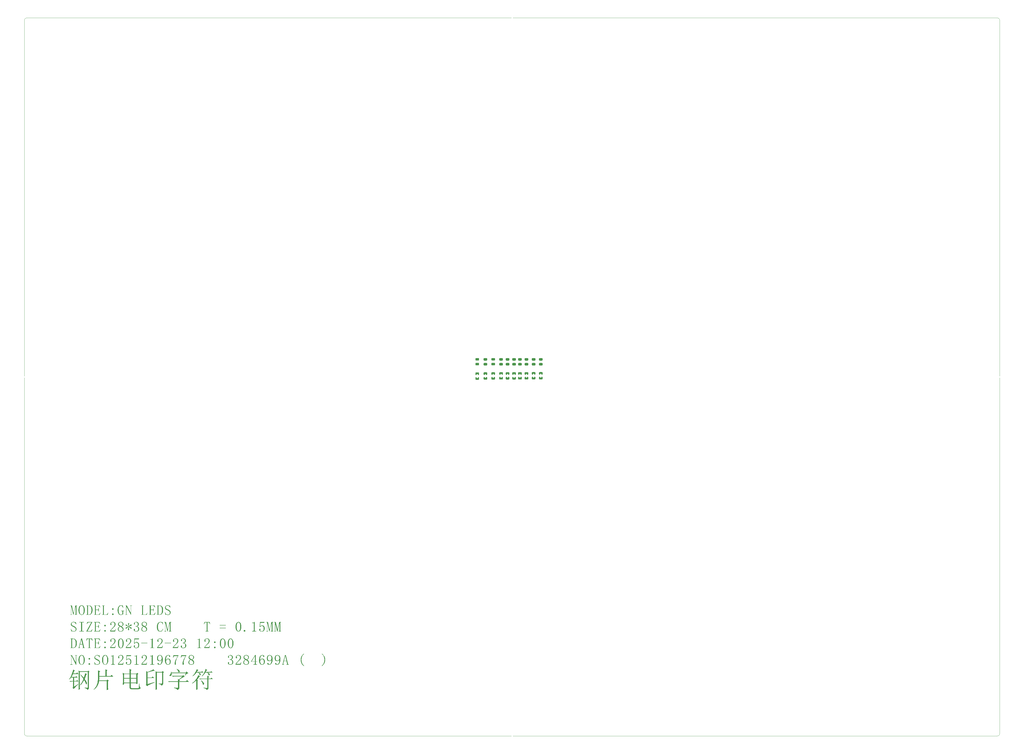
<source format=gbr>
G04 Generated by CircuitCAM Version 4.4*
%FSLAX33Y33*%
%MOMM*%
%ADD10C,0.000000*%
%LNSolderPasteTop*%
%LPD*%
G36*
G01X-149047Y-115381D02*
X-149046Y-115663D01*
X-151091Y-115663D01*
X-151646Y-115352D01*
X-151635Y-115655D01*
X-151625Y-115967D01*
X-151616Y-116288D01*
X-151610Y-116618D01*
X-151606Y-116957D01*
X-151603Y-117305D01*
X-151602Y-117663D01*
X-151603Y-118017D01*
X-151606Y-118369D01*
X-151610Y-118717D01*
X-151616Y-119063D01*
X-151625Y-119407D01*
X-151635Y-119747D01*
X-151646Y-120085D01*
X-151135Y-119841D01*
X-151135Y-119374D01*
X-149046Y-119374D01*
X-149046Y-121018D01*
X-149031Y-121207D01*
X-148987Y-121367D01*
X-148912Y-121497D01*
X-148807Y-121599D01*
X-148672Y-121672D01*
X-148508Y-121715D01*
X-148313Y-121730D01*
X-145602Y-121730D01*
X-145498Y-121727D01*
X-145401Y-121719D01*
X-145311Y-121705D01*
X-145228Y-121686D01*
X-145153Y-121662D01*
X-145085Y-121632D01*
X-145024Y-121596D01*
X-144963Y-121561D01*
X-144904Y-121518D01*
X-144850Y-121468D01*
X-144799Y-121411D01*
X-144752Y-121347D01*
X-144709Y-121275D01*
X-144669Y-121196D01*
X-144736Y-121144D01*
X-144797Y-121087D01*
X-144854Y-121028D01*
X-144904Y-120964D01*
X-144950Y-120897D01*
X-144990Y-120826D01*
X-145024Y-120752D01*
X-145060Y-120657D01*
X-145090Y-120540D01*
X-145114Y-120398D01*
X-145133Y-120233D01*
X-145147Y-120044D01*
X-145155Y-119832D01*
X-145158Y-119596D01*
X-145335Y-119596D01*
X-145342Y-119874D01*
X-145350Y-120122D01*
X-145358Y-120342D01*
X-145368Y-120532D01*
X-145378Y-120694D01*
X-145390Y-120826D01*
X-145402Y-120930D01*
X-145414Y-121019D01*
X-145438Y-121096D01*
X-145474Y-121162D01*
X-145522Y-121216D01*
X-145581Y-121258D01*
X-145652Y-121289D01*
X-145735Y-121307D01*
X-148135Y-121307D01*
X-148247Y-121300D01*
X-148342Y-121277D01*
X-148420Y-121238D01*
X-148480Y-121184D01*
X-148523Y-121115D01*
X-148549Y-121030D01*
X-148558Y-120930D01*
X-148558Y-119374D01*
X-146402Y-119374D01*
X-146402Y-119774D01*
X-145891Y-119530D01*
X-145897Y-119290D01*
X-145902Y-118964D01*
X-145906Y-118551D01*
X-145909Y-118053D01*
X-145911Y-117468D01*
X-145913Y-116798D01*
X-145913Y-116041D01*
X-145602Y-115796D01*
X-146091Y-115330D01*
X-146446Y-115663D01*
X-148558Y-115663D01*
X-148558Y-114463D01*
X-148269Y-114218D01*
X-149069Y-113841D01*
X-149063Y-114079D01*
X-149058Y-114325D01*
X-149054Y-114578D01*
X-149050Y-114838D01*
X-149048Y-115106D01*
X-149047Y-115381D01*
G37*
%LPC*%
G36*
G01X-151135Y-115885D02*
X-151135Y-117374D01*
X-149046Y-117374D01*
X-149046Y-115885D01*
X-151135Y-115885D01*
G37*
G36*
G01X-148558Y-115885D02*
X-148558Y-117374D01*
X-146402Y-117374D01*
X-146402Y-115885D01*
X-148558Y-115885D01*
G37*
G36*
G01X-151135Y-117596D02*
X-151135Y-119152D01*
X-149046Y-119152D01*
X-149046Y-117596D01*
X-151135Y-117596D01*
G37*
G36*
G01X-148558Y-117596D02*
X-148558Y-119152D01*
X-146402Y-119152D01*
X-146402Y-117596D01*
X-148558Y-117596D01*
G37*
%LPD*%
G36*
G01X-166484Y-91138D02*
X-166477Y-90892D01*
X-166484Y-90670D01*
X-166504Y-90459D01*
X-166538Y-90257D01*
X-166586Y-90064D01*
X-166647Y-89881D01*
X-166722Y-89708D01*
X-166811Y-89545D01*
X-166907Y-89401D01*
X-167014Y-89279D01*
X-167130Y-89180D01*
X-167257Y-89102D01*
X-167394Y-89047D01*
X-167542Y-89014D01*
X-167699Y-89003D01*
X-167850Y-89013D01*
X-167992Y-89045D01*
X-168125Y-89097D01*
X-168251Y-89171D01*
X-168367Y-89265D01*
X-168475Y-89380D01*
X-168574Y-89517D01*
X-168663Y-89674D01*
X-168738Y-89844D01*
X-168799Y-90028D01*
X-168847Y-90224D01*
X-168881Y-90434D01*
X-168901Y-90656D01*
X-168908Y-90892D01*
X-168901Y-91131D01*
X-168879Y-91357D01*
X-168844Y-91569D01*
X-168794Y-91767D01*
X-168731Y-91952D01*
X-168653Y-92123D01*
X-168561Y-92281D01*
X-168455Y-92421D01*
X-168343Y-92539D01*
X-168226Y-92636D01*
X-168103Y-92712D01*
X-167974Y-92765D01*
X-167839Y-92798D01*
X-167699Y-92808D01*
X-167552Y-92798D01*
X-167413Y-92767D01*
X-167280Y-92714D01*
X-167155Y-92641D01*
X-167038Y-92546D01*
X-166927Y-92431D01*
X-166824Y-92295D01*
X-166732Y-92140D01*
X-166654Y-91970D01*
X-166591Y-91785D01*
X-166541Y-91585D01*
X-166506Y-91369D01*
X-166484Y-91138D01*
G37*
%LPC*%
G36*
G01X-168491Y-90892D02*
X-168487Y-91147D01*
X-168473Y-91383D01*
X-168450Y-91598D01*
X-168419Y-91792D01*
X-168378Y-91966D01*
X-168328Y-92120D01*
X-168269Y-92253D01*
X-168203Y-92367D01*
X-168132Y-92464D01*
X-168055Y-92543D01*
X-167974Y-92604D01*
X-167888Y-92648D01*
X-167796Y-92675D01*
X-167699Y-92683D01*
X-167599Y-92675D01*
X-167504Y-92649D01*
X-167415Y-92607D01*
X-167332Y-92547D01*
X-167254Y-92471D01*
X-167182Y-92377D01*
X-167116Y-92267D01*
X-167057Y-92140D01*
X-167007Y-91990D01*
X-166966Y-91817D01*
X-166935Y-91621D01*
X-166912Y-91401D01*
X-166898Y-91158D01*
X-166894Y-90892D01*
X-166898Y-90672D01*
X-166910Y-90466D01*
X-166930Y-90272D01*
X-166957Y-90091D01*
X-166993Y-89924D01*
X-167037Y-89769D01*
X-167088Y-89628D01*
X-167145Y-89503D01*
X-167212Y-89397D01*
X-167289Y-89310D01*
X-167376Y-89242D01*
X-167474Y-89194D01*
X-167582Y-89165D01*
X-167699Y-89156D01*
X-167800Y-89165D01*
X-167894Y-89191D01*
X-167983Y-89235D01*
X-168067Y-89296D01*
X-168144Y-89375D01*
X-168216Y-89472D01*
X-168283Y-89586D01*
X-168338Y-89718D01*
X-168385Y-89869D01*
X-168423Y-90037D01*
X-168453Y-90223D01*
X-168474Y-90428D01*
X-168487Y-90651D01*
X-168491Y-90892D01*
G37*
%LPD*%
G36*
G01X-165589Y-89327D02*
X-165588Y-89350D01*
X-165588Y-92461D01*
X-165589Y-92484D01*
X-165593Y-92505D01*
X-165599Y-92525D01*
X-165606Y-92543D01*
X-165617Y-92559D01*
X-165629Y-92574D01*
X-165644Y-92586D01*
X-165657Y-92601D01*
X-165673Y-92613D01*
X-165692Y-92624D01*
X-165714Y-92632D01*
X-165739Y-92637D01*
X-165766Y-92641D01*
X-165797Y-92642D01*
X-165936Y-92642D01*
X-165936Y-92767D01*
X-165005Y-92767D01*
X-164798Y-92757D01*
X-164606Y-92728D01*
X-164429Y-92680D01*
X-164266Y-92613D01*
X-164118Y-92526D01*
X-163985Y-92420D01*
X-163866Y-92295D01*
X-163759Y-92149D01*
X-163669Y-91983D01*
X-163595Y-91795D01*
X-163537Y-91587D01*
X-163496Y-91358D01*
X-163472Y-91108D01*
X-163463Y-90836D01*
X-163472Y-90584D01*
X-163496Y-90352D01*
X-163537Y-90140D01*
X-163595Y-89947D01*
X-163669Y-89775D01*
X-163759Y-89622D01*
X-163866Y-89489D01*
X-163987Y-89375D01*
X-164118Y-89278D01*
X-164260Y-89199D01*
X-164413Y-89138D01*
X-164576Y-89094D01*
X-164751Y-89067D01*
X-164936Y-89058D01*
X-165908Y-89058D01*
X-165908Y-89183D01*
X-165783Y-89183D01*
X-165756Y-89184D01*
X-165732Y-89187D01*
X-165710Y-89191D01*
X-165690Y-89197D01*
X-165672Y-89205D01*
X-165657Y-89214D01*
X-165644Y-89225D01*
X-165629Y-89238D01*
X-165617Y-89252D01*
X-165606Y-89269D01*
X-165599Y-89286D01*
X-165593Y-89306D01*
X-165589Y-89327D01*
G37*
%LPC*%
G36*
G01X-163880Y-90878D02*
X-163886Y-90620D01*
X-163904Y-90385D01*
X-163934Y-90173D01*
X-163975Y-89985D01*
X-164029Y-89819D01*
X-164094Y-89677D01*
X-164172Y-89558D01*
X-164256Y-89459D01*
X-164349Y-89375D01*
X-164451Y-89306D01*
X-164562Y-89252D01*
X-164682Y-89214D01*
X-164811Y-89191D01*
X-164949Y-89183D01*
X-164991Y-89184D01*
X-165030Y-89187D01*
X-165065Y-89191D01*
X-165097Y-89197D01*
X-165125Y-89205D01*
X-165150Y-89214D01*
X-165172Y-89225D01*
X-165190Y-89238D01*
X-165206Y-89252D01*
X-165218Y-89269D01*
X-165228Y-89286D01*
X-165235Y-89306D01*
X-165240Y-89327D01*
X-165241Y-89350D01*
X-165241Y-92461D01*
X-165240Y-92484D01*
X-165237Y-92505D01*
X-165231Y-92525D01*
X-165223Y-92543D01*
X-165213Y-92559D01*
X-165200Y-92574D01*
X-165186Y-92586D01*
X-165165Y-92601D01*
X-165143Y-92613D01*
X-165118Y-92624D01*
X-165093Y-92632D01*
X-165065Y-92637D01*
X-165036Y-92641D01*
X-165005Y-92642D01*
X-164873Y-92634D01*
X-164748Y-92612D01*
X-164628Y-92575D01*
X-164515Y-92524D01*
X-164408Y-92458D01*
X-164308Y-92377D01*
X-164213Y-92281D01*
X-164125Y-92164D01*
X-164050Y-92019D01*
X-163989Y-91846D01*
X-163941Y-91646D01*
X-163907Y-91418D01*
X-163887Y-91162D01*
X-163880Y-90878D01*
G37*
%LPD*%
G36*
G01X-138089Y-89327D02*
X-138088Y-89350D01*
X-138088Y-92461D01*
X-138089Y-92484D01*
X-138093Y-92505D01*
X-138099Y-92525D01*
X-138107Y-92543D01*
X-138117Y-92559D01*
X-138129Y-92574D01*
X-138144Y-92586D01*
X-138157Y-92601D01*
X-138173Y-92613D01*
X-138192Y-92624D01*
X-138214Y-92632D01*
X-138239Y-92637D01*
X-138266Y-92641D01*
X-138297Y-92642D01*
X-138436Y-92642D01*
X-138436Y-92767D01*
X-137505Y-92767D01*
X-137298Y-92757D01*
X-137106Y-92728D01*
X-136928Y-92680D01*
X-136766Y-92613D01*
X-136618Y-92526D01*
X-136485Y-92420D01*
X-136366Y-92295D01*
X-136259Y-92149D01*
X-136169Y-91983D01*
X-136095Y-91795D01*
X-136037Y-91587D01*
X-135996Y-91358D01*
X-135972Y-91108D01*
X-135963Y-90836D01*
X-135972Y-90584D01*
X-135996Y-90352D01*
X-136037Y-90140D01*
X-136095Y-89947D01*
X-136169Y-89775D01*
X-136259Y-89622D01*
X-136366Y-89489D01*
X-136487Y-89375D01*
X-136618Y-89278D01*
X-136760Y-89199D01*
X-136913Y-89138D01*
X-137076Y-89094D01*
X-137250Y-89067D01*
X-137436Y-89058D01*
X-138408Y-89058D01*
X-138408Y-89183D01*
X-138283Y-89183D01*
X-138256Y-89184D01*
X-138232Y-89187D01*
X-138210Y-89191D01*
X-138190Y-89197D01*
X-138172Y-89205D01*
X-138157Y-89214D01*
X-138144Y-89225D01*
X-138129Y-89238D01*
X-138117Y-89252D01*
X-138107Y-89269D01*
X-138099Y-89286D01*
X-138093Y-89306D01*
X-138089Y-89327D01*
G37*
%LPC*%
G36*
G01X-136380Y-90878D02*
X-136386Y-90620D01*
X-136404Y-90385D01*
X-136434Y-90173D01*
X-136475Y-89985D01*
X-136529Y-89819D01*
X-136594Y-89677D01*
X-136672Y-89558D01*
X-136756Y-89459D01*
X-136849Y-89375D01*
X-136951Y-89306D01*
X-137062Y-89252D01*
X-137182Y-89214D01*
X-137311Y-89191D01*
X-137449Y-89183D01*
X-137491Y-89184D01*
X-137530Y-89187D01*
X-137565Y-89191D01*
X-137597Y-89197D01*
X-137625Y-89205D01*
X-137650Y-89214D01*
X-137672Y-89225D01*
X-137690Y-89238D01*
X-137706Y-89252D01*
X-137718Y-89269D01*
X-137728Y-89286D01*
X-137735Y-89306D01*
X-137740Y-89327D01*
X-137741Y-89350D01*
X-137741Y-92461D01*
X-137740Y-92484D01*
X-137737Y-92505D01*
X-137731Y-92525D01*
X-137723Y-92543D01*
X-137713Y-92559D01*
X-137700Y-92574D01*
X-137686Y-92586D01*
X-137665Y-92601D01*
X-137643Y-92613D01*
X-137618Y-92624D01*
X-137593Y-92632D01*
X-137565Y-92637D01*
X-137536Y-92641D01*
X-137505Y-92642D01*
X-137373Y-92634D01*
X-137248Y-92612D01*
X-137128Y-92575D01*
X-137015Y-92524D01*
X-136908Y-92458D01*
X-136808Y-92377D01*
X-136713Y-92281D01*
X-136625Y-92164D01*
X-136550Y-92019D01*
X-136489Y-91846D01*
X-136441Y-91646D01*
X-136407Y-91418D01*
X-136387Y-91162D01*
X-136380Y-90878D01*
G37*
%LPD*%
G36*
G01X-151372Y-98408D02*
X-151366Y-98292D01*
X-151370Y-98205D01*
X-151381Y-98121D01*
X-151399Y-98038D01*
X-151425Y-97956D01*
X-151458Y-97877D01*
X-151499Y-97799D01*
X-151547Y-97722D01*
X-151602Y-97652D01*
X-151665Y-97582D01*
X-151735Y-97513D01*
X-151812Y-97446D01*
X-151897Y-97379D01*
X-151989Y-97314D01*
X-152088Y-97250D01*
X-151993Y-97198D01*
X-151905Y-97144D01*
X-151824Y-97088D01*
X-151750Y-97030D01*
X-151684Y-96971D01*
X-151626Y-96910D01*
X-151574Y-96847D01*
X-151530Y-96780D01*
X-151493Y-96711D01*
X-151462Y-96642D01*
X-151438Y-96573D01*
X-151421Y-96503D01*
X-151411Y-96432D01*
X-151408Y-96361D01*
X-151414Y-96256D01*
X-151432Y-96156D01*
X-151461Y-96060D01*
X-151503Y-95969D01*
X-151557Y-95882D01*
X-151622Y-95800D01*
X-151699Y-95722D01*
X-151783Y-95656D01*
X-151873Y-95600D01*
X-151971Y-95554D01*
X-152076Y-95518D01*
X-152188Y-95493D01*
X-152308Y-95477D01*
X-152436Y-95472D01*
X-152578Y-95477D01*
X-152710Y-95493D01*
X-152833Y-95518D01*
X-152946Y-95554D01*
X-153049Y-95600D01*
X-153143Y-95656D01*
X-153227Y-95722D01*
X-153301Y-95800D01*
X-153363Y-95882D01*
X-153414Y-95969D01*
X-153454Y-96060D01*
X-153482Y-96156D01*
X-153499Y-96256D01*
X-153505Y-96361D01*
X-153502Y-96440D01*
X-153493Y-96515D01*
X-153477Y-96589D01*
X-153455Y-96661D01*
X-153427Y-96730D01*
X-153393Y-96797D01*
X-153352Y-96861D01*
X-153302Y-96927D01*
X-153246Y-96989D01*
X-153184Y-97048D01*
X-153116Y-97104D01*
X-153043Y-97156D01*
X-152965Y-97205D01*
X-152880Y-97250D01*
X-152976Y-97307D01*
X-153065Y-97367D01*
X-153147Y-97430D01*
X-153222Y-97495D01*
X-153291Y-97563D01*
X-153353Y-97635D01*
X-153408Y-97708D01*
X-153456Y-97786D01*
X-153496Y-97867D01*
X-153529Y-97953D01*
X-153555Y-98042D01*
X-153574Y-98135D01*
X-153585Y-98232D01*
X-153588Y-98333D01*
X-153582Y-98439D01*
X-153562Y-98540D01*
X-153530Y-98637D01*
X-153484Y-98730D01*
X-153425Y-98820D01*
X-153354Y-98905D01*
X-153269Y-98986D01*
X-153171Y-99064D01*
X-153068Y-99129D01*
X-152960Y-99183D01*
X-152847Y-99224D01*
X-152729Y-99254D01*
X-152606Y-99272D01*
X-152477Y-99278D01*
X-152338Y-99272D01*
X-152207Y-99254D01*
X-152084Y-99224D01*
X-151969Y-99183D01*
X-151862Y-99129D01*
X-151763Y-99064D01*
X-151672Y-98986D01*
X-151591Y-98904D01*
X-151522Y-98816D01*
X-151466Y-98723D01*
X-151422Y-98623D01*
X-151391Y-98519D01*
X-151372Y-98408D01*
G37*
%LPC*%
G36*
G01X-153283Y-98333D02*
X-153278Y-98430D01*
X-153265Y-98522D01*
X-153242Y-98608D01*
X-153210Y-98690D01*
X-153169Y-98766D01*
X-153120Y-98837D01*
X-153061Y-98903D01*
X-152991Y-98962D01*
X-152917Y-99012D01*
X-152838Y-99053D01*
X-152754Y-99084D01*
X-152667Y-99107D01*
X-152574Y-99121D01*
X-152477Y-99125D01*
X-152363Y-99121D01*
X-152258Y-99107D01*
X-152163Y-99084D01*
X-152078Y-99053D01*
X-152002Y-99012D01*
X-151936Y-98962D01*
X-151880Y-98903D01*
X-151828Y-98837D01*
X-151785Y-98768D01*
X-151749Y-98695D01*
X-151721Y-98617D01*
X-151701Y-98536D01*
X-151690Y-98451D01*
X-151686Y-98361D01*
X-151691Y-98279D01*
X-151707Y-98198D01*
X-151734Y-98119D01*
X-151772Y-98042D01*
X-151820Y-97966D01*
X-151879Y-97892D01*
X-151949Y-97820D01*
X-152030Y-97745D01*
X-152122Y-97672D01*
X-152224Y-97601D01*
X-152337Y-97532D01*
X-152461Y-97464D01*
X-152596Y-97398D01*
X-152741Y-97333D01*
X-152814Y-97386D01*
X-152882Y-97442D01*
X-152944Y-97501D01*
X-153002Y-97563D01*
X-153054Y-97627D01*
X-153102Y-97694D01*
X-153144Y-97764D01*
X-153181Y-97840D01*
X-153212Y-97918D01*
X-153237Y-97998D01*
X-153257Y-98079D01*
X-153271Y-98162D01*
X-153280Y-98247D01*
X-153283Y-98333D01*
G37*
G36*
G01X-151713Y-96375D02*
X-151717Y-96290D01*
X-151728Y-96207D01*
X-151747Y-96129D01*
X-151772Y-96053D01*
X-151805Y-95981D01*
X-151846Y-95913D01*
X-151894Y-95847D01*
X-151949Y-95788D01*
X-152012Y-95739D01*
X-152082Y-95698D01*
X-152159Y-95666D01*
X-152244Y-95643D01*
X-152336Y-95630D01*
X-152436Y-95625D01*
X-152550Y-95629D01*
X-152654Y-95642D01*
X-152749Y-95663D01*
X-152835Y-95693D01*
X-152910Y-95731D01*
X-152976Y-95778D01*
X-153033Y-95833D01*
X-153077Y-95897D01*
X-153114Y-95962D01*
X-153145Y-96027D01*
X-153169Y-96092D01*
X-153186Y-96158D01*
X-153196Y-96225D01*
X-153199Y-96292D01*
X-153194Y-96359D01*
X-153179Y-96427D01*
X-153154Y-96494D01*
X-153118Y-96562D01*
X-153072Y-96629D01*
X-153016Y-96697D01*
X-152949Y-96764D01*
X-152874Y-96827D01*
X-152790Y-96888D01*
X-152697Y-96947D01*
X-152596Y-97004D01*
X-152486Y-97060D01*
X-152368Y-97114D01*
X-152241Y-97167D01*
X-152169Y-97126D01*
X-152102Y-97083D01*
X-152040Y-97038D01*
X-151985Y-96990D01*
X-151935Y-96940D01*
X-151891Y-96888D01*
X-151852Y-96833D01*
X-151815Y-96777D01*
X-151784Y-96717D01*
X-151759Y-96654D01*
X-151739Y-96589D01*
X-151725Y-96520D01*
X-151716Y-96449D01*
X-151713Y-96375D01*
G37*
%LPD*%
G36*
G01X-142206Y-98408D02*
X-142199Y-98292D01*
X-142203Y-98205D01*
X-142214Y-98121D01*
X-142233Y-98038D01*
X-142258Y-97956D01*
X-142292Y-97877D01*
X-142332Y-97799D01*
X-142380Y-97722D01*
X-142435Y-97652D01*
X-142498Y-97582D01*
X-142568Y-97513D01*
X-142645Y-97446D01*
X-142730Y-97379D01*
X-142822Y-97314D01*
X-142922Y-97250D01*
X-142826Y-97198D01*
X-142738Y-97144D01*
X-142657Y-97088D01*
X-142584Y-97030D01*
X-142518Y-96971D01*
X-142459Y-96910D01*
X-142408Y-96847D01*
X-142364Y-96780D01*
X-142326Y-96711D01*
X-142296Y-96642D01*
X-142272Y-96573D01*
X-142255Y-96503D01*
X-142245Y-96432D01*
X-142241Y-96361D01*
X-142247Y-96256D01*
X-142265Y-96156D01*
X-142295Y-96060D01*
X-142336Y-95969D01*
X-142390Y-95882D01*
X-142455Y-95800D01*
X-142533Y-95722D01*
X-142616Y-95656D01*
X-142706Y-95600D01*
X-142804Y-95554D01*
X-142909Y-95518D01*
X-143022Y-95493D01*
X-143142Y-95477D01*
X-143269Y-95472D01*
X-143411Y-95477D01*
X-143543Y-95493D01*
X-143666Y-95518D01*
X-143779Y-95554D01*
X-143883Y-95600D01*
X-143976Y-95656D01*
X-144061Y-95722D01*
X-144134Y-95800D01*
X-144197Y-95882D01*
X-144248Y-95969D01*
X-144287Y-96060D01*
X-144316Y-96156D01*
X-144333Y-96256D01*
X-144338Y-96361D01*
X-144335Y-96440D01*
X-144326Y-96515D01*
X-144310Y-96589D01*
X-144288Y-96661D01*
X-144260Y-96730D01*
X-144226Y-96797D01*
X-144186Y-96861D01*
X-144135Y-96927D01*
X-144079Y-96989D01*
X-144017Y-97048D01*
X-143950Y-97104D01*
X-143877Y-97156D01*
X-143798Y-97205D01*
X-143713Y-97250D01*
X-143809Y-97307D01*
X-143898Y-97367D01*
X-143980Y-97430D01*
X-144056Y-97495D01*
X-144124Y-97563D01*
X-144186Y-97635D01*
X-144241Y-97708D01*
X-144289Y-97786D01*
X-144330Y-97867D01*
X-144363Y-97953D01*
X-144389Y-98042D01*
X-144407Y-98135D01*
X-144418Y-98232D01*
X-144422Y-98333D01*
X-144415Y-98439D01*
X-144396Y-98540D01*
X-144363Y-98637D01*
X-144317Y-98730D01*
X-144259Y-98820D01*
X-144187Y-98905D01*
X-144102Y-98986D01*
X-144004Y-99064D01*
X-143902Y-99129D01*
X-143794Y-99183D01*
X-143680Y-99224D01*
X-143562Y-99254D01*
X-143439Y-99272D01*
X-143311Y-99278D01*
X-143172Y-99272D01*
X-143041Y-99254D01*
X-142918Y-99224D01*
X-142803Y-99183D01*
X-142696Y-99129D01*
X-142596Y-99064D01*
X-142505Y-98986D01*
X-142424Y-98904D01*
X-142355Y-98816D01*
X-142299Y-98723D01*
X-142256Y-98623D01*
X-142224Y-98519D01*
X-142206Y-98408D01*
G37*
%LPC*%
G36*
G01X-144116Y-98333D02*
X-144112Y-98430D01*
X-144098Y-98522D01*
X-144075Y-98608D01*
X-144044Y-98690D01*
X-144003Y-98766D01*
X-143953Y-98837D01*
X-143894Y-98903D01*
X-143824Y-98962D01*
X-143750Y-99012D01*
X-143671Y-99053D01*
X-143588Y-99084D01*
X-143500Y-99107D01*
X-143408Y-99121D01*
X-143311Y-99125D01*
X-143196Y-99121D01*
X-143092Y-99107D01*
X-142997Y-99084D01*
X-142911Y-99053D01*
X-142836Y-99012D01*
X-142770Y-98962D01*
X-142713Y-98903D01*
X-142662Y-98837D01*
X-142618Y-98768D01*
X-142582Y-98695D01*
X-142555Y-98617D01*
X-142535Y-98536D01*
X-142523Y-98451D01*
X-142519Y-98361D01*
X-142524Y-98279D01*
X-142540Y-98198D01*
X-142567Y-98119D01*
X-142605Y-98042D01*
X-142654Y-97966D01*
X-142713Y-97892D01*
X-142783Y-97820D01*
X-142864Y-97745D01*
X-142955Y-97672D01*
X-143057Y-97601D01*
X-143171Y-97532D01*
X-143294Y-97464D01*
X-143429Y-97398D01*
X-143574Y-97333D01*
X-143647Y-97386D01*
X-143715Y-97442D01*
X-143778Y-97501D01*
X-143835Y-97563D01*
X-143888Y-97627D01*
X-143935Y-97694D01*
X-143977Y-97764D01*
X-144014Y-97840D01*
X-144045Y-97918D01*
X-144071Y-97998D01*
X-144091Y-98079D01*
X-144105Y-98162D01*
X-144113Y-98247D01*
X-144116Y-98333D01*
G37*
G36*
G01X-142547Y-96375D02*
X-142550Y-96290D01*
X-142561Y-96207D01*
X-142580Y-96129D01*
X-142606Y-96053D01*
X-142639Y-95981D01*
X-142679Y-95913D01*
X-142727Y-95847D01*
X-142783Y-95788D01*
X-142845Y-95739D01*
X-142915Y-95698D01*
X-142993Y-95666D01*
X-143077Y-95643D01*
X-143169Y-95630D01*
X-143269Y-95625D01*
X-143383Y-95629D01*
X-143488Y-95642D01*
X-143583Y-95663D01*
X-143668Y-95693D01*
X-143744Y-95731D01*
X-143810Y-95778D01*
X-143866Y-95833D01*
X-143910Y-95897D01*
X-143948Y-95962D01*
X-143978Y-96027D01*
X-144002Y-96092D01*
X-144019Y-96158D01*
X-144029Y-96225D01*
X-144033Y-96292D01*
X-144028Y-96359D01*
X-144012Y-96427D01*
X-143987Y-96494D01*
X-143951Y-96562D01*
X-143905Y-96629D01*
X-143849Y-96697D01*
X-143783Y-96764D01*
X-143707Y-96827D01*
X-143623Y-96888D01*
X-143530Y-96947D01*
X-143429Y-97004D01*
X-143319Y-97060D01*
X-143201Y-97114D01*
X-143074Y-97167D01*
X-143002Y-97126D01*
X-142935Y-97083D01*
X-142874Y-97038D01*
X-142818Y-96990D01*
X-142768Y-96940D01*
X-142724Y-96888D01*
X-142686Y-96833D01*
X-142649Y-96777D01*
X-142618Y-96717D01*
X-142592Y-96654D01*
X-142572Y-96589D01*
X-142558Y-96520D01*
X-142550Y-96449D01*
X-142547Y-96375D01*
G37*
%LPD*%
G36*
G01X-106738Y-99267D02*
X-106602Y-99278D01*
X-106470Y-99267D01*
X-106345Y-99236D01*
X-106226Y-99184D01*
X-106112Y-99110D01*
X-106006Y-99016D01*
X-105905Y-98900D01*
X-105811Y-98764D01*
X-105726Y-98610D01*
X-105654Y-98440D01*
X-105595Y-98255D01*
X-105550Y-98054D01*
X-105517Y-97839D01*
X-105498Y-97608D01*
X-105491Y-97361D01*
X-105498Y-97115D01*
X-105517Y-96885D01*
X-105550Y-96671D01*
X-105595Y-96472D01*
X-105654Y-96290D01*
X-105726Y-96123D01*
X-105811Y-95972D01*
X-105905Y-95840D01*
X-106006Y-95727D01*
X-106112Y-95636D01*
X-106226Y-95564D01*
X-106345Y-95513D01*
X-106470Y-95483D01*
X-106602Y-95472D01*
X-106741Y-95483D01*
X-106873Y-95514D01*
X-106998Y-95567D01*
X-107115Y-95640D01*
X-107224Y-95735D01*
X-107327Y-95850D01*
X-107422Y-95986D01*
X-107503Y-96144D01*
X-107571Y-96314D01*
X-107627Y-96497D01*
X-107671Y-96694D01*
X-107702Y-96903D01*
X-107721Y-97126D01*
X-107727Y-97361D01*
X-107721Y-97611D01*
X-107701Y-97844D01*
X-107669Y-98061D01*
X-107623Y-98261D01*
X-107564Y-98445D01*
X-107493Y-98613D01*
X-107408Y-98764D01*
X-107313Y-98900D01*
X-107212Y-99016D01*
X-107103Y-99110D01*
X-106988Y-99184D01*
X-106866Y-99236D01*
X-106738Y-99267D01*
G37*
%LPC*%
G36*
G01X-106602Y-95653D02*
X-106688Y-95662D01*
X-106769Y-95690D01*
X-106846Y-95737D01*
X-106920Y-95803D01*
X-106989Y-95887D01*
X-107055Y-95990D01*
X-107116Y-96111D01*
X-107168Y-96252D01*
X-107211Y-96406D01*
X-107247Y-96572D01*
X-107275Y-96751D01*
X-107295Y-96942D01*
X-107307Y-97145D01*
X-107311Y-97361D01*
X-107307Y-97588D01*
X-107295Y-97800D01*
X-107275Y-97997D01*
X-107247Y-98180D01*
X-107211Y-98348D01*
X-107168Y-98501D01*
X-107116Y-98639D01*
X-107055Y-98761D01*
X-106989Y-98864D01*
X-106920Y-98948D01*
X-106846Y-99013D01*
X-106769Y-99060D01*
X-106688Y-99088D01*
X-106602Y-99097D01*
X-106514Y-99088D01*
X-106431Y-99060D01*
X-106354Y-99013D01*
X-106283Y-98948D01*
X-106217Y-98864D01*
X-106157Y-98761D01*
X-106102Y-98639D01*
X-106051Y-98501D01*
X-106007Y-98348D01*
X-105971Y-98180D01*
X-105944Y-97997D01*
X-105924Y-97800D01*
X-105912Y-97588D01*
X-105908Y-97361D01*
X-105911Y-97145D01*
X-105923Y-96942D01*
X-105941Y-96751D01*
X-105967Y-96572D01*
X-106000Y-96406D01*
X-106040Y-96252D01*
X-106088Y-96111D01*
X-106140Y-95990D01*
X-106198Y-95887D01*
X-106264Y-95803D01*
X-106338Y-95737D01*
X-106419Y-95690D01*
X-106507Y-95662D01*
X-106602Y-95653D01*
G37*
%LPD*%
G36*
G01X-171701Y-102266D02*
X-171699Y-102289D01*
X-171699Y-105400D01*
X-171701Y-105423D01*
X-171704Y-105444D01*
X-171710Y-105464D01*
X-171718Y-105482D01*
X-171728Y-105498D01*
X-171740Y-105512D01*
X-171755Y-105525D01*
X-171768Y-105540D01*
X-171785Y-105552D01*
X-171804Y-105563D01*
X-171825Y-105571D01*
X-171850Y-105576D01*
X-171877Y-105580D01*
X-171908Y-105581D01*
X-172047Y-105581D01*
X-172047Y-105706D01*
X-171116Y-105706D01*
X-170909Y-105696D01*
X-170717Y-105667D01*
X-170540Y-105619D01*
X-170377Y-105552D01*
X-170229Y-105465D01*
X-170096Y-105359D01*
X-169977Y-105233D01*
X-169870Y-105088D01*
X-169780Y-104922D01*
X-169706Y-104734D01*
X-169648Y-104526D01*
X-169607Y-104297D01*
X-169583Y-104046D01*
X-169574Y-103775D01*
X-169583Y-103523D01*
X-169607Y-103291D01*
X-169648Y-103079D01*
X-169706Y-102886D01*
X-169780Y-102714D01*
X-169870Y-102561D01*
X-169977Y-102428D01*
X-170098Y-102314D01*
X-170229Y-102217D01*
X-170371Y-102138D01*
X-170524Y-102076D01*
X-170687Y-102033D01*
X-170862Y-102006D01*
X-171047Y-101997D01*
X-172019Y-101997D01*
X-172019Y-102122D01*
X-171894Y-102122D01*
X-171867Y-102123D01*
X-171843Y-102126D01*
X-171821Y-102130D01*
X-171801Y-102136D01*
X-171783Y-102144D01*
X-171768Y-102153D01*
X-171755Y-102164D01*
X-171740Y-102177D01*
X-171728Y-102191D01*
X-171718Y-102207D01*
X-171710Y-102225D01*
X-171704Y-102245D01*
X-171701Y-102266D01*
G37*
%LPC*%
G36*
G01X-169991Y-103817D02*
X-169997Y-103559D01*
X-170015Y-103324D01*
X-170045Y-103112D01*
X-170086Y-102923D01*
X-170140Y-102758D01*
X-170205Y-102616D01*
X-170283Y-102497D01*
X-170367Y-102398D01*
X-170460Y-102314D01*
X-170562Y-102245D01*
X-170673Y-102191D01*
X-170793Y-102153D01*
X-170922Y-102130D01*
X-171061Y-102122D01*
X-171103Y-102123D01*
X-171141Y-102126D01*
X-171176Y-102130D01*
X-171208Y-102136D01*
X-171236Y-102144D01*
X-171261Y-102153D01*
X-171283Y-102164D01*
X-171301Y-102177D01*
X-171317Y-102191D01*
X-171330Y-102207D01*
X-171339Y-102225D01*
X-171347Y-102245D01*
X-171351Y-102266D01*
X-171352Y-102289D01*
X-171352Y-105400D01*
X-171351Y-105423D01*
X-171348Y-105444D01*
X-171342Y-105464D01*
X-171334Y-105482D01*
X-171324Y-105498D01*
X-171311Y-105512D01*
X-171297Y-105525D01*
X-171276Y-105540D01*
X-171254Y-105552D01*
X-171230Y-105563D01*
X-171204Y-105571D01*
X-171176Y-105576D01*
X-171147Y-105580D01*
X-171116Y-105581D01*
X-170984Y-105573D01*
X-170859Y-105551D01*
X-170739Y-105514D01*
X-170626Y-105463D01*
X-170519Y-105396D01*
X-170419Y-105315D01*
X-170324Y-105220D01*
X-170236Y-105103D01*
X-170161Y-104958D01*
X-170100Y-104785D01*
X-170052Y-104585D01*
X-170018Y-104357D01*
X-169998Y-104101D01*
X-169991Y-103817D01*
G37*
%LPD*%
G36*
G01X-168324Y-104317D02*
X-167352Y-104317D01*
X-167130Y-105275D01*
X-167126Y-105292D01*
X-167123Y-105310D01*
X-167121Y-105330D01*
X-167119Y-105352D01*
X-167117Y-105376D01*
X-167116Y-105401D01*
X-167116Y-105428D01*
X-167116Y-105440D01*
X-167117Y-105453D01*
X-167119Y-105466D01*
X-167121Y-105480D01*
X-167123Y-105495D01*
X-167126Y-105510D01*
X-167130Y-105525D01*
X-167140Y-105540D01*
X-167154Y-105552D01*
X-167172Y-105563D01*
X-167194Y-105571D01*
X-167219Y-105576D01*
X-167249Y-105580D01*
X-167283Y-105581D01*
X-167380Y-105581D01*
X-167380Y-105706D01*
X-166436Y-105706D01*
X-166436Y-105581D01*
X-166505Y-105581D01*
X-166529Y-105580D01*
X-166552Y-105576D01*
X-166574Y-105571D01*
X-166596Y-105563D01*
X-166617Y-105552D01*
X-166638Y-105540D01*
X-166658Y-105525D01*
X-166677Y-105508D01*
X-166695Y-105487D01*
X-166712Y-105462D01*
X-166728Y-105434D01*
X-166743Y-105403D01*
X-166756Y-105369D01*
X-166769Y-105331D01*
X-167588Y-101900D01*
X-167922Y-102011D01*
X-168769Y-105331D01*
X-168774Y-105369D01*
X-168781Y-105403D01*
X-168791Y-105434D01*
X-168803Y-105462D01*
X-168817Y-105487D01*
X-168834Y-105508D01*
X-168852Y-105525D01*
X-168872Y-105540D01*
X-168893Y-105552D01*
X-168914Y-105563D01*
X-168936Y-105571D01*
X-168959Y-105576D01*
X-168982Y-105580D01*
X-169005Y-105581D01*
X-169061Y-105581D01*
X-169061Y-105706D01*
X-168269Y-105706D01*
X-168269Y-105581D01*
X-168324Y-105581D01*
X-168366Y-105579D01*
X-168403Y-105573D01*
X-168435Y-105563D01*
X-168463Y-105549D01*
X-168486Y-105531D01*
X-168505Y-105509D01*
X-168519Y-105483D01*
X-168526Y-105460D01*
X-168533Y-105436D01*
X-168538Y-105412D01*
X-168542Y-105388D01*
X-168544Y-105364D01*
X-168546Y-105341D01*
X-168547Y-105317D01*
X-168546Y-105296D01*
X-168544Y-105274D01*
X-168542Y-105250D01*
X-168538Y-105224D01*
X-168533Y-105196D01*
X-168526Y-105167D01*
X-168519Y-105136D01*
X-168324Y-104317D01*
G37*
%LPC*%
G36*
G01X-167811Y-102372D02*
X-167824Y-102372D01*
X-168283Y-104192D01*
X-167380Y-104192D01*
X-167811Y-102372D01*
G37*
%LPD*%
G36*
G01X-152571Y-105737D02*
X-152436Y-105747D01*
X-152304Y-105737D01*
X-152178Y-105705D01*
X-152059Y-105653D01*
X-151946Y-105580D01*
X-151839Y-105485D01*
X-151738Y-105370D01*
X-151644Y-105233D01*
X-151559Y-105079D01*
X-151487Y-104909D01*
X-151429Y-104724D01*
X-151383Y-104524D01*
X-151351Y-104308D01*
X-151331Y-104077D01*
X-151324Y-103831D01*
X-151331Y-103585D01*
X-151351Y-103355D01*
X-151383Y-103140D01*
X-151429Y-102942D01*
X-151487Y-102759D01*
X-151559Y-102593D01*
X-151644Y-102442D01*
X-151738Y-102309D01*
X-151839Y-102197D01*
X-151946Y-102105D01*
X-152059Y-102034D01*
X-152178Y-101983D01*
X-152304Y-101952D01*
X-152436Y-101942D01*
X-152575Y-101952D01*
X-152707Y-101984D01*
X-152831Y-102036D01*
X-152948Y-102110D01*
X-153058Y-102204D01*
X-153160Y-102319D01*
X-153255Y-102456D01*
X-153336Y-102613D01*
X-153405Y-102783D01*
X-153461Y-102967D01*
X-153504Y-103163D01*
X-153536Y-103373D01*
X-153554Y-103595D01*
X-153561Y-103831D01*
X-153554Y-104080D01*
X-153535Y-104314D01*
X-153502Y-104531D01*
X-153456Y-104731D01*
X-153398Y-104915D01*
X-153326Y-105082D01*
X-153241Y-105233D01*
X-153146Y-105370D01*
X-153045Y-105485D01*
X-152937Y-105580D01*
X-152822Y-105653D01*
X-152700Y-105705D01*
X-152571Y-105737D01*
G37*
%LPC*%
G36*
G01X-152436Y-102122D02*
X-152521Y-102132D01*
X-152602Y-102160D01*
X-152680Y-102207D01*
X-152753Y-102272D01*
X-152822Y-102356D01*
X-152888Y-102459D01*
X-152949Y-102581D01*
X-153001Y-102722D01*
X-153045Y-102876D01*
X-153080Y-103042D01*
X-153108Y-103220D01*
X-153128Y-103411D01*
X-153140Y-103615D01*
X-153144Y-103831D01*
X-153140Y-104057D01*
X-153128Y-104269D01*
X-153108Y-104467D01*
X-153080Y-104649D01*
X-153045Y-104817D01*
X-153001Y-104970D01*
X-152949Y-105108D01*
X-152888Y-105230D01*
X-152822Y-105333D01*
X-152753Y-105417D01*
X-152680Y-105483D01*
X-152602Y-105529D01*
X-152521Y-105557D01*
X-152436Y-105567D01*
X-152347Y-105557D01*
X-152264Y-105529D01*
X-152187Y-105483D01*
X-152116Y-105417D01*
X-152050Y-105333D01*
X-151990Y-105230D01*
X-151936Y-105108D01*
X-151884Y-104970D01*
X-151840Y-104817D01*
X-151805Y-104649D01*
X-151777Y-104467D01*
X-151757Y-104269D01*
X-151745Y-104057D01*
X-151741Y-103831D01*
X-151745Y-103615D01*
X-151756Y-103411D01*
X-151774Y-103220D01*
X-151800Y-103042D01*
X-151833Y-102876D01*
X-151874Y-102722D01*
X-151922Y-102581D01*
X-151973Y-102459D01*
X-152032Y-102356D01*
X-152098Y-102272D01*
X-152171Y-102207D01*
X-152252Y-102160D01*
X-152340Y-102132D01*
X-152436Y-102122D01*
G37*
%LPD*%
G36*
G01X-112849Y-105737D02*
X-112713Y-105747D01*
X-112582Y-105737D01*
X-112456Y-105705D01*
X-112337Y-105653D01*
X-112224Y-105580D01*
X-112117Y-105485D01*
X-112016Y-105370D01*
X-111922Y-105233D01*
X-111837Y-105079D01*
X-111765Y-104909D01*
X-111707Y-104724D01*
X-111661Y-104524D01*
X-111628Y-104308D01*
X-111609Y-104077D01*
X-111602Y-103831D01*
X-111609Y-103585D01*
X-111628Y-103355D01*
X-111661Y-103140D01*
X-111707Y-102942D01*
X-111765Y-102759D01*
X-111837Y-102593D01*
X-111922Y-102442D01*
X-112016Y-102309D01*
X-112117Y-102197D01*
X-112224Y-102105D01*
X-112337Y-102034D01*
X-112456Y-101983D01*
X-112582Y-101952D01*
X-112713Y-101942D01*
X-112853Y-101952D01*
X-112984Y-101984D01*
X-113109Y-102036D01*
X-113226Y-102110D01*
X-113336Y-102204D01*
X-113438Y-102319D01*
X-113533Y-102456D01*
X-113614Y-102613D01*
X-113682Y-102783D01*
X-113739Y-102967D01*
X-113782Y-103163D01*
X-113813Y-103373D01*
X-113832Y-103595D01*
X-113838Y-103831D01*
X-113832Y-104080D01*
X-113812Y-104314D01*
X-113780Y-104531D01*
X-113734Y-104731D01*
X-113675Y-104915D01*
X-113604Y-105082D01*
X-113519Y-105233D01*
X-113424Y-105370D01*
X-113323Y-105485D01*
X-113215Y-105580D01*
X-113099Y-105653D01*
X-112978Y-105705D01*
X-112849Y-105737D01*
G37*
%LPC*%
G36*
G01X-112713Y-102122D02*
X-112799Y-102132D01*
X-112880Y-102160D01*
X-112957Y-102207D01*
X-113031Y-102272D01*
X-113100Y-102356D01*
X-113166Y-102459D01*
X-113227Y-102581D01*
X-113279Y-102722D01*
X-113322Y-102876D01*
X-113358Y-103042D01*
X-113386Y-103220D01*
X-113406Y-103411D01*
X-113418Y-103615D01*
X-113422Y-103831D01*
X-113418Y-104057D01*
X-113406Y-104269D01*
X-113386Y-104467D01*
X-113358Y-104649D01*
X-113322Y-104817D01*
X-113279Y-104970D01*
X-113227Y-105108D01*
X-113166Y-105230D01*
X-113100Y-105333D01*
X-113031Y-105417D01*
X-112957Y-105483D01*
X-112880Y-105529D01*
X-112799Y-105557D01*
X-112713Y-105567D01*
X-112625Y-105557D01*
X-112542Y-105529D01*
X-112465Y-105483D01*
X-112394Y-105417D01*
X-112328Y-105333D01*
X-112268Y-105230D01*
X-112213Y-105108D01*
X-112162Y-104970D01*
X-112118Y-104817D01*
X-112082Y-104649D01*
X-112055Y-104467D01*
X-112035Y-104269D01*
X-112023Y-104057D01*
X-112019Y-103831D01*
X-112023Y-103615D01*
X-112034Y-103411D01*
X-112052Y-103220D01*
X-112078Y-103042D01*
X-112111Y-102876D01*
X-112152Y-102722D01*
X-112199Y-102581D01*
X-112251Y-102459D01*
X-112309Y-102356D01*
X-112375Y-102272D01*
X-112449Y-102207D01*
X-112530Y-102160D01*
X-112618Y-102132D01*
X-112713Y-102122D01*
G37*
%LPD*%
G36*
G01X-109793Y-105737D02*
X-109658Y-105747D01*
X-109526Y-105737D01*
X-109400Y-105705D01*
X-109281Y-105653D01*
X-109168Y-105580D01*
X-109061Y-105485D01*
X-108961Y-105370D01*
X-108866Y-105233D01*
X-108781Y-105079D01*
X-108710Y-104909D01*
X-108651Y-104724D01*
X-108605Y-104524D01*
X-108573Y-104308D01*
X-108553Y-104077D01*
X-108547Y-103831D01*
X-108553Y-103585D01*
X-108573Y-103355D01*
X-108605Y-103140D01*
X-108651Y-102942D01*
X-108710Y-102759D01*
X-108781Y-102593D01*
X-108866Y-102442D01*
X-108961Y-102309D01*
X-109061Y-102197D01*
X-109168Y-102105D01*
X-109281Y-102034D01*
X-109400Y-101983D01*
X-109526Y-101952D01*
X-109658Y-101942D01*
X-109797Y-101952D01*
X-109929Y-101984D01*
X-110053Y-102036D01*
X-110170Y-102110D01*
X-110280Y-102204D01*
X-110382Y-102319D01*
X-110477Y-102456D01*
X-110558Y-102613D01*
X-110627Y-102783D01*
X-110683Y-102967D01*
X-110727Y-103163D01*
X-110758Y-103373D01*
X-110777Y-103595D01*
X-110783Y-103831D01*
X-110776Y-104080D01*
X-110757Y-104314D01*
X-110724Y-104531D01*
X-110679Y-104731D01*
X-110620Y-104915D01*
X-110548Y-105082D01*
X-110463Y-105233D01*
X-110369Y-105370D01*
X-110267Y-105485D01*
X-110159Y-105580D01*
X-110044Y-105653D01*
X-109922Y-105705D01*
X-109793Y-105737D01*
G37*
%LPC*%
G36*
G01X-109658Y-102122D02*
X-109743Y-102132D01*
X-109824Y-102160D01*
X-109902Y-102207D01*
X-109975Y-102272D01*
X-110045Y-102356D01*
X-110110Y-102459D01*
X-110172Y-102581D01*
X-110223Y-102722D01*
X-110267Y-102876D01*
X-110303Y-103042D01*
X-110330Y-103220D01*
X-110350Y-103411D01*
X-110362Y-103615D01*
X-110366Y-103831D01*
X-110362Y-104057D01*
X-110350Y-104269D01*
X-110330Y-104467D01*
X-110303Y-104649D01*
X-110267Y-104817D01*
X-110223Y-104970D01*
X-110172Y-105108D01*
X-110110Y-105230D01*
X-110045Y-105333D01*
X-109975Y-105417D01*
X-109902Y-105483D01*
X-109824Y-105529D01*
X-109743Y-105557D01*
X-109658Y-105567D01*
X-109569Y-105557D01*
X-109487Y-105529D01*
X-109410Y-105483D01*
X-109338Y-105417D01*
X-109272Y-105333D01*
X-109212Y-105230D01*
X-109158Y-105108D01*
X-109106Y-104970D01*
X-109063Y-104817D01*
X-109027Y-104649D01*
X-108999Y-104467D01*
X-108979Y-104269D01*
X-108967Y-104057D01*
X-108963Y-103831D01*
X-108967Y-103615D01*
X-108978Y-103411D01*
X-108997Y-103220D01*
X-109022Y-103042D01*
X-109055Y-102876D01*
X-109096Y-102722D01*
X-109144Y-102581D01*
X-109195Y-102459D01*
X-109254Y-102356D01*
X-109320Y-102272D01*
X-109393Y-102207D01*
X-109474Y-102160D01*
X-109562Y-102132D01*
X-109658Y-102122D01*
G37*
%LPD*%
G36*
G01X-166484Y-110546D02*
X-166477Y-110300D01*
X-166484Y-110079D01*
X-166504Y-109867D01*
X-166538Y-109665D01*
X-166586Y-109472D01*
X-166647Y-109290D01*
X-166722Y-109116D01*
X-166811Y-108953D01*
X-166907Y-108809D01*
X-167014Y-108688D01*
X-167130Y-108588D01*
X-167257Y-108511D01*
X-167394Y-108455D01*
X-167542Y-108422D01*
X-167699Y-108411D01*
X-167850Y-108422D01*
X-167992Y-108453D01*
X-168125Y-108506D01*
X-168251Y-108579D01*
X-168367Y-108673D01*
X-168475Y-108789D01*
X-168574Y-108925D01*
X-168663Y-109082D01*
X-168738Y-109253D01*
X-168799Y-109436D01*
X-168847Y-109633D01*
X-168881Y-109842D01*
X-168901Y-110065D01*
X-168908Y-110300D01*
X-168901Y-110539D01*
X-168879Y-110765D01*
X-168844Y-110977D01*
X-168794Y-111175D01*
X-168731Y-111360D01*
X-168653Y-111531D01*
X-168561Y-111689D01*
X-168455Y-111829D01*
X-168343Y-111948D01*
X-168226Y-112044D01*
X-168103Y-112120D01*
X-167974Y-112174D01*
X-167839Y-112206D01*
X-167699Y-112217D01*
X-167552Y-112206D01*
X-167413Y-112175D01*
X-167280Y-112122D01*
X-167155Y-112049D01*
X-167038Y-111955D01*
X-166927Y-111839D01*
X-166824Y-111703D01*
X-166732Y-111548D01*
X-166654Y-111379D01*
X-166591Y-111194D01*
X-166541Y-110993D01*
X-166506Y-110777D01*
X-166484Y-110546D01*
G37*
%LPC*%
G36*
G01X-168491Y-110300D02*
X-168487Y-110556D01*
X-168473Y-110791D01*
X-168450Y-111006D01*
X-168419Y-111200D01*
X-168378Y-111374D01*
X-168328Y-111528D01*
X-168269Y-111661D01*
X-168203Y-111776D01*
X-168132Y-111872D01*
X-168055Y-111951D01*
X-167974Y-112013D01*
X-167888Y-112057D01*
X-167796Y-112083D01*
X-167699Y-112092D01*
X-167599Y-112083D01*
X-167504Y-112058D01*
X-167415Y-112015D01*
X-167332Y-111956D01*
X-167254Y-111879D01*
X-167182Y-111786D01*
X-167116Y-111675D01*
X-167057Y-111548D01*
X-167007Y-111399D01*
X-166966Y-111225D01*
X-166935Y-111029D01*
X-166912Y-110809D01*
X-166898Y-110566D01*
X-166894Y-110300D01*
X-166898Y-110080D01*
X-166910Y-109874D01*
X-166930Y-109680D01*
X-166957Y-109500D01*
X-166993Y-109332D01*
X-167037Y-109178D01*
X-167088Y-109036D01*
X-167145Y-108911D01*
X-167212Y-108805D01*
X-167289Y-108718D01*
X-167376Y-108651D01*
X-167474Y-108603D01*
X-167582Y-108574D01*
X-167699Y-108564D01*
X-167800Y-108573D01*
X-167894Y-108599D01*
X-167983Y-108643D01*
X-168067Y-108705D01*
X-168144Y-108784D01*
X-168216Y-108880D01*
X-168283Y-108995D01*
X-168338Y-109127D01*
X-168385Y-109277D01*
X-168423Y-109445D01*
X-168453Y-109632D01*
X-168474Y-109836D01*
X-168487Y-110059D01*
X-168491Y-110300D01*
G37*
%LPD*%
G36*
G01X-157318Y-110546D02*
X-157311Y-110300D01*
X-157317Y-110079D01*
X-157338Y-109867D01*
X-157372Y-109665D01*
X-157419Y-109472D01*
X-157481Y-109290D01*
X-157555Y-109116D01*
X-157644Y-108953D01*
X-157740Y-108809D01*
X-157847Y-108688D01*
X-157964Y-108588D01*
X-158091Y-108511D01*
X-158228Y-108455D01*
X-158375Y-108422D01*
X-158533Y-108411D01*
X-158683Y-108422D01*
X-158825Y-108453D01*
X-158959Y-108506D01*
X-159084Y-108579D01*
X-159200Y-108673D01*
X-159308Y-108789D01*
X-159408Y-108925D01*
X-159496Y-109082D01*
X-159571Y-109253D01*
X-159632Y-109436D01*
X-159680Y-109633D01*
X-159714Y-109842D01*
X-159734Y-110065D01*
X-159741Y-110300D01*
X-159734Y-110539D01*
X-159713Y-110765D01*
X-159677Y-110977D01*
X-159628Y-111175D01*
X-159564Y-111360D01*
X-159486Y-111531D01*
X-159394Y-111689D01*
X-159288Y-111829D01*
X-159176Y-111948D01*
X-159059Y-112044D01*
X-158936Y-112120D01*
X-158807Y-112174D01*
X-158673Y-112206D01*
X-158533Y-112217D01*
X-158386Y-112206D01*
X-158246Y-112175D01*
X-158114Y-112122D01*
X-157989Y-112049D01*
X-157871Y-111955D01*
X-157761Y-111839D01*
X-157658Y-111703D01*
X-157566Y-111548D01*
X-157488Y-111379D01*
X-157424Y-111194D01*
X-157374Y-110993D01*
X-157339Y-110777D01*
X-157318Y-110546D01*
G37*
%LPC*%
G36*
G01X-159324Y-110300D02*
X-159320Y-110556D01*
X-159306Y-110791D01*
X-159284Y-111006D01*
X-159252Y-111200D01*
X-159211Y-111374D01*
X-159161Y-111528D01*
X-159102Y-111661D01*
X-159036Y-111776D01*
X-158965Y-111872D01*
X-158889Y-111951D01*
X-158807Y-112013D01*
X-158721Y-112057D01*
X-158629Y-112083D01*
X-158533Y-112092D01*
X-158432Y-112083D01*
X-158338Y-112058D01*
X-158249Y-112015D01*
X-158165Y-111956D01*
X-158088Y-111879D01*
X-158016Y-111786D01*
X-157949Y-111675D01*
X-157891Y-111548D01*
X-157841Y-111399D01*
X-157800Y-111225D01*
X-157768Y-111029D01*
X-157745Y-110809D01*
X-157732Y-110566D01*
X-157727Y-110300D01*
X-157731Y-110080D01*
X-157743Y-109874D01*
X-157763Y-109680D01*
X-157791Y-109500D01*
X-157826Y-109332D01*
X-157870Y-109178D01*
X-157922Y-109036D01*
X-157978Y-108911D01*
X-158045Y-108805D01*
X-158122Y-108718D01*
X-158210Y-108651D01*
X-158307Y-108603D01*
X-158415Y-108574D01*
X-158533Y-108564D01*
X-158633Y-108573D01*
X-158728Y-108599D01*
X-158817Y-108643D01*
X-158900Y-108705D01*
X-158978Y-108784D01*
X-159050Y-108880D01*
X-159116Y-108995D01*
X-159171Y-109127D01*
X-159218Y-109277D01*
X-159256Y-109445D01*
X-159286Y-109632D01*
X-159307Y-109836D01*
X-159320Y-110059D01*
X-159324Y-110300D01*
G37*
%LPD*%
G36*
G01X-137486Y-110781D02*
X-137366Y-110786D01*
X-137273Y-110783D01*
X-137186Y-110772D01*
X-137103Y-110753D01*
X-137026Y-110727D01*
X-136954Y-110694D01*
X-136887Y-110654D01*
X-136824Y-110606D01*
X-136763Y-110553D01*
X-136707Y-110497D01*
X-136654Y-110438D01*
X-136607Y-110377D01*
X-136564Y-110312D01*
X-136525Y-110245D01*
X-136491Y-110175D01*
X-136511Y-110453D01*
X-136538Y-110707D01*
X-136572Y-110937D01*
X-136614Y-111143D01*
X-136663Y-111326D01*
X-136719Y-111485D01*
X-136783Y-111620D01*
X-136853Y-111738D01*
X-136930Y-111837D01*
X-137013Y-111919D01*
X-137103Y-111982D01*
X-137198Y-112028D01*
X-137300Y-112055D01*
X-137408Y-112064D01*
X-137424Y-112064D01*
X-137440Y-112063D01*
X-137455Y-112061D01*
X-137471Y-112060D01*
X-137487Y-112057D01*
X-137503Y-112054D01*
X-137519Y-112050D01*
X-137534Y-112046D01*
X-137548Y-112041D01*
X-137561Y-112036D01*
X-137573Y-112030D01*
X-137584Y-112023D01*
X-137594Y-112016D01*
X-137602Y-112008D01*
X-137607Y-112004D01*
X-137611Y-111997D01*
X-137617Y-111989D01*
X-137623Y-111979D01*
X-137629Y-111967D01*
X-137636Y-111954D01*
X-137644Y-111939D01*
X-137648Y-111923D01*
X-137651Y-111905D01*
X-137653Y-111886D01*
X-137655Y-111866D01*
X-137657Y-111846D01*
X-137658Y-111823D01*
X-137658Y-111800D01*
X-137659Y-111765D01*
X-137662Y-111731D01*
X-137668Y-111698D01*
X-137676Y-111666D01*
X-137686Y-111636D01*
X-137699Y-111606D01*
X-137713Y-111578D01*
X-137727Y-111552D01*
X-137744Y-111530D01*
X-137764Y-111512D01*
X-137788Y-111499D01*
X-137815Y-111489D01*
X-137846Y-111483D01*
X-137880Y-111481D01*
X-137918Y-111482D01*
X-137953Y-111488D01*
X-137984Y-111496D01*
X-138012Y-111508D01*
X-138036Y-111523D01*
X-138057Y-111542D01*
X-138074Y-111564D01*
X-138086Y-111588D01*
X-138095Y-111612D01*
X-138103Y-111635D01*
X-138108Y-111659D01*
X-138113Y-111683D01*
X-138115Y-111707D01*
X-138116Y-111731D01*
X-138112Y-111792D01*
X-138100Y-111850D01*
X-138080Y-111903D01*
X-138053Y-111953D01*
X-138017Y-111999D01*
X-137973Y-112040D01*
X-137922Y-112078D01*
X-137860Y-112115D01*
X-137796Y-112146D01*
X-137728Y-112171D01*
X-137656Y-112191D01*
X-137582Y-112205D01*
X-137503Y-112214D01*
X-137422Y-112217D01*
X-137249Y-112204D01*
X-137086Y-112167D01*
X-136934Y-112105D01*
X-136794Y-112017D01*
X-136663Y-111905D01*
X-136544Y-111768D01*
X-136436Y-111606D01*
X-136340Y-111429D01*
X-136259Y-111240D01*
X-136192Y-111038D01*
X-136141Y-110823D01*
X-136104Y-110597D01*
X-136082Y-110357D01*
X-136074Y-110106D01*
X-136081Y-109876D01*
X-136099Y-109662D01*
X-136131Y-109465D01*
X-136174Y-109285D01*
X-136230Y-109121D01*
X-136299Y-108973D01*
X-136380Y-108842D01*
X-136472Y-108728D01*
X-136574Y-108631D01*
X-136685Y-108552D01*
X-136806Y-108490D01*
X-136937Y-108446D01*
X-137077Y-108420D01*
X-137227Y-108411D01*
X-137373Y-108418D01*
X-137508Y-108440D01*
X-137634Y-108475D01*
X-137749Y-108525D01*
X-137854Y-108588D01*
X-137948Y-108666D01*
X-138033Y-108758D01*
X-138107Y-108861D01*
X-138169Y-108971D01*
X-138220Y-109087D01*
X-138260Y-109210D01*
X-138288Y-109340D01*
X-138305Y-109476D01*
X-138311Y-109620D01*
X-138305Y-109787D01*
X-138290Y-109942D01*
X-138265Y-110082D01*
X-138229Y-110209D01*
X-138183Y-110323D01*
X-138127Y-110422D01*
X-138061Y-110508D01*
X-137982Y-110582D01*
X-137896Y-110645D01*
X-137804Y-110696D01*
X-137705Y-110735D01*
X-137599Y-110764D01*
X-137486Y-110781D01*
G37*
%LPC*%
G36*
G01X-137936Y-109606D02*
X-137932Y-109736D01*
X-137921Y-109857D01*
X-137902Y-109970D01*
X-137877Y-110073D01*
X-137843Y-110167D01*
X-137803Y-110252D01*
X-137755Y-110328D01*
X-137701Y-110398D01*
X-137644Y-110457D01*
X-137582Y-110506D01*
X-137517Y-110543D01*
X-137447Y-110570D01*
X-137374Y-110586D01*
X-137297Y-110592D01*
X-137207Y-110586D01*
X-137121Y-110567D01*
X-137038Y-110536D01*
X-136959Y-110492D01*
X-136883Y-110436D01*
X-136810Y-110367D01*
X-136741Y-110286D01*
X-136675Y-110200D01*
X-136619Y-110115D01*
X-136573Y-110032D01*
X-136537Y-109951D01*
X-136512Y-109871D01*
X-136496Y-109793D01*
X-136491Y-109717D01*
X-136495Y-109570D01*
X-136506Y-109432D01*
X-136524Y-109303D01*
X-136550Y-109182D01*
X-136583Y-109069D01*
X-136624Y-108965D01*
X-136672Y-108870D01*
X-136724Y-108789D01*
X-136785Y-108720D01*
X-136855Y-108664D01*
X-136935Y-108620D01*
X-137023Y-108589D01*
X-137121Y-108570D01*
X-137227Y-108564D01*
X-137330Y-108570D01*
X-137425Y-108588D01*
X-137510Y-108618D01*
X-137588Y-108659D01*
X-137657Y-108713D01*
X-137717Y-108778D01*
X-137769Y-108856D01*
X-137813Y-108942D01*
X-137851Y-109036D01*
X-137881Y-109136D01*
X-137905Y-109243D01*
X-137922Y-109357D01*
X-137932Y-109478D01*
X-137936Y-109606D01*
G37*
%LPD*%
G36*
G01X-133833Y-109807D02*
X-133977Y-109800D01*
X-134048Y-109803D01*
X-134119Y-109811D01*
X-134189Y-109826D01*
X-134258Y-109846D01*
X-134327Y-109871D01*
X-134396Y-109902D01*
X-134463Y-109939D01*
X-134525Y-109982D01*
X-134582Y-110031D01*
X-134636Y-110086D01*
X-134686Y-110148D01*
X-134731Y-110215D01*
X-134773Y-110289D01*
X-134811Y-110370D01*
X-134805Y-110061D01*
X-134790Y-109785D01*
X-134765Y-109541D01*
X-134729Y-109331D01*
X-134683Y-109154D01*
X-134627Y-109009D01*
X-134561Y-108897D01*
X-134483Y-108809D01*
X-134402Y-108734D01*
X-134317Y-108673D01*
X-134227Y-108625D01*
X-134134Y-108591D01*
X-134037Y-108571D01*
X-133936Y-108564D01*
X-133887Y-108565D01*
X-133843Y-108567D01*
X-133804Y-108572D01*
X-133770Y-108578D01*
X-133741Y-108585D01*
X-133718Y-108595D01*
X-133699Y-108606D01*
X-133681Y-108622D01*
X-133665Y-108641D01*
X-133653Y-108661D01*
X-133643Y-108683D01*
X-133636Y-108706D01*
X-133631Y-108732D01*
X-133630Y-108758D01*
X-133630Y-108770D01*
X-133630Y-108782D01*
X-133630Y-108794D01*
X-133630Y-108806D01*
X-133630Y-108818D01*
X-133630Y-108830D01*
X-133630Y-108842D01*
X-133634Y-108854D01*
X-133637Y-108866D01*
X-133639Y-108878D01*
X-133641Y-108889D01*
X-133643Y-108901D01*
X-133644Y-108913D01*
X-133644Y-108925D01*
X-133643Y-108956D01*
X-133641Y-108984D01*
X-133636Y-109010D01*
X-133630Y-109034D01*
X-133623Y-109056D01*
X-133613Y-109075D01*
X-133602Y-109092D01*
X-133585Y-109107D01*
X-133566Y-109119D01*
X-133544Y-109129D01*
X-133521Y-109137D01*
X-133495Y-109143D01*
X-133466Y-109146D01*
X-133436Y-109147D01*
X-133398Y-109146D01*
X-133363Y-109142D01*
X-133332Y-109135D01*
X-133304Y-109125D01*
X-133280Y-109112D01*
X-133259Y-109096D01*
X-133241Y-109078D01*
X-133226Y-109057D01*
X-133214Y-109034D01*
X-133204Y-109008D01*
X-133196Y-108980D01*
X-133190Y-108950D01*
X-133187Y-108918D01*
X-133186Y-108883D01*
X-133190Y-108843D01*
X-133201Y-108802D01*
X-133221Y-108759D01*
X-133249Y-108716D01*
X-133285Y-108671D01*
X-133328Y-108625D01*
X-133380Y-108578D01*
X-133434Y-108534D01*
X-133493Y-108496D01*
X-133558Y-108466D01*
X-133627Y-108442D01*
X-133702Y-108425D01*
X-133781Y-108415D01*
X-133866Y-108411D01*
X-134040Y-108422D01*
X-134203Y-108454D01*
X-134356Y-108508D01*
X-134499Y-108584D01*
X-134631Y-108681D01*
X-134754Y-108799D01*
X-134866Y-108939D01*
X-134962Y-109099D01*
X-135043Y-109279D01*
X-135109Y-109478D01*
X-135161Y-109696D01*
X-135198Y-109934D01*
X-135220Y-110191D01*
X-135227Y-110467D01*
X-135221Y-110701D01*
X-135203Y-110918D01*
X-135174Y-111119D01*
X-135132Y-111304D01*
X-135078Y-111472D01*
X-135013Y-111623D01*
X-134936Y-111758D01*
X-134843Y-111880D01*
X-134738Y-111983D01*
X-134623Y-112067D01*
X-134496Y-112133D01*
X-134357Y-112179D01*
X-134208Y-112207D01*
X-134047Y-112217D01*
X-133930Y-112210D01*
X-133817Y-112191D01*
X-133707Y-112158D01*
X-133602Y-112113D01*
X-133501Y-112054D01*
X-133404Y-111982D01*
X-133311Y-111897D01*
X-133226Y-111799D01*
X-133154Y-111688D01*
X-133095Y-111562D01*
X-133050Y-111423D01*
X-133017Y-111271D01*
X-132998Y-111105D01*
X-132991Y-110925D01*
X-132996Y-110804D01*
X-133010Y-110686D01*
X-133035Y-110571D01*
X-133068Y-110460D01*
X-133112Y-110353D01*
X-133165Y-110248D01*
X-133227Y-110147D01*
X-133297Y-110055D01*
X-133379Y-109977D01*
X-133474Y-109914D01*
X-133581Y-109864D01*
X-133701Y-109829D01*
X-133833Y-109807D01*
G37*
%LPC*%
G36*
G01X-134811Y-110689D02*
X-134806Y-110870D01*
X-134792Y-111038D01*
X-134770Y-111195D01*
X-134738Y-111340D01*
X-134697Y-111473D01*
X-134647Y-111594D01*
X-134588Y-111703D01*
X-134523Y-111799D01*
X-134453Y-111880D01*
X-134380Y-111946D01*
X-134303Y-111998D01*
X-134221Y-112035D01*
X-134136Y-112057D01*
X-134047Y-112064D01*
X-133955Y-112059D01*
X-133870Y-112044D01*
X-133792Y-112018D01*
X-133720Y-111982D01*
X-133656Y-111936D01*
X-133598Y-111880D01*
X-133547Y-111814D01*
X-133499Y-111738D01*
X-133458Y-111645D01*
X-133425Y-111535D01*
X-133399Y-111408D01*
X-133381Y-111264D01*
X-133370Y-111103D01*
X-133366Y-110925D01*
X-133370Y-110806D01*
X-133382Y-110695D01*
X-133402Y-110592D01*
X-133430Y-110497D01*
X-133465Y-110409D01*
X-133509Y-110330D01*
X-133561Y-110258D01*
X-133614Y-110196D01*
X-133671Y-110143D01*
X-133731Y-110099D01*
X-133794Y-110066D01*
X-133861Y-110042D01*
X-133931Y-110027D01*
X-134005Y-110022D01*
X-134072Y-110025D01*
X-134137Y-110034D01*
X-134200Y-110048D01*
X-134261Y-110068D01*
X-134321Y-110093D01*
X-134379Y-110124D01*
X-134436Y-110161D01*
X-134494Y-110206D01*
X-134551Y-110261D01*
X-134607Y-110326D01*
X-134660Y-110402D01*
X-134712Y-110487D01*
X-134762Y-110583D01*
X-134811Y-110689D01*
G37*
%LPD*%
G36*
G01X-123872Y-111347D02*
X-123866Y-111231D01*
X-123870Y-111144D01*
X-123881Y-111060D01*
X-123899Y-110976D01*
X-123925Y-110895D01*
X-123958Y-110815D01*
X-123999Y-110738D01*
X-124047Y-110661D01*
X-124102Y-110590D01*
X-124165Y-110521D01*
X-124235Y-110452D01*
X-124312Y-110385D01*
X-124397Y-110318D01*
X-124489Y-110253D01*
X-124588Y-110189D01*
X-124493Y-110137D01*
X-124405Y-110082D01*
X-124324Y-110027D01*
X-124250Y-109969D01*
X-124184Y-109910D01*
X-124126Y-109849D01*
X-124074Y-109786D01*
X-124030Y-109719D01*
X-123993Y-109650D01*
X-123962Y-109581D01*
X-123938Y-109512D01*
X-123921Y-109442D01*
X-123911Y-109371D01*
X-123908Y-109300D01*
X-123914Y-109195D01*
X-123932Y-109095D01*
X-123961Y-108999D01*
X-124003Y-108908D01*
X-124057Y-108821D01*
X-124122Y-108739D01*
X-124199Y-108661D01*
X-124283Y-108595D01*
X-124373Y-108539D01*
X-124471Y-108493D01*
X-124576Y-108457D01*
X-124688Y-108432D01*
X-124808Y-108416D01*
X-124936Y-108411D01*
X-125078Y-108416D01*
X-125210Y-108432D01*
X-125333Y-108457D01*
X-125446Y-108493D01*
X-125549Y-108539D01*
X-125643Y-108595D01*
X-125727Y-108661D01*
X-125801Y-108739D01*
X-125863Y-108821D01*
X-125914Y-108908D01*
X-125954Y-108999D01*
X-125982Y-109095D01*
X-125999Y-109195D01*
X-126005Y-109300D01*
X-126002Y-109378D01*
X-125993Y-109454D01*
X-125977Y-109528D01*
X-125955Y-109599D01*
X-125927Y-109669D01*
X-125893Y-109736D01*
X-125852Y-109800D01*
X-125802Y-109866D01*
X-125746Y-109928D01*
X-125684Y-109987D01*
X-125616Y-110043D01*
X-125543Y-110095D01*
X-125464Y-110144D01*
X-125380Y-110189D01*
X-125476Y-110246D01*
X-125565Y-110306D01*
X-125647Y-110368D01*
X-125722Y-110434D01*
X-125791Y-110502D01*
X-125853Y-110573D01*
X-125908Y-110647D01*
X-125956Y-110725D01*
X-125996Y-110806D01*
X-126029Y-110891D01*
X-126055Y-110981D01*
X-126074Y-111074D01*
X-126085Y-111171D01*
X-126088Y-111272D01*
X-126082Y-111378D01*
X-126062Y-111479D01*
X-126030Y-111576D01*
X-125984Y-111669D01*
X-125925Y-111758D01*
X-125854Y-111844D01*
X-125769Y-111925D01*
X-125671Y-112003D01*
X-125568Y-112068D01*
X-125460Y-112122D01*
X-125347Y-112163D01*
X-125229Y-112193D01*
X-125106Y-112211D01*
X-124977Y-112217D01*
X-124838Y-112211D01*
X-124707Y-112193D01*
X-124584Y-112163D01*
X-124469Y-112122D01*
X-124362Y-112068D01*
X-124263Y-112003D01*
X-124172Y-111925D01*
X-124091Y-111843D01*
X-124022Y-111755D01*
X-123966Y-111662D01*
X-123922Y-111562D01*
X-123891Y-111457D01*
X-123872Y-111347D01*
G37*
%LPC*%
G36*
G01X-125783Y-111272D02*
X-125778Y-111369D01*
X-125765Y-111461D01*
X-125742Y-111547D01*
X-125710Y-111628D01*
X-125669Y-111705D01*
X-125620Y-111776D01*
X-125561Y-111842D01*
X-125491Y-111901D01*
X-125417Y-111951D01*
X-125338Y-111991D01*
X-125254Y-112023D01*
X-125167Y-112046D01*
X-125074Y-112060D01*
X-124977Y-112064D01*
X-124863Y-112060D01*
X-124758Y-112046D01*
X-124663Y-112023D01*
X-124578Y-111991D01*
X-124502Y-111951D01*
X-124436Y-111901D01*
X-124380Y-111842D01*
X-124328Y-111776D01*
X-124285Y-111707D01*
X-124249Y-111633D01*
X-124221Y-111556D01*
X-124201Y-111475D01*
X-124190Y-111389D01*
X-124186Y-111300D01*
X-124191Y-111218D01*
X-124207Y-111137D01*
X-124234Y-111058D01*
X-124272Y-110980D01*
X-124320Y-110905D01*
X-124379Y-110831D01*
X-124449Y-110758D01*
X-124530Y-110684D01*
X-124622Y-110611D01*
X-124724Y-110540D01*
X-124837Y-110471D01*
X-124961Y-110403D01*
X-125096Y-110337D01*
X-125241Y-110272D01*
X-125314Y-110325D01*
X-125382Y-110381D01*
X-125444Y-110440D01*
X-125502Y-110501D01*
X-125554Y-110566D01*
X-125602Y-110633D01*
X-125644Y-110703D01*
X-125681Y-110779D01*
X-125712Y-110857D01*
X-125737Y-110937D01*
X-125757Y-111018D01*
X-125771Y-111101D01*
X-125780Y-111186D01*
X-125783Y-111272D01*
G37*
G36*
G01X-124213Y-109314D02*
X-124217Y-109228D01*
X-124228Y-109146D01*
X-124247Y-109067D01*
X-124272Y-108992D01*
X-124305Y-108920D01*
X-124346Y-108851D01*
X-124394Y-108786D01*
X-124449Y-108727D01*
X-124512Y-108677D01*
X-124582Y-108637D01*
X-124659Y-108605D01*
X-124744Y-108582D01*
X-124836Y-108569D01*
X-124936Y-108564D01*
X-125050Y-108568D01*
X-125154Y-108581D01*
X-125249Y-108602D01*
X-125335Y-108632D01*
X-125410Y-108670D01*
X-125476Y-108717D01*
X-125533Y-108772D01*
X-125577Y-108836D01*
X-125614Y-108901D01*
X-125645Y-108965D01*
X-125669Y-109031D01*
X-125686Y-109097D01*
X-125696Y-109164D01*
X-125699Y-109231D01*
X-125694Y-109298D01*
X-125679Y-109366D01*
X-125654Y-109433D01*
X-125618Y-109501D01*
X-125572Y-109568D01*
X-125516Y-109635D01*
X-125449Y-109703D01*
X-125374Y-109766D01*
X-125290Y-109827D01*
X-125197Y-109886D01*
X-125096Y-109943D01*
X-124986Y-109999D01*
X-124868Y-110053D01*
X-124741Y-110106D01*
X-124669Y-110065D01*
X-124602Y-110022D01*
X-124540Y-109976D01*
X-124485Y-109929D01*
X-124435Y-109879D01*
X-124391Y-109827D01*
X-124352Y-109772D01*
X-124315Y-109715D01*
X-124284Y-109656D01*
X-124259Y-109593D01*
X-124239Y-109527D01*
X-124225Y-109459D01*
X-124216Y-109388D01*
X-124213Y-109314D01*
G37*
%LPD*%
G36*
G01X-102483Y-111347D02*
X-102477Y-111231D01*
X-102481Y-111144D01*
X-102492Y-111060D01*
X-102510Y-110976D01*
X-102536Y-110895D01*
X-102569Y-110815D01*
X-102610Y-110738D01*
X-102658Y-110661D01*
X-102713Y-110590D01*
X-102776Y-110521D01*
X-102846Y-110452D01*
X-102923Y-110385D01*
X-103008Y-110318D01*
X-103100Y-110253D01*
X-103199Y-110189D01*
X-103104Y-110137D01*
X-103016Y-110082D01*
X-102935Y-110027D01*
X-102862Y-109969D01*
X-102796Y-109910D01*
X-102737Y-109849D01*
X-102686Y-109786D01*
X-102641Y-109719D01*
X-102604Y-109650D01*
X-102573Y-109581D01*
X-102550Y-109512D01*
X-102533Y-109442D01*
X-102522Y-109371D01*
X-102519Y-109300D01*
X-102525Y-109195D01*
X-102543Y-109095D01*
X-102572Y-108999D01*
X-102614Y-108908D01*
X-102668Y-108821D01*
X-102733Y-108739D01*
X-102811Y-108661D01*
X-102894Y-108595D01*
X-102984Y-108539D01*
X-103082Y-108493D01*
X-103187Y-108457D01*
X-103300Y-108432D01*
X-103419Y-108416D01*
X-103547Y-108411D01*
X-103689Y-108416D01*
X-103821Y-108432D01*
X-103944Y-108457D01*
X-104057Y-108493D01*
X-104160Y-108539D01*
X-104254Y-108595D01*
X-104338Y-108661D01*
X-104412Y-108739D01*
X-104474Y-108821D01*
X-104525Y-108908D01*
X-104565Y-108999D01*
X-104593Y-109095D01*
X-104610Y-109195D01*
X-104616Y-109300D01*
X-104613Y-109378D01*
X-104604Y-109454D01*
X-104588Y-109528D01*
X-104566Y-109599D01*
X-104538Y-109669D01*
X-104504Y-109736D01*
X-104463Y-109800D01*
X-104413Y-109866D01*
X-104357Y-109928D01*
X-104295Y-109987D01*
X-104228Y-110043D01*
X-104154Y-110095D01*
X-104076Y-110144D01*
X-103991Y-110189D01*
X-104087Y-110246D01*
X-104176Y-110306D01*
X-104258Y-110368D01*
X-104334Y-110434D01*
X-104402Y-110502D01*
X-104464Y-110573D01*
X-104519Y-110647D01*
X-104567Y-110725D01*
X-104607Y-110806D01*
X-104641Y-110891D01*
X-104666Y-110981D01*
X-104685Y-111074D01*
X-104696Y-111171D01*
X-104699Y-111272D01*
X-104693Y-111378D01*
X-104673Y-111479D01*
X-104641Y-111576D01*
X-104595Y-111669D01*
X-104536Y-111758D01*
X-104465Y-111844D01*
X-104380Y-111925D01*
X-104282Y-112003D01*
X-104179Y-112068D01*
X-104071Y-112122D01*
X-103958Y-112163D01*
X-103840Y-112193D01*
X-103717Y-112211D01*
X-103588Y-112217D01*
X-103449Y-112211D01*
X-103319Y-112193D01*
X-103196Y-112163D01*
X-103080Y-112122D01*
X-102973Y-112068D01*
X-102874Y-112003D01*
X-102783Y-111925D01*
X-102702Y-111843D01*
X-102633Y-111755D01*
X-102577Y-111662D01*
X-102533Y-111562D01*
X-102502Y-111457D01*
X-102483Y-111347D01*
G37*
%LPC*%
G36*
G01X-104394Y-111272D02*
X-104389Y-111369D01*
X-104376Y-111461D01*
X-104353Y-111547D01*
X-104321Y-111628D01*
X-104281Y-111705D01*
X-104231Y-111776D01*
X-104172Y-111842D01*
X-104102Y-111901D01*
X-104028Y-111951D01*
X-103949Y-111991D01*
X-103866Y-112023D01*
X-103778Y-112046D01*
X-103685Y-112060D01*
X-103588Y-112064D01*
X-103474Y-112060D01*
X-103370Y-112046D01*
X-103275Y-112023D01*
X-103189Y-111991D01*
X-103114Y-111951D01*
X-103048Y-111901D01*
X-102991Y-111842D01*
X-102940Y-111776D01*
X-102896Y-111707D01*
X-102860Y-111633D01*
X-102832Y-111556D01*
X-102813Y-111475D01*
X-102801Y-111389D01*
X-102797Y-111300D01*
X-102802Y-111218D01*
X-102818Y-111137D01*
X-102845Y-111058D01*
X-102883Y-110980D01*
X-102931Y-110905D01*
X-102991Y-110831D01*
X-103061Y-110758D01*
X-103141Y-110684D01*
X-103233Y-110611D01*
X-103335Y-110540D01*
X-103448Y-110471D01*
X-103572Y-110403D01*
X-103707Y-110337D01*
X-103852Y-110272D01*
X-103925Y-110325D01*
X-103993Y-110381D01*
X-104055Y-110440D01*
X-104113Y-110501D01*
X-104165Y-110566D01*
X-104213Y-110633D01*
X-104255Y-110703D01*
X-104292Y-110779D01*
X-104323Y-110857D01*
X-104349Y-110937D01*
X-104368Y-111018D01*
X-104383Y-111101D01*
X-104391Y-111186D01*
X-104394Y-111272D01*
G37*
G36*
G01X-102824Y-109314D02*
X-102828Y-109228D01*
X-102839Y-109146D01*
X-102858Y-109067D01*
X-102883Y-108992D01*
X-102917Y-108920D01*
X-102957Y-108851D01*
X-103005Y-108786D01*
X-103060Y-108727D01*
X-103123Y-108677D01*
X-103193Y-108637D01*
X-103270Y-108605D01*
X-103355Y-108582D01*
X-103447Y-108569D01*
X-103547Y-108564D01*
X-103661Y-108568D01*
X-103766Y-108581D01*
X-103860Y-108602D01*
X-103946Y-108632D01*
X-104021Y-108670D01*
X-104088Y-108717D01*
X-104144Y-108772D01*
X-104188Y-108836D01*
X-104226Y-108901D01*
X-104256Y-108965D01*
X-104280Y-109031D01*
X-104297Y-109097D01*
X-104307Y-109164D01*
X-104311Y-109231D01*
X-104305Y-109298D01*
X-104290Y-109366D01*
X-104265Y-109433D01*
X-104229Y-109501D01*
X-104183Y-109568D01*
X-104127Y-109635D01*
X-104061Y-109703D01*
X-103985Y-109766D01*
X-103901Y-109827D01*
X-103808Y-109886D01*
X-103707Y-109943D01*
X-103597Y-109999D01*
X-103479Y-110053D01*
X-103352Y-110106D01*
X-103280Y-110065D01*
X-103213Y-110022D01*
X-103152Y-109976D01*
X-103096Y-109929D01*
X-103046Y-109879D01*
X-103002Y-109827D01*
X-102963Y-109772D01*
X-102927Y-109715D01*
X-102895Y-109656D01*
X-102870Y-109593D01*
X-102850Y-109527D01*
X-102836Y-109459D01*
X-102827Y-109388D01*
X-102824Y-109314D01*
G37*
%LPD*%
G36*
G01X-99878Y-111800D02*
X-99880Y-111758D01*
X-99880Y-111036D01*
X-99297Y-111036D01*
X-99297Y-110911D01*
X-99880Y-110911D01*
X-99880Y-108411D01*
X-100102Y-108411D01*
X-101686Y-110925D01*
X-101686Y-111036D01*
X-100227Y-111036D01*
X-100227Y-111758D01*
X-100229Y-111800D01*
X-100234Y-111839D01*
X-100243Y-111874D01*
X-100254Y-111906D01*
X-100270Y-111934D01*
X-100288Y-111959D01*
X-100311Y-111981D01*
X-100333Y-111999D01*
X-100359Y-112015D01*
X-100391Y-112027D01*
X-100426Y-112037D01*
X-100466Y-112044D01*
X-100511Y-112049D01*
X-100561Y-112050D01*
X-100797Y-112050D01*
X-100797Y-112175D01*
X-99366Y-112175D01*
X-99366Y-112050D01*
X-99561Y-112050D01*
X-99603Y-112049D01*
X-99642Y-112044D01*
X-99679Y-112037D01*
X-99713Y-112027D01*
X-99743Y-112015D01*
X-99771Y-111999D01*
X-99797Y-111981D01*
X-99819Y-111959D01*
X-99838Y-111934D01*
X-99853Y-111906D01*
X-99865Y-111874D01*
X-99873Y-111839D01*
X-99878Y-111800D01*
G37*
%LPC*%
G36*
G01X-100255Y-108925D02*
X-101491Y-110911D01*
X-100227Y-110911D01*
X-100227Y-108925D01*
X-100255Y-108925D01*
G37*
%LPD*%
G36*
G01X-97166Y-109807D02*
X-97311Y-109800D01*
X-97382Y-109803D01*
X-97452Y-109811D01*
X-97522Y-109826D01*
X-97592Y-109846D01*
X-97661Y-109871D01*
X-97729Y-109902D01*
X-97797Y-109939D01*
X-97858Y-109982D01*
X-97916Y-110031D01*
X-97969Y-110086D01*
X-98019Y-110148D01*
X-98065Y-110215D01*
X-98106Y-110289D01*
X-98144Y-110370D01*
X-98139Y-110061D01*
X-98124Y-109785D01*
X-98098Y-109541D01*
X-98062Y-109331D01*
X-98016Y-109154D01*
X-97960Y-109009D01*
X-97894Y-108897D01*
X-97817Y-108809D01*
X-97735Y-108734D01*
X-97650Y-108673D01*
X-97561Y-108625D01*
X-97467Y-108591D01*
X-97370Y-108571D01*
X-97269Y-108564D01*
X-97220Y-108565D01*
X-97176Y-108567D01*
X-97137Y-108572D01*
X-97103Y-108578D01*
X-97075Y-108585D01*
X-97051Y-108595D01*
X-97033Y-108606D01*
X-97014Y-108622D01*
X-96999Y-108641D01*
X-96986Y-108661D01*
X-96976Y-108683D01*
X-96969Y-108706D01*
X-96965Y-108732D01*
X-96963Y-108758D01*
X-96963Y-108770D01*
X-96963Y-108782D01*
X-96963Y-108794D01*
X-96963Y-108806D01*
X-96963Y-108818D01*
X-96963Y-108830D01*
X-96963Y-108842D01*
X-96967Y-108854D01*
X-96970Y-108866D01*
X-96973Y-108878D01*
X-96975Y-108889D01*
X-96976Y-108901D01*
X-96977Y-108913D01*
X-96977Y-108925D01*
X-96976Y-108956D01*
X-96974Y-108984D01*
X-96970Y-109010D01*
X-96964Y-109034D01*
X-96956Y-109056D01*
X-96947Y-109075D01*
X-96936Y-109092D01*
X-96919Y-109107D01*
X-96899Y-109119D01*
X-96878Y-109129D01*
X-96854Y-109137D01*
X-96828Y-109143D01*
X-96800Y-109146D01*
X-96769Y-109147D01*
X-96731Y-109146D01*
X-96696Y-109142D01*
X-96665Y-109135D01*
X-96637Y-109125D01*
X-96613Y-109112D01*
X-96592Y-109096D01*
X-96574Y-109078D01*
X-96560Y-109057D01*
X-96547Y-109034D01*
X-96537Y-109008D01*
X-96529Y-108980D01*
X-96523Y-108950D01*
X-96520Y-108918D01*
X-96519Y-108883D01*
X-96523Y-108843D01*
X-96535Y-108802D01*
X-96555Y-108759D01*
X-96582Y-108716D01*
X-96618Y-108671D01*
X-96662Y-108625D01*
X-96713Y-108578D01*
X-96768Y-108534D01*
X-96827Y-108496D01*
X-96891Y-108466D01*
X-96961Y-108442D01*
X-97035Y-108425D01*
X-97115Y-108415D01*
X-97199Y-108411D01*
X-97373Y-108422D01*
X-97536Y-108454D01*
X-97689Y-108508D01*
X-97832Y-108584D01*
X-97965Y-108681D01*
X-98087Y-108799D01*
X-98199Y-108939D01*
X-98295Y-109099D01*
X-98376Y-109279D01*
X-98443Y-109478D01*
X-98494Y-109696D01*
X-98531Y-109934D01*
X-98553Y-110191D01*
X-98561Y-110467D01*
X-98555Y-110701D01*
X-98537Y-110918D01*
X-98507Y-111119D01*
X-98465Y-111304D01*
X-98412Y-111472D01*
X-98346Y-111623D01*
X-98269Y-111758D01*
X-98176Y-111880D01*
X-98072Y-111983D01*
X-97956Y-112067D01*
X-97829Y-112133D01*
X-97691Y-112179D01*
X-97541Y-112207D01*
X-97380Y-112217D01*
X-97263Y-112210D01*
X-97150Y-112191D01*
X-97041Y-112158D01*
X-96936Y-112113D01*
X-96834Y-112054D01*
X-96737Y-111982D01*
X-96644Y-111897D01*
X-96559Y-111799D01*
X-96487Y-111688D01*
X-96429Y-111562D01*
X-96383Y-111423D01*
X-96351Y-111271D01*
X-96331Y-111105D01*
X-96324Y-110925D01*
X-96329Y-110804D01*
X-96344Y-110686D01*
X-96368Y-110571D01*
X-96402Y-110460D01*
X-96445Y-110353D01*
X-96498Y-110248D01*
X-96561Y-110147D01*
X-96630Y-110055D01*
X-96713Y-109977D01*
X-96807Y-109914D01*
X-96914Y-109864D01*
X-97034Y-109829D01*
X-97166Y-109807D01*
G37*
%LPC*%
G36*
G01X-98144Y-110689D02*
X-98139Y-110870D01*
X-98126Y-111038D01*
X-98103Y-111195D01*
X-98071Y-111340D01*
X-98031Y-111473D01*
X-97981Y-111594D01*
X-97922Y-111703D01*
X-97856Y-111799D01*
X-97787Y-111880D01*
X-97713Y-111946D01*
X-97636Y-111998D01*
X-97555Y-112035D01*
X-97469Y-112057D01*
X-97380Y-112064D01*
X-97288Y-112059D01*
X-97203Y-112044D01*
X-97125Y-112018D01*
X-97053Y-111982D01*
X-96989Y-111936D01*
X-96931Y-111880D01*
X-96880Y-111814D01*
X-96832Y-111738D01*
X-96792Y-111645D01*
X-96758Y-111535D01*
X-96733Y-111408D01*
X-96714Y-111264D01*
X-96703Y-111103D01*
X-96699Y-110925D01*
X-96703Y-110806D01*
X-96715Y-110695D01*
X-96735Y-110592D01*
X-96763Y-110497D01*
X-96799Y-110409D01*
X-96842Y-110330D01*
X-96894Y-110258D01*
X-96947Y-110196D01*
X-97004Y-110143D01*
X-97064Y-110099D01*
X-97127Y-110066D01*
X-97194Y-110042D01*
X-97265Y-110027D01*
X-97338Y-110022D01*
X-97405Y-110025D01*
X-97470Y-110034D01*
X-97533Y-110048D01*
X-97595Y-110068D01*
X-97654Y-110093D01*
X-97713Y-110124D01*
X-97769Y-110161D01*
X-97828Y-110206D01*
X-97885Y-110261D01*
X-97940Y-110326D01*
X-97993Y-110402D01*
X-98045Y-110487D01*
X-98095Y-110583D01*
X-98144Y-110689D01*
G37*
%LPD*%
G36*
G01X-94708Y-110781D02*
X-94588Y-110786D01*
X-94496Y-110783D01*
X-94408Y-110772D01*
X-94326Y-110753D01*
X-94248Y-110727D01*
X-94176Y-110694D01*
X-94109Y-110654D01*
X-94047Y-110606D01*
X-93985Y-110553D01*
X-93929Y-110497D01*
X-93877Y-110438D01*
X-93829Y-110377D01*
X-93786Y-110312D01*
X-93747Y-110245D01*
X-93713Y-110175D01*
X-93733Y-110453D01*
X-93760Y-110707D01*
X-93794Y-110937D01*
X-93836Y-111143D01*
X-93885Y-111326D01*
X-93941Y-111485D01*
X-94005Y-111620D01*
X-94076Y-111738D01*
X-94152Y-111837D01*
X-94235Y-111919D01*
X-94325Y-111982D01*
X-94420Y-112028D01*
X-94522Y-112055D01*
X-94630Y-112064D01*
X-94646Y-112064D01*
X-94662Y-112063D01*
X-94678Y-112061D01*
X-94694Y-112060D01*
X-94709Y-112057D01*
X-94725Y-112054D01*
X-94741Y-112050D01*
X-94756Y-112046D01*
X-94771Y-112041D01*
X-94784Y-112036D01*
X-94796Y-112030D01*
X-94806Y-112023D01*
X-94816Y-112016D01*
X-94824Y-112008D01*
X-94829Y-112004D01*
X-94834Y-111997D01*
X-94839Y-111989D01*
X-94845Y-111979D01*
X-94851Y-111967D01*
X-94858Y-111954D01*
X-94866Y-111939D01*
X-94870Y-111923D01*
X-94873Y-111905D01*
X-94875Y-111886D01*
X-94877Y-111866D01*
X-94879Y-111846D01*
X-94880Y-111823D01*
X-94880Y-111800D01*
X-94881Y-111765D01*
X-94885Y-111731D01*
X-94890Y-111698D01*
X-94898Y-111666D01*
X-94908Y-111636D01*
X-94921Y-111606D01*
X-94936Y-111578D01*
X-94949Y-111552D01*
X-94966Y-111530D01*
X-94987Y-111512D01*
X-95010Y-111499D01*
X-95038Y-111489D01*
X-95068Y-111483D01*
X-95102Y-111481D01*
X-95140Y-111482D01*
X-95175Y-111488D01*
X-95206Y-111496D01*
X-95234Y-111508D01*
X-95258Y-111523D01*
X-95279Y-111542D01*
X-95297Y-111564D01*
X-95308Y-111588D01*
X-95317Y-111612D01*
X-95325Y-111635D01*
X-95331Y-111659D01*
X-95335Y-111683D01*
X-95338Y-111707D01*
X-95338Y-111731D01*
X-95334Y-111792D01*
X-95322Y-111850D01*
X-95303Y-111903D01*
X-95275Y-111953D01*
X-95239Y-111999D01*
X-95196Y-112040D01*
X-95144Y-112078D01*
X-95083Y-112115D01*
X-95018Y-112146D01*
X-94950Y-112171D01*
X-94879Y-112191D01*
X-94804Y-112205D01*
X-94726Y-112214D01*
X-94644Y-112217D01*
X-94471Y-112204D01*
X-94308Y-112167D01*
X-94157Y-112105D01*
X-94016Y-112017D01*
X-93886Y-111905D01*
X-93766Y-111768D01*
X-93658Y-111606D01*
X-93562Y-111429D01*
X-93481Y-111240D01*
X-93415Y-111038D01*
X-93363Y-110823D01*
X-93326Y-110597D01*
X-93304Y-110357D01*
X-93297Y-110106D01*
X-93303Y-109876D01*
X-93322Y-109662D01*
X-93353Y-109465D01*
X-93396Y-109285D01*
X-93453Y-109121D01*
X-93521Y-108973D01*
X-93602Y-108842D01*
X-93694Y-108728D01*
X-93796Y-108631D01*
X-93908Y-108552D01*
X-94029Y-108490D01*
X-94159Y-108446D01*
X-94300Y-108420D01*
X-94449Y-108411D01*
X-94595Y-108418D01*
X-94731Y-108440D01*
X-94856Y-108475D01*
X-94971Y-108525D01*
X-95076Y-108588D01*
X-95171Y-108666D01*
X-95255Y-108758D01*
X-95329Y-108861D01*
X-95391Y-108971D01*
X-95442Y-109087D01*
X-95482Y-109210D01*
X-95510Y-109340D01*
X-95527Y-109476D01*
X-95533Y-109620D01*
X-95528Y-109787D01*
X-95512Y-109942D01*
X-95487Y-110082D01*
X-95451Y-110209D01*
X-95405Y-110323D01*
X-95349Y-110422D01*
X-95283Y-110508D01*
X-95204Y-110582D01*
X-95118Y-110645D01*
X-95026Y-110696D01*
X-94927Y-110735D01*
X-94821Y-110764D01*
X-94708Y-110781D01*
G37*
%LPC*%
G36*
G01X-95158Y-109606D02*
X-95154Y-109736D01*
X-95143Y-109857D01*
X-95125Y-109970D01*
X-95099Y-110073D01*
X-95066Y-110167D01*
X-95025Y-110252D01*
X-94977Y-110328D01*
X-94924Y-110398D01*
X-94866Y-110457D01*
X-94805Y-110506D01*
X-94739Y-110543D01*
X-94670Y-110570D01*
X-94596Y-110586D01*
X-94519Y-110592D01*
X-94429Y-110586D01*
X-94343Y-110567D01*
X-94260Y-110536D01*
X-94181Y-110492D01*
X-94105Y-110436D01*
X-94033Y-110367D01*
X-93963Y-110286D01*
X-93897Y-110200D01*
X-93841Y-110115D01*
X-93795Y-110032D01*
X-93759Y-109951D01*
X-93734Y-109871D01*
X-93718Y-109793D01*
X-93713Y-109717D01*
X-93717Y-109570D01*
X-93728Y-109432D01*
X-93747Y-109303D01*
X-93772Y-109182D01*
X-93805Y-109069D01*
X-93846Y-108965D01*
X-93894Y-108870D01*
X-93946Y-108789D01*
X-94007Y-108720D01*
X-94078Y-108664D01*
X-94157Y-108620D01*
X-94245Y-108589D01*
X-94343Y-108570D01*
X-94449Y-108564D01*
X-94552Y-108570D01*
X-94647Y-108588D01*
X-94733Y-108618D01*
X-94810Y-108659D01*
X-94879Y-108713D01*
X-94939Y-108778D01*
X-94991Y-108856D01*
X-95035Y-108942D01*
X-95073Y-109036D01*
X-95103Y-109136D01*
X-95127Y-109243D01*
X-95144Y-109357D01*
X-95154Y-109478D01*
X-95158Y-109606D01*
G37*
%LPD*%
G36*
G01X-91652Y-110781D02*
X-91533Y-110786D01*
X-91440Y-110783D01*
X-91353Y-110772D01*
X-91270Y-110753D01*
X-91193Y-110727D01*
X-91120Y-110694D01*
X-91053Y-110654D01*
X-90991Y-110606D01*
X-90930Y-110553D01*
X-90873Y-110497D01*
X-90821Y-110438D01*
X-90773Y-110377D01*
X-90730Y-110312D01*
X-90692Y-110245D01*
X-90658Y-110175D01*
X-90677Y-110453D01*
X-90704Y-110707D01*
X-90739Y-110937D01*
X-90780Y-111143D01*
X-90829Y-111326D01*
X-90886Y-111485D01*
X-90949Y-111620D01*
X-91020Y-111738D01*
X-91097Y-111837D01*
X-91180Y-111919D01*
X-91269Y-111982D01*
X-91365Y-112028D01*
X-91466Y-112055D01*
X-91574Y-112064D01*
X-91590Y-112064D01*
X-91606Y-112063D01*
X-91622Y-112061D01*
X-91638Y-112060D01*
X-91654Y-112057D01*
X-91670Y-112054D01*
X-91686Y-112050D01*
X-91701Y-112046D01*
X-91715Y-112041D01*
X-91728Y-112036D01*
X-91740Y-112030D01*
X-91751Y-112023D01*
X-91760Y-112016D01*
X-91769Y-112008D01*
X-91773Y-112004D01*
X-91778Y-111997D01*
X-91783Y-111989D01*
X-91789Y-111979D01*
X-91796Y-111967D01*
X-91803Y-111954D01*
X-91811Y-111939D01*
X-91814Y-111923D01*
X-91817Y-111905D01*
X-91820Y-111886D01*
X-91822Y-111866D01*
X-91823Y-111846D01*
X-91824Y-111823D01*
X-91824Y-111800D01*
X-91826Y-111765D01*
X-91829Y-111731D01*
X-91835Y-111698D01*
X-91843Y-111666D01*
X-91853Y-111636D01*
X-91865Y-111606D01*
X-91880Y-111578D01*
X-91894Y-111552D01*
X-91911Y-111530D01*
X-91931Y-111512D01*
X-91955Y-111499D01*
X-91982Y-111489D01*
X-92013Y-111483D01*
X-92047Y-111481D01*
X-92085Y-111482D01*
X-92119Y-111488D01*
X-92150Y-111496D01*
X-92178Y-111508D01*
X-92203Y-111523D01*
X-92224Y-111542D01*
X-92241Y-111564D01*
X-92252Y-111588D01*
X-92262Y-111612D01*
X-92269Y-111635D01*
X-92275Y-111659D01*
X-92279Y-111683D01*
X-92282Y-111707D01*
X-92283Y-111731D01*
X-92279Y-111792D01*
X-92267Y-111850D01*
X-92247Y-111903D01*
X-92219Y-111953D01*
X-92184Y-111999D01*
X-92140Y-112040D01*
X-92088Y-112078D01*
X-92027Y-112115D01*
X-91963Y-112146D01*
X-91894Y-112171D01*
X-91823Y-112191D01*
X-91748Y-112205D01*
X-91670Y-112214D01*
X-91588Y-112217D01*
X-91415Y-112204D01*
X-91253Y-112167D01*
X-91101Y-112105D01*
X-90960Y-112017D01*
X-90830Y-111905D01*
X-90711Y-111768D01*
X-90602Y-111606D01*
X-90506Y-111429D01*
X-90425Y-111240D01*
X-90359Y-111038D01*
X-90307Y-110823D01*
X-90271Y-110597D01*
X-90249Y-110357D01*
X-90241Y-110106D01*
X-90247Y-109876D01*
X-90266Y-109662D01*
X-90297Y-109465D01*
X-90341Y-109285D01*
X-90397Y-109121D01*
X-90466Y-108973D01*
X-90547Y-108842D01*
X-90639Y-108728D01*
X-90741Y-108631D01*
X-90852Y-108552D01*
X-90973Y-108490D01*
X-91104Y-108446D01*
X-91244Y-108420D01*
X-91394Y-108411D01*
X-91540Y-108418D01*
X-91675Y-108440D01*
X-91800Y-108475D01*
X-91915Y-108525D01*
X-92020Y-108588D01*
X-92115Y-108666D01*
X-92199Y-108758D01*
X-92273Y-108861D01*
X-92336Y-108971D01*
X-92387Y-109087D01*
X-92426Y-109210D01*
X-92455Y-109340D01*
X-92472Y-109476D01*
X-92477Y-109620D01*
X-92472Y-109787D01*
X-92457Y-109942D01*
X-92431Y-110082D01*
X-92396Y-110209D01*
X-92350Y-110323D01*
X-92294Y-110422D01*
X-92227Y-110508D01*
X-92148Y-110582D01*
X-92063Y-110645D01*
X-91970Y-110696D01*
X-91871Y-110735D01*
X-91765Y-110764D01*
X-91652Y-110781D01*
G37*
%LPC*%
G36*
G01X-92102Y-109606D02*
X-92099Y-109736D01*
X-92088Y-109857D01*
X-92069Y-109970D01*
X-92043Y-110073D01*
X-92010Y-110167D01*
X-91970Y-110252D01*
X-91922Y-110328D01*
X-91868Y-110398D01*
X-91811Y-110457D01*
X-91749Y-110506D01*
X-91684Y-110543D01*
X-91614Y-110570D01*
X-91541Y-110586D01*
X-91463Y-110592D01*
X-91374Y-110586D01*
X-91288Y-110567D01*
X-91205Y-110536D01*
X-91125Y-110492D01*
X-91050Y-110436D01*
X-90977Y-110367D01*
X-90908Y-110286D01*
X-90841Y-110200D01*
X-90785Y-110115D01*
X-90739Y-110032D01*
X-90704Y-109951D01*
X-90678Y-109871D01*
X-90663Y-109793D01*
X-90658Y-109717D01*
X-90661Y-109570D01*
X-90673Y-109432D01*
X-90691Y-109303D01*
X-90717Y-109182D01*
X-90750Y-109069D01*
X-90790Y-108965D01*
X-90838Y-108870D01*
X-90891Y-108789D01*
X-90952Y-108720D01*
X-91022Y-108664D01*
X-91101Y-108620D01*
X-91190Y-108589D01*
X-91287Y-108570D01*
X-91394Y-108564D01*
X-91497Y-108570D01*
X-91591Y-108588D01*
X-91677Y-108618D01*
X-91754Y-108659D01*
X-91823Y-108713D01*
X-91884Y-108778D01*
X-91936Y-108856D01*
X-91980Y-108942D01*
X-92017Y-109036D01*
X-92048Y-109136D01*
X-92072Y-109243D01*
X-92089Y-109357D01*
X-92099Y-109478D01*
X-92102Y-109606D01*
G37*
%LPD*%
G36*
G01X-88880Y-110786D02*
X-87908Y-110786D01*
X-87686Y-111745D01*
X-87682Y-111761D01*
X-87679Y-111780D01*
X-87676Y-111800D01*
X-87674Y-111822D01*
X-87673Y-111845D01*
X-87672Y-111870D01*
X-87672Y-111897D01*
X-87672Y-111910D01*
X-87673Y-111922D01*
X-87674Y-111936D01*
X-87676Y-111950D01*
X-87679Y-111964D01*
X-87682Y-111979D01*
X-87686Y-111995D01*
X-87696Y-112009D01*
X-87709Y-112022D01*
X-87727Y-112032D01*
X-87749Y-112040D01*
X-87775Y-112046D01*
X-87805Y-112049D01*
X-87838Y-112050D01*
X-87936Y-112050D01*
X-87936Y-112175D01*
X-86991Y-112175D01*
X-86991Y-112050D01*
X-87061Y-112050D01*
X-87084Y-112049D01*
X-87107Y-112046D01*
X-87129Y-112040D01*
X-87151Y-112032D01*
X-87173Y-112022D01*
X-87193Y-112009D01*
X-87213Y-111995D01*
X-87233Y-111977D01*
X-87251Y-111956D01*
X-87268Y-111932D01*
X-87284Y-111904D01*
X-87298Y-111873D01*
X-87312Y-111838D01*
X-87324Y-111800D01*
X-88144Y-108370D01*
X-88477Y-108481D01*
X-89324Y-111800D01*
X-89330Y-111838D01*
X-89337Y-111873D01*
X-89347Y-111904D01*
X-89358Y-111932D01*
X-89373Y-111956D01*
X-89389Y-111977D01*
X-89408Y-111995D01*
X-89428Y-112009D01*
X-89449Y-112022D01*
X-89470Y-112032D01*
X-89492Y-112040D01*
X-89514Y-112046D01*
X-89537Y-112049D01*
X-89561Y-112050D01*
X-89616Y-112050D01*
X-89616Y-112175D01*
X-88824Y-112175D01*
X-88824Y-112050D01*
X-88880Y-112050D01*
X-88921Y-112048D01*
X-88958Y-112042D01*
X-88991Y-112032D01*
X-89018Y-112018D01*
X-89042Y-112001D01*
X-89060Y-111979D01*
X-89074Y-111953D01*
X-89082Y-111929D01*
X-89088Y-111905D01*
X-89093Y-111882D01*
X-89097Y-111858D01*
X-89100Y-111834D01*
X-89102Y-111810D01*
X-89102Y-111786D01*
X-89102Y-111766D01*
X-89100Y-111743D01*
X-89097Y-111719D01*
X-89093Y-111693D01*
X-89088Y-111666D01*
X-89082Y-111637D01*
X-89074Y-111606D01*
X-88880Y-110786D01*
G37*
%LPC*%
G36*
G01X-88366Y-108842D02*
X-88380Y-108842D01*
X-88838Y-110661D01*
X-87936Y-110661D01*
X-88366Y-108842D01*
G37*
%LPD*%
G36*
G01X-6646Y7136D02*
G75*
G03X-6890Y7380I-244J0D01*
G74*
G01*
X-7803Y7380D01*
G75*
G03X-8047Y7136I0J-244D01*
G74*
G01*
X-8047Y6649D01*
G75*
G03X-7803Y6405I244J0D01*
G74*
G01*
X-6890Y6405D01*
G75*
G03X-6646Y6649I0J244D01*
G74*
G01*
X-6646Y7136D01*
G37*
G36*
G01X-12859Y7136D02*
G75*
G03X-13103Y7380I-244J0D01*
G74*
G01*
X-14016Y7380D01*
G75*
G03X-14260Y7136I0J-244D01*
G74*
G01*
X-14260Y6649D01*
G75*
G03X-14016Y6405I243J0D01*
G74*
G01*
X-13103Y6405D01*
G75*
G03X-12859Y6649I0J244D01*
G74*
G01*
X-12859Y7136D01*
G37*
G36*
G01X-9694Y7092D02*
G75*
G03X-9938Y7336I-243J0D01*
G74*
G01*
X-10851Y7336D01*
G75*
G03X-11095Y7092I0J-243D01*
G74*
G01*
X-11095Y6605D01*
G75*
G03X-10851Y6361I244J0D01*
G74*
G01*
X-9938Y6361D01*
G75*
G03X-9694Y6605I0J244D01*
G74*
G01*
X-9694Y7092D01*
G37*
G36*
G01X11896Y7092D02*
G75*
G03X11652Y7336I-243J0D01*
G74*
G01*
X10739Y7336D01*
G75*
G03X10495Y7092I0J-243D01*
G74*
G01*
X10495Y6605D01*
G75*
G03X10739Y6361I244J0D01*
G74*
G01*
X11652Y6361D01*
G75*
G03X11896Y6605I0J244D01*
G74*
G01*
X11896Y7092D01*
G37*
G36*
G01X9103Y7092D02*
G75*
G03X8859Y7336I-244J0D01*
G74*
G01*
X7946Y7336D01*
G75*
G03X7702Y7092I0J-243D01*
G74*
G01*
X7702Y6605D01*
G75*
G03X7946Y6361I244J0D01*
G74*
G01*
X8859Y6361D01*
G75*
G03X9103Y6605I0J244D01*
G74*
G01*
X9103Y7092D01*
G37*
G36*
G01X6308Y7092D02*
G75*
G03X6064Y7336I-244J0D01*
G74*
G01*
X5151Y7336D01*
G75*
G03X4907Y7092I0J-243D01*
G74*
G01*
X4907Y6605D01*
G75*
G03X5151Y6361I244J0D01*
G74*
G01*
X6064Y6361D01*
G75*
G03X6308Y6605I0J244D01*
G74*
G01*
X6308Y7092D01*
G37*
G36*
G01X3768Y7092D02*
G75*
G03X3524Y7336I-244J0D01*
G74*
G01*
X2611Y7336D01*
G75*
G03X2367Y7092I0J-243D01*
G74*
G01*
X2367Y6605D01*
G75*
G03X2611Y6361I244J0D01*
G74*
G01*
X3524Y6361D01*
G75*
G03X3768Y6605I0J244D01*
G74*
G01*
X3768Y7092D01*
G37*
G36*
G01X1482Y7092D02*
G75*
G03X1238Y7336I-244J0D01*
G74*
G01*
X325Y7336D01*
G75*
G03X81Y7092I0J-243D01*
G74*
G01*
X81Y6605D01*
G75*
G03X325Y6361I244J0D01*
G74*
G01*
X1238Y6361D01*
G75*
G03X1482Y6605I0J244D01*
G74*
G01*
X1482Y7092D01*
G37*
G36*
G01X-1058Y7092D02*
G75*
G03X-1302Y7336I-244J0D01*
G74*
G01*
X-2215Y7336D01*
G75*
G03X-2459Y7092I0J-243D01*
G74*
G01*
X-2459Y6605D01*
G75*
G03X-2215Y6361I244J0D01*
G74*
G01*
X-1302Y6361D01*
G75*
G03X-1058Y6605I0J244D01*
G74*
G01*
X-1058Y7092D01*
G37*
G36*
G01X-3598Y7092D02*
G75*
G03X-3842Y7336I-244J0D01*
G74*
G01*
X-4755Y7336D01*
G75*
G03X-4999Y7092I0J-243D01*
G74*
G01*
X-4999Y6605D01*
G75*
G03X-4755Y6361I244J0D01*
G74*
G01*
X-3842Y6361D01*
G75*
G03X-3598Y6605I0J244D01*
G74*
G01*
X-3598Y7092D01*
G37*
G36*
G01X-6646Y5260D02*
G75*
G03X-6890Y5504I-244J0D01*
G74*
G01*
X-7803Y5504D01*
G75*
G03X-8047Y5260I0J-243D01*
G74*
G01*
X-8047Y4773D01*
G75*
G03X-7803Y4529I244J0D01*
G74*
G01*
X-6890Y4529D01*
G75*
G03X-6646Y4773I0J244D01*
G74*
G01*
X-6646Y5260D01*
G37*
G36*
G01X-12859Y5260D02*
G75*
G03X-13103Y5504I-244J0D01*
G74*
G01*
X-14016Y5504D01*
G75*
G03X-14260Y5260I0J-243D01*
G74*
G01*
X-14260Y4773D01*
G75*
G03X-14016Y4529I243J0D01*
G74*
G01*
X-13103Y4529D01*
G75*
G03X-12859Y4773I0J244D01*
G74*
G01*
X-12859Y5260D01*
G37*
G36*
G01X-9694Y5217D02*
G75*
G03X-9938Y5461I-243J0D01*
G74*
G01*
X-10851Y5461D01*
G75*
G03X-11095Y5217I0J-244D01*
G74*
G01*
X-11095Y4730D01*
G75*
G03X-10851Y4486I244J0D01*
G74*
G01*
X-9938Y4486D01*
G75*
G03X-9694Y4730I0J244D01*
G74*
G01*
X-9694Y5217D01*
G37*
G36*
G01X11896Y5217D02*
G75*
G03X11652Y5461I-243J0D01*
G74*
G01*
X10739Y5461D01*
G75*
G03X10495Y5217I0J-244D01*
G74*
G01*
X10495Y4730D01*
G75*
G03X10739Y4486I244J0D01*
G74*
G01*
X11652Y4486D01*
G75*
G03X11896Y4730I0J244D01*
G74*
G01*
X11896Y5217D01*
G37*
G36*
G01X9103Y5217D02*
G75*
G03X8859Y5461I-244J0D01*
G74*
G01*
X7946Y5461D01*
G75*
G03X7702Y5217I0J-244D01*
G74*
G01*
X7702Y4730D01*
G75*
G03X7946Y4486I244J0D01*
G74*
G01*
X8859Y4486D01*
G75*
G03X9103Y4730I0J244D01*
G74*
G01*
X9103Y5217D01*
G37*
G36*
G01X6308Y5217D02*
G75*
G03X6064Y5461I-244J0D01*
G74*
G01*
X5151Y5461D01*
G75*
G03X4907Y5217I0J-244D01*
G74*
G01*
X4907Y4730D01*
G75*
G03X5151Y4486I244J0D01*
G74*
G01*
X6064Y4486D01*
G75*
G03X6308Y4730I0J244D01*
G74*
G01*
X6308Y5217D01*
G37*
G36*
G01X3768Y5217D02*
G75*
G03X3524Y5461I-244J0D01*
G74*
G01*
X2611Y5461D01*
G75*
G03X2367Y5217I0J-244D01*
G74*
G01*
X2367Y4730D01*
G75*
G03X2611Y4486I244J0D01*
G74*
G01*
X3524Y4486D01*
G75*
G03X3768Y4730I0J244D01*
G74*
G01*
X3768Y5217D01*
G37*
G36*
G01X1482Y5217D02*
G75*
G03X1238Y5461I-244J0D01*
G74*
G01*
X325Y5461D01*
G75*
G03X81Y5217I0J-244D01*
G74*
G01*
X81Y4730D01*
G75*
G03X325Y4486I244J0D01*
G74*
G01*
X1238Y4486D01*
G75*
G03X1482Y4730I0J244D01*
G74*
G01*
X1482Y5217D01*
G37*
G36*
G01X-1058Y5217D02*
G75*
G03X-1302Y5461I-244J0D01*
G74*
G01*
X-2215Y5461D01*
G75*
G03X-2459Y5217I0J-244D01*
G74*
G01*
X-2459Y4730D01*
G75*
G03X-2215Y4486I244J0D01*
G74*
G01*
X-1302Y4486D01*
G75*
G03X-1058Y4730I0J244D01*
G74*
G01*
X-1058Y5217D01*
G37*
G36*
G01X-3598Y5217D02*
G75*
G03X-3842Y5461I-244J0D01*
G74*
G01*
X-4755Y5461D01*
G75*
G03X-4999Y5217I0J-244D01*
G74*
G01*
X-4999Y4730D01*
G75*
G03X-4755Y4486I244J0D01*
G74*
G01*
X-3842Y4486D01*
G75*
G03X-3598Y4730I0J244D01*
G74*
G01*
X-3598Y5217D01*
G37*
G36*
G01X9090Y1655D02*
G75*
G03X8841Y1904I-250J-1D01*
G74*
G01*
X7940Y1904D01*
G75*
G03X7690Y1654I0J-250D01*
G74*
G01*
X7690Y1129D01*
G75*
G03X7940Y879I249J0D01*
G74*
G01*
X8156Y879D01*
X8156Y1220D01*
X8624Y1220D01*
X8624Y879D01*
X8841Y879D01*
G75*
G03X9091Y1129I-1J249D01*
G74*
G01*
X9091Y1654D01*
X9090Y1655D01*
G37*
G36*
G01X3780Y1619D02*
G75*
G03X3531Y1868I-250J-1D01*
G74*
G01*
X2630Y1868D01*
G75*
G03X2380Y1618I-1J-250D01*
G74*
G01*
X2380Y1093D01*
G75*
G03X2630Y843I249J0D01*
G74*
G01*
X2846Y843D01*
X2846Y1184D01*
X3314Y1184D01*
X3314Y843D01*
X3531Y843D01*
G75*
G03X3781Y1093I-1J249D01*
G74*
G01*
X3781Y1618D01*
X3780Y1619D01*
G37*
G36*
G01X-3580Y1615D02*
G75*
G03X-3829Y1864I-249J-1D01*
G74*
G01*
X-4730Y1864D01*
G75*
G03X-4980Y1614I0J-250D01*
G74*
G01*
X-4980Y1089D01*
G75*
G03X-4730Y839I250J0D01*
G74*
G01*
X-4514Y839D01*
X-4514Y1180D01*
X-4046Y1180D01*
X-4046Y839D01*
X-3829Y839D01*
G75*
G03X-3579Y1089I0J249D01*
G74*
G01*
X-3579Y1614D01*
X-3580Y1615D01*
G37*
G36*
G01X-6650Y1587D02*
G75*
G03X-6899Y1836I-249J-1D01*
G74*
G01*
X-7800Y1836D01*
G75*
G03X-8050Y1586I0J-250D01*
G74*
G01*
X-8050Y1061D01*
G75*
G03X-7800Y811I249J0D01*
G74*
G01*
X-7584Y811D01*
X-7584Y1152D01*
X-7116Y1152D01*
X-7116Y811D01*
X-6899Y811D01*
G75*
G03X-6649Y1061I0J249D01*
G74*
G01*
X-6649Y1586D01*
X-6650Y1587D01*
G37*
G36*
G01X-9680Y1554D02*
G75*
G03X-9929Y1803I-250J-1D01*
G74*
G01*
X-10830Y1803D01*
G75*
G03X-11080Y1553I-1J-250D01*
G74*
G01*
X-11080Y1028D01*
G75*
G03X-10830Y778I249J0D01*
G74*
G01*
X-10614Y778D01*
X-10614Y1119D01*
X-10146Y1119D01*
X-10146Y778D01*
X-9929Y778D01*
G75*
G03X-9679Y1028I-1J249D01*
G74*
G01*
X-9679Y1553D01*
X-9680Y1554D01*
G37*
G36*
G01X-12870Y1514D02*
G75*
G03X-13119Y1763I-249J-1D01*
G74*
G01*
X-14020Y1763D01*
G75*
G03X-14270Y1513I0J-250D01*
G74*
G01*
X-14270Y988D01*
G75*
G03X-14020Y738I249J-1D01*
G74*
G01*
X-13804Y738D01*
X-13804Y1079D01*
X-13336Y1079D01*
X-13336Y738D01*
X-13119Y738D01*
G75*
G03X-12869Y988I0J249D01*
G74*
G01*
X-12869Y1513D01*
X-12870Y1514D01*
G37*
G36*
G01X-1060Y1604D02*
G75*
G03X-1309Y1853I-249J-1D01*
G74*
G01*
X-2210Y1853D01*
G75*
G03X-2460Y1603I0J-250D01*
G74*
G01*
X-2460Y1078D01*
G75*
G03X-2210Y828I250J0D01*
G74*
G01*
X-1994Y828D01*
X-1994Y1169D01*
X-1526Y1169D01*
X-1526Y828D01*
X-1309Y828D01*
G75*
G03X-1059Y1078I0J249D01*
G74*
G01*
X-1059Y1603D01*
X-1060Y1604D01*
G37*
G36*
G01X1480Y1595D02*
G75*
G03X1231Y1844I-249J-1D01*
G74*
G01*
X330Y1844D01*
G75*
G03X80Y1594I0J-250D01*
G74*
G01*
X80Y1069D01*
G75*
G03X330Y819I250J0D01*
G74*
G01*
X546Y819D01*
X546Y1160D01*
X1014Y1160D01*
X1014Y819D01*
X1231Y819D01*
G75*
G03X1481Y1069I0J249D01*
G74*
G01*
X1481Y1594D01*
X1480Y1595D01*
G37*
G36*
G01X6310Y1617D02*
G75*
G03X6061Y1866I-249J-1D01*
G74*
G01*
X5160Y1866D01*
G75*
G03X4910Y1616I0J-250D01*
G74*
G01*
X4910Y1091D01*
G75*
G03X5160Y841I249J0D01*
G74*
G01*
X5376Y841D01*
X5376Y1182D01*
X5844Y1182D01*
X5844Y841D01*
X6061Y841D01*
G75*
G03X6311Y1091I0J249D01*
G74*
G01*
X6311Y1616D01*
X6310Y1617D01*
G37*
G36*
G01X11910Y1647D02*
G75*
G03X11661Y1896I-249J-1D01*
G74*
G01*
X10760Y1896D01*
G75*
G03X10510Y1646I0J-250D01*
G74*
G01*
X10510Y1121D01*
G75*
G03X10760Y871I249J0D01*
G74*
G01*
X10976Y871D01*
X10976Y1212D01*
X11444Y1212D01*
X11444Y871D01*
X11661Y871D01*
G75*
G03X11911Y1121I0J249D01*
G74*
G01*
X11911Y1646D01*
X11910Y1647D01*
G37*
G36*
G01X9091Y-172D02*
G75*
G03X8841Y78I-251J0D01*
G74*
G01*
X8624Y78D01*
X8624Y-262D01*
X8156Y-262D01*
X8156Y78D01*
X7940Y78D01*
G75*
G03X7690Y-172I0J-250D01*
G74*
G01*
X7690Y-697D01*
G75*
G03X7924Y-946I249J1D01*
G74*
G01*
X8856Y-946D01*
G75*
G03X9091Y-697I-16J250D01*
G74*
G01*
X9091Y-172D01*
G37*
G36*
G01X3781Y-208D02*
G75*
G03X3531Y42I-251J0D01*
G74*
G01*
X3314Y42D01*
X3314Y-298D01*
X2846Y-298D01*
X2846Y42D01*
X2630Y42D01*
G75*
G03X2380Y-208I-1J-250D01*
G74*
G01*
X2380Y-733D01*
G75*
G03X2614Y-982I249J0D01*
G74*
G01*
X3546Y-982D01*
G75*
G03X3781Y-733I-16J249D01*
G74*
G01*
X3781Y-208D01*
G37*
G36*
G01X-3579Y-212D02*
G75*
G03X-3829Y38I-250J0D01*
G74*
G01*
X-4046Y38D01*
X-4046Y-302D01*
X-4514Y-302D01*
X-4514Y38D01*
X-4730Y38D01*
G75*
G03X-4980Y-212I0J-250D01*
G74*
G01*
X-4980Y-737D01*
G75*
G03X-4746Y-986I250J1D01*
G74*
G01*
X-3814Y-986D01*
G75*
G03X-3579Y-737I-15J250D01*
G74*
G01*
X-3579Y-212D01*
G37*
G36*
G01X-6649Y-240D02*
G75*
G03X-6899Y10I-250J0D01*
G74*
G01*
X-7116Y10D01*
X-7116Y-330D01*
X-7584Y-330D01*
X-7584Y10D01*
X-7800Y10D01*
G75*
G03X-8050Y-240I0J-250D01*
G74*
G01*
X-8050Y-765D01*
G75*
G03X-7816Y-1014I249J0D01*
G74*
G01*
X-6884Y-1014D01*
G75*
G03X-6649Y-765I-15J249D01*
G74*
G01*
X-6649Y-240D01*
G37*
G36*
G01X-9679Y-273D02*
G75*
G03X-9929Y-23I-251J0D01*
G74*
G01*
X-10146Y-23D01*
X-10146Y-363D01*
X-10614Y-363D01*
X-10614Y-23D01*
X-10830Y-23D01*
G75*
G03X-11080Y-273I-1J-250D01*
G74*
G01*
X-11080Y-798D01*
G75*
G03X-10846Y-1047I249J0D01*
G74*
G01*
X-9914Y-1047D01*
G75*
G03X-9679Y-798I-16J249D01*
G74*
G01*
X-9679Y-273D01*
G37*
G36*
G01X-12869Y-313D02*
G75*
G03X-13119Y-63I-250J0D01*
G74*
G01*
X-13336Y-63D01*
X-13336Y-403D01*
X-13804Y-403D01*
X-13804Y-63D01*
X-14020Y-63D01*
G75*
G03X-14270Y-313I0J-250D01*
G74*
G01*
X-14270Y-838D01*
G75*
G03X-14036Y-1087I249J0D01*
G74*
G01*
X-13104Y-1087D01*
G75*
G03X-12869Y-838I-15J249D01*
G74*
G01*
X-12869Y-313D01*
G37*
G36*
G01X-1059Y-223D02*
G75*
G03X-1309Y27I-250J0D01*
G74*
G01*
X-1526Y27D01*
X-1526Y-313D01*
X-1994Y-313D01*
X-1994Y27D01*
X-2210Y27D01*
G75*
G03X-2460Y-223I0J-250D01*
G74*
G01*
X-2460Y-748D01*
G75*
G03X-2226Y-997I250J0D01*
G74*
G01*
X-1294Y-997D01*
G75*
G03X-1059Y-748I-15J249D01*
G74*
G01*
X-1059Y-223D01*
G37*
G36*
G01X1481Y-232D02*
G75*
G03X1231Y18I-250J0D01*
G74*
G01*
X1014Y18D01*
X1014Y-322D01*
X546Y-322D01*
X546Y18D01*
X330Y18D01*
G75*
G03X80Y-232I0J-250D01*
G74*
G01*
X80Y-757D01*
G75*
G03X314Y-1006I250J0D01*
G74*
G01*
X1246Y-1006D01*
G75*
G03X1481Y-757I-15J249D01*
G74*
G01*
X1481Y-232D01*
G37*
G36*
G01X6311Y-210D02*
G75*
G03X6061Y40I-250J0D01*
G74*
G01*
X5844Y40D01*
X5844Y-300D01*
X5376Y-300D01*
X5376Y40D01*
X5160Y40D01*
G75*
G03X4910Y-210I0J-250D01*
G74*
G01*
X4910Y-735D01*
G75*
G03X5144Y-984I249J1D01*
G74*
G01*
X6076Y-984D01*
G75*
G03X6311Y-735I-15J250D01*
G74*
G01*
X6311Y-210D01*
G37*
G36*
G01X11911Y-180D02*
G75*
G03X11661Y70I-250J0D01*
G74*
G01*
X11444Y70D01*
X11444Y-270D01*
X10976Y-270D01*
X10976Y70D01*
X10760Y70D01*
G75*
G03X10510Y-180I0J-250D01*
G74*
G01*
X10510Y-705D01*
G75*
G03X10744Y-954I249J1D01*
G74*
G01*
X11676Y-954D01*
G75*
G03X11911Y-705I-15J250D01*
G74*
G01*
X11911Y-180D01*
G37*
G36*
G01X-120959Y-118398D02*
X-121135Y-118263D01*
X-121224Y-118374D01*
X-121156Y-118463D01*
X-121090Y-118552D01*
X-121027Y-118641D01*
X-120967Y-118730D01*
X-120909Y-118818D01*
X-120854Y-118907D01*
X-120802Y-118996D01*
X-120753Y-119092D01*
X-120706Y-119188D01*
X-120662Y-119286D01*
X-120621Y-119384D01*
X-120582Y-119484D01*
X-120546Y-119584D01*
X-120513Y-119685D01*
X-120493Y-119774D01*
X-120471Y-119848D01*
X-120448Y-119910D01*
X-120422Y-119957D01*
X-120395Y-119991D01*
X-120366Y-120012D01*
X-120335Y-120018D01*
X-120298Y-120016D01*
X-120263Y-120009D01*
X-120229Y-119998D01*
X-120197Y-119982D01*
X-120168Y-119962D01*
X-120139Y-119937D01*
X-120113Y-119907D01*
X-120083Y-119873D01*
X-120057Y-119833D01*
X-120034Y-119788D01*
X-120015Y-119737D01*
X-120000Y-119681D01*
X-119988Y-119619D01*
X-119980Y-119552D01*
X-119979Y-119487D01*
X-119991Y-119419D01*
X-120014Y-119349D01*
X-120049Y-119276D01*
X-120095Y-119200D01*
X-120154Y-119122D01*
X-120224Y-119041D01*
X-120308Y-118954D01*
X-120407Y-118859D01*
X-120522Y-118756D01*
X-120652Y-118645D01*
X-120798Y-118526D01*
X-120959Y-118398D01*
G37*
G36*
G01X-122158Y-114285D02*
X-122846Y-113885D01*
X-122919Y-114069D01*
X-122995Y-114253D01*
X-123076Y-114437D01*
X-123162Y-114622D01*
X-123252Y-114806D01*
X-123347Y-114990D01*
X-123446Y-115174D01*
X-123549Y-115360D01*
X-123666Y-115549D01*
X-123797Y-115743D01*
X-123943Y-115940D01*
X-124104Y-116140D01*
X-124279Y-116344D01*
X-124469Y-116552D01*
X-124380Y-116663D01*
X-124216Y-116528D01*
X-124066Y-116402D01*
X-123931Y-116285D01*
X-123810Y-116177D01*
X-123704Y-116078D01*
X-123612Y-115988D01*
X-123535Y-115907D01*
X-123458Y-115828D01*
X-123379Y-115744D01*
X-123299Y-115654D01*
X-123216Y-115559D01*
X-123132Y-115458D01*
X-123046Y-115352D01*
X-122958Y-115241D01*
X-122224Y-115241D01*
X-122169Y-115305D01*
X-122117Y-115369D01*
X-122069Y-115435D01*
X-122025Y-115502D01*
X-121984Y-115569D01*
X-121947Y-115638D01*
X-121913Y-115707D01*
X-121881Y-115772D01*
X-121850Y-115838D01*
X-121818Y-115906D01*
X-121786Y-115976D01*
X-121754Y-116047D01*
X-121723Y-116121D01*
X-121691Y-116196D01*
X-121684Y-116243D01*
X-121675Y-116283D01*
X-121664Y-116316D01*
X-121651Y-116341D01*
X-121636Y-116359D01*
X-121620Y-116370D01*
X-121602Y-116374D01*
X-121587Y-116371D01*
X-121569Y-116361D01*
X-121548Y-116345D01*
X-121522Y-116323D01*
X-121493Y-116295D01*
X-121460Y-116260D01*
X-121424Y-116218D01*
X-121389Y-116174D01*
X-121359Y-116131D01*
X-121334Y-116089D01*
X-121315Y-116048D01*
X-121302Y-116008D01*
X-121294Y-115968D01*
X-121291Y-115930D01*
X-121293Y-115909D01*
X-121298Y-115884D01*
X-121307Y-115856D01*
X-121320Y-115824D01*
X-121336Y-115789D01*
X-121356Y-115750D01*
X-121380Y-115707D01*
X-121421Y-115660D01*
X-121480Y-115606D01*
X-121557Y-115545D01*
X-121652Y-115479D01*
X-121765Y-115406D01*
X-121897Y-115326D01*
X-122046Y-115241D01*
X-120246Y-115241D01*
X-120802Y-114685D01*
X-121135Y-115018D01*
X-122846Y-115018D01*
X-122424Y-114463D01*
X-122158Y-114285D01*
G37*
G36*
G01X-119563Y-115365D02*
X-119469Y-115241D01*
X-118691Y-115241D01*
X-118630Y-115317D01*
X-118573Y-115395D01*
X-118521Y-115473D01*
X-118473Y-115553D01*
X-118430Y-115633D01*
X-118392Y-115714D01*
X-118358Y-115796D01*
X-118333Y-115871D01*
X-118309Y-115943D01*
X-118285Y-116013D01*
X-118263Y-116079D01*
X-118242Y-116143D01*
X-118221Y-116204D01*
X-118202Y-116263D01*
X-118190Y-116304D01*
X-118178Y-116339D01*
X-118168Y-116368D01*
X-118158Y-116390D01*
X-118150Y-116406D01*
X-118142Y-116415D01*
X-118135Y-116418D01*
X-118109Y-116415D01*
X-118081Y-116404D01*
X-118051Y-116386D01*
X-118019Y-116360D01*
X-117986Y-116328D01*
X-117950Y-116288D01*
X-117913Y-116241D01*
X-117878Y-116191D01*
X-117848Y-116145D01*
X-117823Y-116100D01*
X-117804Y-116059D01*
X-117791Y-116021D01*
X-117782Y-115985D01*
X-117780Y-115952D01*
X-117782Y-115930D01*
X-117789Y-115905D01*
X-117800Y-115874D01*
X-117816Y-115839D01*
X-117836Y-115800D01*
X-117861Y-115756D01*
X-117891Y-115707D01*
X-117924Y-115660D01*
X-117972Y-115606D01*
X-118036Y-115545D01*
X-118116Y-115479D01*
X-118211Y-115406D01*
X-118321Y-115326D01*
X-118446Y-115241D01*
X-116669Y-115241D01*
X-117180Y-114685D01*
X-117580Y-115018D01*
X-119380Y-115018D01*
X-119002Y-114441D01*
X-118691Y-114285D01*
X-119380Y-113818D01*
X-119451Y-114037D01*
X-119523Y-114248D01*
X-119597Y-114452D01*
X-119674Y-114649D01*
X-119752Y-114839D01*
X-119831Y-115021D01*
X-119913Y-115196D01*
X-120003Y-115371D01*
X-120109Y-115554D01*
X-120230Y-115743D01*
X-120367Y-115940D01*
X-120519Y-116144D01*
X-120686Y-116355D01*
X-120869Y-116574D01*
X-120735Y-116685D01*
X-120629Y-116590D01*
X-120527Y-116495D01*
X-120428Y-116399D01*
X-120333Y-116304D01*
X-120241Y-116209D01*
X-120153Y-116114D01*
X-120069Y-116018D01*
X-119991Y-115921D01*
X-119911Y-115819D01*
X-119828Y-115712D01*
X-119742Y-115601D01*
X-119654Y-115486D01*
X-119563Y-115365D01*
G37*
G36*
G01X-122580Y-120996D02*
X-122580Y-118441D01*
X-122335Y-118263D01*
X-122669Y-117952D01*
X-122577Y-117838D01*
X-122480Y-117712D01*
X-122377Y-117575D01*
X-122270Y-117426D01*
X-122156Y-117265D01*
X-122037Y-117092D01*
X-121913Y-116907D01*
X-121558Y-116796D01*
X-122224Y-116241D01*
X-122330Y-116469D01*
X-122444Y-116696D01*
X-122566Y-116922D01*
X-122696Y-117148D01*
X-122834Y-117372D01*
X-122981Y-117596D01*
X-123135Y-117818D01*
X-123302Y-118041D01*
X-123484Y-118265D01*
X-123681Y-118489D01*
X-123894Y-118715D01*
X-124122Y-118941D01*
X-124365Y-119168D01*
X-124624Y-119396D01*
X-124558Y-119507D01*
X-124347Y-119379D01*
X-124133Y-119235D01*
X-123917Y-119076D01*
X-123698Y-118901D01*
X-123476Y-118711D01*
X-123251Y-118506D01*
X-123024Y-118285D01*
X-123024Y-120552D01*
X-123025Y-120707D01*
X-123026Y-120880D01*
X-123028Y-121071D01*
X-123031Y-121281D01*
X-123036Y-121509D01*
X-123041Y-121755D01*
X-123046Y-122018D01*
X-122535Y-121730D01*
X-122547Y-121628D01*
X-122557Y-121525D01*
X-122565Y-121421D01*
X-122572Y-121316D01*
X-122576Y-121210D01*
X-122579Y-121104D01*
X-122580Y-120996D01*
G37*
G36*
G01X-118714Y-117410D02*
X-118713Y-117596D01*
X-121913Y-117596D01*
X-121602Y-117907D01*
X-121492Y-117884D01*
X-121379Y-117864D01*
X-121262Y-117847D01*
X-121141Y-117835D01*
X-121017Y-117826D01*
X-120889Y-117820D01*
X-120758Y-117818D01*
X-118713Y-117818D01*
X-118713Y-120996D01*
X-118716Y-121056D01*
X-118724Y-121107D01*
X-118738Y-121150D01*
X-118757Y-121185D01*
X-118781Y-121212D01*
X-118811Y-121230D01*
X-118846Y-121241D01*
X-118911Y-121249D01*
X-119015Y-121250D01*
X-119159Y-121242D01*
X-119343Y-121226D01*
X-119568Y-121202D01*
X-119831Y-121170D01*
X-120135Y-121130D01*
X-120135Y-121285D01*
X-119873Y-121360D01*
X-119644Y-121445D01*
X-119448Y-121540D01*
X-119286Y-121644D01*
X-119158Y-121759D01*
X-119063Y-121884D01*
X-119002Y-122018D01*
X-118893Y-121968D01*
X-118793Y-121919D01*
X-118704Y-121870D01*
X-118625Y-121823D01*
X-118555Y-121776D01*
X-118496Y-121730D01*
X-118446Y-121685D01*
X-118399Y-121634D01*
X-118359Y-121571D01*
X-118327Y-121495D01*
X-118301Y-121406D01*
X-118283Y-121304D01*
X-118272Y-121190D01*
X-118269Y-121063D01*
X-118269Y-117818D01*
X-116491Y-117818D01*
X-117091Y-117174D01*
X-117491Y-117596D01*
X-118269Y-117596D01*
X-118269Y-117085D01*
X-118024Y-116841D01*
X-118758Y-116463D01*
X-118746Y-116600D01*
X-118736Y-116746D01*
X-118728Y-116900D01*
X-118721Y-117062D01*
X-118717Y-117232D01*
X-118714Y-117410D01*
G37*
G36*
G01X-130070Y-114777D02*
X-130024Y-114907D01*
X-130004Y-114984D01*
X-129981Y-115049D01*
X-129955Y-115102D01*
X-129926Y-115143D01*
X-129895Y-115173D01*
X-129861Y-115190D01*
X-129824Y-115196D01*
X-129803Y-115193D01*
X-129779Y-115184D01*
X-129751Y-115168D01*
X-129719Y-115145D01*
X-129684Y-115117D01*
X-129645Y-115082D01*
X-129602Y-115041D01*
X-129567Y-115003D01*
X-129537Y-114964D01*
X-129512Y-114926D01*
X-129493Y-114888D01*
X-129480Y-114850D01*
X-129471Y-114812D01*
X-129469Y-114774D01*
X-129471Y-114751D01*
X-129478Y-114721D01*
X-129489Y-114684D01*
X-129505Y-114640D01*
X-129525Y-114588D01*
X-129550Y-114529D01*
X-129580Y-114463D01*
X-129628Y-114389D01*
X-129710Y-114307D01*
X-129826Y-114217D01*
X-129975Y-114118D01*
X-130158Y-114012D01*
X-130374Y-113897D01*
X-130624Y-113774D01*
X-130691Y-113841D01*
X-130547Y-114015D01*
X-130419Y-114182D01*
X-130307Y-114341D01*
X-130212Y-114494D01*
X-130133Y-114639D01*
X-130070Y-114777D01*
G37*
G36*
G01X-129646Y-115285D02*
X-129958Y-115285D01*
X-132669Y-115285D01*
X-132691Y-114907D01*
X-132846Y-114907D01*
X-132873Y-115072D01*
X-132903Y-115223D01*
X-132935Y-115360D01*
X-132970Y-115484D01*
X-133007Y-115594D01*
X-133048Y-115691D01*
X-133091Y-115774D01*
X-133137Y-115855D01*
X-133185Y-115934D01*
X-133236Y-116009D01*
X-133290Y-116082D01*
X-133347Y-116153D01*
X-133407Y-116220D01*
X-133469Y-116285D01*
X-133486Y-116310D01*
X-133501Y-116334D01*
X-133514Y-116357D01*
X-133523Y-116379D01*
X-133530Y-116401D01*
X-133534Y-116421D01*
X-133535Y-116441D01*
X-133529Y-116465D01*
X-133512Y-116488D01*
X-133482Y-116509D01*
X-133441Y-116528D01*
X-133388Y-116545D01*
X-133323Y-116560D01*
X-133246Y-116574D01*
X-133161Y-116581D01*
X-133081Y-116576D01*
X-133008Y-116559D01*
X-132942Y-116530D01*
X-132881Y-116490D01*
X-132827Y-116438D01*
X-132780Y-116374D01*
X-132734Y-116296D01*
X-132698Y-116203D01*
X-132672Y-116095D01*
X-132656Y-115971D01*
X-132650Y-115832D01*
X-132655Y-115677D01*
X-132669Y-115507D01*
X-127113Y-115507D01*
X-127558Y-116396D01*
X-127469Y-116463D01*
X-127284Y-116231D01*
X-127097Y-116031D01*
X-126908Y-115863D01*
X-126718Y-115726D01*
X-126525Y-115622D01*
X-126331Y-115549D01*
X-126135Y-115507D01*
X-126824Y-114863D01*
X-127135Y-115285D01*
X-129646Y-115285D01*
G37*
G36*
G01X-130136Y-118545D02*
X-130135Y-118641D01*
X-133980Y-118641D01*
X-133669Y-118952D01*
X-133559Y-118928D01*
X-133447Y-118908D01*
X-133333Y-118892D01*
X-133215Y-118879D01*
X-133095Y-118870D01*
X-132972Y-118865D01*
X-132846Y-118863D01*
X-130135Y-118863D01*
X-130135Y-120930D01*
X-130140Y-120995D01*
X-130153Y-121051D01*
X-130176Y-121098D01*
X-130208Y-121136D01*
X-130249Y-121165D01*
X-130299Y-121185D01*
X-130358Y-121196D01*
X-130439Y-121199D01*
X-130555Y-121194D01*
X-130707Y-121183D01*
X-130894Y-121164D01*
X-131117Y-121137D01*
X-131375Y-121104D01*
X-131669Y-121063D01*
X-131669Y-121241D01*
X-131371Y-121327D01*
X-131112Y-121422D01*
X-130892Y-121525D01*
X-130711Y-121636D01*
X-130569Y-121755D01*
X-130466Y-121883D01*
X-130402Y-122018D01*
X-130191Y-121928D01*
X-130014Y-121823D01*
X-129871Y-121701D01*
X-129763Y-121565D01*
X-129690Y-121413D01*
X-129651Y-121246D01*
X-129646Y-121063D01*
X-129646Y-118863D01*
X-125891Y-118863D01*
X-126580Y-118152D01*
X-127135Y-118641D01*
X-129646Y-118641D01*
X-129646Y-118441D01*
X-129358Y-118218D01*
X-129646Y-118041D01*
X-129210Y-117739D01*
X-128816Y-117480D01*
X-128463Y-117265D01*
X-128152Y-117094D01*
X-127882Y-116966D01*
X-127655Y-116881D01*
X-127469Y-116841D01*
X-128091Y-116174D01*
X-128469Y-116552D01*
X-132469Y-116552D01*
X-132135Y-116863D01*
X-132026Y-116839D01*
X-131914Y-116819D01*
X-131799Y-116803D01*
X-131682Y-116790D01*
X-131562Y-116781D01*
X-131439Y-116776D01*
X-131313Y-116774D01*
X-128469Y-116774D01*
X-129780Y-117952D01*
X-130158Y-117707D01*
X-130152Y-117879D01*
X-130147Y-118037D01*
X-130143Y-118184D01*
X-130139Y-118317D01*
X-130137Y-118437D01*
X-130136Y-118545D01*
G37*
G36*
G01X-142622Y-119891D02*
X-142669Y-119952D01*
X-142202Y-120618D01*
X-142046Y-120452D01*
X-141805Y-120272D01*
X-141480Y-120077D01*
X-141070Y-119867D01*
X-140576Y-119643D01*
X-139998Y-119405D01*
X-139335Y-119152D01*
X-139358Y-119018D01*
X-142024Y-119774D01*
X-142024Y-117396D01*
X-139424Y-117396D01*
X-140046Y-116752D01*
X-140469Y-117174D01*
X-142024Y-117174D01*
X-142024Y-115174D01*
X-141774Y-115111D01*
X-141533Y-115049D01*
X-141299Y-114988D01*
X-141074Y-114927D01*
X-140856Y-114868D01*
X-140647Y-114809D01*
X-140446Y-114752D01*
X-140248Y-114704D01*
X-140058Y-114663D01*
X-139878Y-114628D01*
X-139706Y-114599D01*
X-139544Y-114577D01*
X-139391Y-114561D01*
X-139246Y-114552D01*
X-139780Y-113930D01*
X-139934Y-114076D01*
X-140144Y-114225D01*
X-140410Y-114376D01*
X-140730Y-114528D01*
X-141106Y-114682D01*
X-141538Y-114838D01*
X-142024Y-114996D01*
X-142558Y-114685D01*
X-142546Y-114855D01*
X-142536Y-115010D01*
X-142528Y-115149D01*
X-142521Y-115273D01*
X-142517Y-115381D01*
X-142514Y-115474D01*
X-142513Y-115552D01*
X-142513Y-119396D01*
X-142511Y-119495D01*
X-142517Y-119587D01*
X-142531Y-119672D01*
X-142553Y-119752D01*
X-142583Y-119825D01*
X-142622Y-119891D01*
G37*
G36*
G01X-137441Y-119525D02*
X-137624Y-119507D01*
X-137669Y-119641D01*
X-137392Y-119720D01*
X-137157Y-119806D01*
X-136965Y-119898D01*
X-136816Y-119996D01*
X-136709Y-120101D01*
X-136646Y-120212D01*
X-136624Y-120330D01*
X-136419Y-120233D01*
X-136247Y-120121D01*
X-136109Y-119993D01*
X-136004Y-119851D01*
X-135933Y-119692D01*
X-135895Y-119519D01*
X-135891Y-119330D01*
X-135891Y-115330D01*
X-135602Y-115085D01*
X-136202Y-114641D01*
X-136446Y-115018D01*
X-138380Y-115018D01*
X-138869Y-114707D01*
X-138863Y-114892D01*
X-138858Y-115065D01*
X-138854Y-115226D01*
X-138850Y-115375D01*
X-138848Y-115512D01*
X-138847Y-115638D01*
X-138846Y-115752D01*
X-138846Y-120996D01*
X-138847Y-121071D01*
X-138848Y-121170D01*
X-138850Y-121293D01*
X-138854Y-121439D01*
X-138858Y-121608D01*
X-138863Y-121802D01*
X-138869Y-122018D01*
X-138358Y-121774D01*
X-138358Y-115241D01*
X-136380Y-115241D01*
X-136380Y-119218D01*
X-136386Y-119313D01*
X-136403Y-119393D01*
X-136433Y-119458D01*
X-136474Y-119509D01*
X-136527Y-119545D01*
X-136592Y-119567D01*
X-136669Y-119574D01*
X-136759Y-119573D01*
X-136865Y-119569D01*
X-136986Y-119562D01*
X-137122Y-119552D01*
X-137274Y-119540D01*
X-137441Y-119525D01*
G37*
G36*
G01X-160811Y-117079D02*
X-160810Y-116847D01*
X-155365Y-116847D01*
X-155988Y-116114D01*
X-156499Y-116625D01*
X-157965Y-116625D01*
X-157965Y-114603D01*
X-157676Y-114336D01*
X-158476Y-113958D01*
X-158471Y-114231D01*
X-158466Y-114539D01*
X-158461Y-114884D01*
X-158458Y-115265D01*
X-158456Y-115682D01*
X-158455Y-116135D01*
X-158454Y-116625D01*
X-160810Y-116625D01*
X-160810Y-115070D01*
X-160499Y-114781D01*
X-161321Y-114403D01*
X-161315Y-114686D01*
X-161312Y-115001D01*
X-161310Y-115350D01*
X-161310Y-115731D01*
X-161312Y-116144D01*
X-161315Y-116591D01*
X-161321Y-117070D01*
X-161329Y-117545D01*
X-161352Y-117993D01*
X-161390Y-118414D01*
X-161444Y-118807D01*
X-161514Y-119174D01*
X-161598Y-119513D01*
X-161699Y-119825D01*
X-161812Y-120121D01*
X-161949Y-120413D01*
X-162110Y-120700D01*
X-162294Y-120982D01*
X-162501Y-121260D01*
X-162733Y-121534D01*
X-162988Y-121803D01*
X-162921Y-121914D01*
X-162438Y-121535D01*
X-162019Y-121121D01*
X-161664Y-120673D01*
X-161372Y-120191D01*
X-161143Y-119674D01*
X-160978Y-119122D01*
X-160876Y-118536D01*
X-157899Y-118536D01*
X-157899Y-119218D01*
X-157900Y-119842D01*
X-157903Y-120408D01*
X-157906Y-120916D01*
X-157910Y-121366D01*
X-157915Y-121758D01*
X-157921Y-122092D01*
X-157365Y-121847D01*
X-157377Y-121564D01*
X-157387Y-121221D01*
X-157395Y-120820D01*
X-157402Y-120360D01*
X-157406Y-119841D01*
X-157409Y-119262D01*
X-157410Y-118625D01*
X-157121Y-118381D01*
X-157721Y-117936D01*
X-157965Y-118314D01*
X-160876Y-118314D01*
X-160859Y-118126D01*
X-160844Y-117931D01*
X-160832Y-117729D01*
X-160822Y-117519D01*
X-160815Y-117303D01*
X-160811Y-117079D01*
G37*
G36*
G01X-167936Y-116117D02*
X-168121Y-115936D01*
X-168210Y-116025D01*
X-167994Y-116316D01*
X-167793Y-116593D01*
X-167604Y-116855D01*
X-167430Y-117103D01*
X-167269Y-117336D01*
X-167121Y-117554D01*
X-166988Y-117758D01*
X-167118Y-118062D01*
X-167267Y-118375D01*
X-167435Y-118699D01*
X-167622Y-119032D01*
X-167829Y-119375D01*
X-168054Y-119728D01*
X-168299Y-120092D01*
X-168210Y-120203D01*
X-167945Y-119923D01*
X-167696Y-119642D01*
X-167464Y-119361D01*
X-167248Y-119078D01*
X-167049Y-118795D01*
X-166866Y-118510D01*
X-166699Y-118225D01*
X-166594Y-118418D01*
X-166497Y-118604D01*
X-166408Y-118783D01*
X-166325Y-118954D01*
X-166250Y-119118D01*
X-166182Y-119275D01*
X-166121Y-119425D01*
X-166083Y-119537D01*
X-166047Y-119632D01*
X-166011Y-119709D01*
X-165976Y-119770D01*
X-165942Y-119813D01*
X-165909Y-119839D01*
X-165876Y-119847D01*
X-165863Y-119845D01*
X-165847Y-119840D01*
X-165830Y-119831D01*
X-165811Y-119818D01*
X-165790Y-119802D01*
X-165768Y-119782D01*
X-165743Y-119758D01*
X-165713Y-119724D01*
X-165687Y-119686D01*
X-165664Y-119643D01*
X-165645Y-119595D01*
X-165630Y-119543D01*
X-165618Y-119486D01*
X-165610Y-119425D01*
X-165608Y-119363D01*
X-165617Y-119293D01*
X-165636Y-119213D01*
X-165664Y-119124D01*
X-165703Y-119026D01*
X-165751Y-118919D01*
X-165810Y-118803D01*
X-165873Y-118683D01*
X-165948Y-118553D01*
X-166034Y-118411D01*
X-166133Y-118259D01*
X-166243Y-118095D01*
X-166365Y-117921D01*
X-166499Y-117736D01*
X-166416Y-117539D01*
X-166332Y-117330D01*
X-166247Y-117108D01*
X-166161Y-116873D01*
X-166075Y-116625D01*
X-165987Y-116365D01*
X-165899Y-116092D01*
X-165654Y-115870D01*
X-166365Y-115470D01*
X-166391Y-115687D01*
X-166429Y-115919D01*
X-166480Y-116167D01*
X-166543Y-116431D01*
X-166619Y-116710D01*
X-166708Y-117004D01*
X-166810Y-117314D01*
X-167000Y-117101D01*
X-167189Y-116893D01*
X-167377Y-116691D01*
X-167564Y-116494D01*
X-167751Y-116303D01*
X-167936Y-116117D01*
G37*
G36*
G01X-169099Y-119714D02*
X-170588Y-120714D01*
X-170588Y-118758D01*
X-168921Y-118758D01*
X-169476Y-118158D01*
X-169876Y-118536D01*
X-170588Y-118536D01*
X-170588Y-117158D01*
X-169232Y-117158D01*
X-169765Y-116603D01*
X-170099Y-116936D01*
X-171676Y-116936D01*
X-171593Y-116804D01*
X-171508Y-116662D01*
X-171421Y-116510D01*
X-171332Y-116348D01*
X-171241Y-116177D01*
X-171149Y-115995D01*
X-171054Y-115803D01*
X-168921Y-115803D01*
X-169476Y-115203D01*
X-169876Y-115581D01*
X-170988Y-115581D01*
X-170925Y-115437D01*
X-170864Y-115299D01*
X-170805Y-115167D01*
X-170748Y-115040D01*
X-170693Y-114919D01*
X-170639Y-114802D01*
X-170588Y-114692D01*
X-170321Y-114447D01*
X-171010Y-114069D01*
X-171162Y-114687D01*
X-171340Y-115281D01*
X-171543Y-115853D01*
X-171772Y-116402D01*
X-172026Y-116929D01*
X-172305Y-117433D01*
X-172610Y-117914D01*
X-172499Y-117981D01*
X-172391Y-117860D01*
X-172285Y-117741D01*
X-172179Y-117623D01*
X-172074Y-117505D01*
X-171970Y-117389D01*
X-171867Y-117273D01*
X-171765Y-117158D01*
X-171076Y-117158D01*
X-171076Y-118536D01*
X-172499Y-118536D01*
X-172188Y-118847D01*
X-172078Y-118824D01*
X-171966Y-118804D01*
X-171852Y-118787D01*
X-171734Y-118775D01*
X-171614Y-118766D01*
X-171491Y-118760D01*
X-171365Y-118758D01*
X-171076Y-118758D01*
X-171076Y-120625D01*
X-171079Y-120717D01*
X-171087Y-120803D01*
X-171101Y-120882D01*
X-171120Y-120955D01*
X-171144Y-121022D01*
X-171174Y-121082D01*
X-171210Y-121136D01*
X-170810Y-121647D01*
X-170654Y-121452D01*
X-170465Y-121235D01*
X-170244Y-120997D01*
X-169990Y-120737D01*
X-169703Y-120455D01*
X-169384Y-120151D01*
X-169032Y-119825D01*
X-169099Y-119714D01*
G37*
G36*
G01X-168887Y-121461D02*
X-168899Y-121936D01*
X-168365Y-121692D01*
X-168377Y-121467D01*
X-168387Y-121262D01*
X-168395Y-121077D01*
X-168402Y-120912D01*
X-168406Y-120767D01*
X-168409Y-120641D01*
X-168410Y-120536D01*
X-168410Y-115003D01*
X-165321Y-115003D01*
X-165321Y-121003D01*
X-165324Y-121050D01*
X-165334Y-121090D01*
X-165349Y-121123D01*
X-165372Y-121148D01*
X-165400Y-121166D01*
X-165435Y-121177D01*
X-165476Y-121181D01*
X-165535Y-121184D01*
X-165620Y-121182D01*
X-165732Y-121175D01*
X-165872Y-121162D01*
X-166039Y-121144D01*
X-166233Y-121121D01*
X-166454Y-121092D01*
X-166454Y-121247D01*
X-166222Y-121311D01*
X-166022Y-121389D01*
X-165854Y-121480D01*
X-165718Y-121585D01*
X-165613Y-121703D01*
X-165540Y-121835D01*
X-165499Y-121981D01*
X-165390Y-121935D01*
X-165292Y-121886D01*
X-165205Y-121835D01*
X-165129Y-121781D01*
X-165063Y-121724D01*
X-165009Y-121665D01*
X-164965Y-121603D01*
X-164930Y-121539D01*
X-164900Y-121474D01*
X-164876Y-121408D01*
X-164857Y-121342D01*
X-164843Y-121274D01*
X-164835Y-121206D01*
X-164832Y-121136D01*
X-164832Y-115092D01*
X-164588Y-114914D01*
X-165076Y-114470D01*
X-165388Y-114781D01*
X-168365Y-114781D01*
X-168899Y-114470D01*
X-168887Y-114903D01*
X-168877Y-115366D01*
X-168869Y-115857D01*
X-168862Y-116378D01*
X-168858Y-116928D01*
X-168855Y-117506D01*
X-168854Y-118114D01*
X-168855Y-118731D01*
X-168858Y-119324D01*
X-168862Y-119894D01*
X-168869Y-120440D01*
X-168877Y-120962D01*
X-168887Y-121461D01*
G37*
G36*
G01X-169726Y-92484D02*
X-169727Y-92461D01*
X-169727Y-89350D01*
X-169726Y-89327D01*
X-169724Y-89306D01*
X-169720Y-89286D01*
X-169714Y-89269D01*
X-169706Y-89252D01*
X-169697Y-89238D01*
X-169686Y-89225D01*
X-169669Y-89214D01*
X-169650Y-89205D01*
X-169630Y-89197D01*
X-169608Y-89191D01*
X-169585Y-89187D01*
X-169560Y-89184D01*
X-169533Y-89183D01*
X-169449Y-89183D01*
X-169449Y-89058D01*
X-170144Y-89058D01*
X-170824Y-91933D01*
X-170866Y-91933D01*
X-171505Y-89058D01*
X-172130Y-89058D01*
X-172130Y-89183D01*
X-172047Y-89183D01*
X-172016Y-89184D01*
X-171989Y-89187D01*
X-171964Y-89191D01*
X-171942Y-89197D01*
X-171923Y-89205D01*
X-171907Y-89214D01*
X-171894Y-89225D01*
X-171879Y-89238D01*
X-171867Y-89252D01*
X-171857Y-89269D01*
X-171849Y-89286D01*
X-171843Y-89306D01*
X-171839Y-89327D01*
X-171838Y-89350D01*
X-171838Y-92461D01*
X-171839Y-92484D01*
X-171843Y-92505D01*
X-171849Y-92525D01*
X-171857Y-92543D01*
X-171867Y-92559D01*
X-171879Y-92574D01*
X-171894Y-92586D01*
X-171907Y-92601D01*
X-171923Y-92613D01*
X-171942Y-92624D01*
X-171964Y-92632D01*
X-171989Y-92637D01*
X-172016Y-92641D01*
X-172047Y-92642D01*
X-172102Y-92642D01*
X-172102Y-92767D01*
X-171463Y-92767D01*
X-171463Y-92642D01*
X-171519Y-92642D01*
X-171546Y-92641D01*
X-171571Y-92637D01*
X-171595Y-92632D01*
X-171616Y-92624D01*
X-171637Y-92613D01*
X-171655Y-92601D01*
X-171672Y-92586D01*
X-171683Y-92574D01*
X-171692Y-92559D01*
X-171700Y-92543D01*
X-171706Y-92525D01*
X-171710Y-92505D01*
X-171713Y-92484D01*
X-171713Y-92461D01*
X-171713Y-89683D01*
X-171672Y-89683D01*
X-171005Y-92767D01*
X-170866Y-92767D01*
X-170130Y-89628D01*
X-170074Y-89628D01*
X-170074Y-92461D01*
X-170076Y-92484D01*
X-170079Y-92505D01*
X-170085Y-92525D01*
X-170093Y-92543D01*
X-170103Y-92559D01*
X-170115Y-92574D01*
X-170130Y-92586D01*
X-170143Y-92601D01*
X-170160Y-92613D01*
X-170179Y-92624D01*
X-170200Y-92632D01*
X-170225Y-92637D01*
X-170252Y-92641D01*
X-170283Y-92642D01*
X-170394Y-92642D01*
X-170394Y-92767D01*
X-169449Y-92767D01*
X-169449Y-92642D01*
X-169533Y-92642D01*
X-169560Y-92641D01*
X-169585Y-92637D01*
X-169608Y-92632D01*
X-169630Y-92624D01*
X-169650Y-92613D01*
X-169669Y-92601D01*
X-169686Y-92586D01*
X-169697Y-92574D01*
X-169706Y-92559D01*
X-169714Y-92543D01*
X-169720Y-92525D01*
X-169724Y-92505D01*
X-169726Y-92484D01*
G37*
G36*
G01X-162824Y-89058D02*
X-162824Y-89183D01*
X-162727Y-89183D01*
X-162697Y-89184D01*
X-162669Y-89187D01*
X-162645Y-89191D01*
X-162623Y-89197D01*
X-162604Y-89205D01*
X-162588Y-89214D01*
X-162574Y-89225D01*
X-162560Y-89238D01*
X-162547Y-89252D01*
X-162537Y-89269D01*
X-162529Y-89286D01*
X-162523Y-89306D01*
X-162520Y-89327D01*
X-162519Y-89350D01*
X-162519Y-92461D01*
X-162520Y-92484D01*
X-162523Y-92505D01*
X-162529Y-92525D01*
X-162537Y-92543D01*
X-162547Y-92559D01*
X-162560Y-92574D01*
X-162574Y-92586D01*
X-162588Y-92601D01*
X-162604Y-92613D01*
X-162623Y-92624D01*
X-162645Y-92632D01*
X-162669Y-92637D01*
X-162697Y-92641D01*
X-162727Y-92642D01*
X-162852Y-92642D01*
X-162852Y-92767D01*
X-160644Y-92767D01*
X-160394Y-91920D01*
X-160505Y-91878D01*
X-160546Y-91985D01*
X-160591Y-92083D01*
X-160639Y-92173D01*
X-160691Y-92254D01*
X-160746Y-92327D01*
X-160804Y-92392D01*
X-160866Y-92447D01*
X-160932Y-92499D01*
X-161002Y-92543D01*
X-161077Y-92578D01*
X-161156Y-92606D01*
X-161240Y-92626D01*
X-161329Y-92638D01*
X-161422Y-92642D01*
X-161977Y-92642D01*
X-162004Y-92641D01*
X-162029Y-92637D01*
X-162053Y-92632D01*
X-162075Y-92624D01*
X-162095Y-92613D01*
X-162113Y-92601D01*
X-162130Y-92586D01*
X-162141Y-92574D01*
X-162150Y-92559D01*
X-162158Y-92543D01*
X-162164Y-92525D01*
X-162168Y-92505D01*
X-162171Y-92484D01*
X-162172Y-92461D01*
X-162172Y-90836D01*
X-161547Y-90836D01*
X-161489Y-90839D01*
X-161437Y-90846D01*
X-161389Y-90859D01*
X-161345Y-90877D01*
X-161306Y-90900D01*
X-161271Y-90928D01*
X-161241Y-90961D01*
X-161212Y-90999D01*
X-161187Y-91042D01*
X-161166Y-91089D01*
X-161150Y-91140D01*
X-161139Y-91197D01*
X-161132Y-91257D01*
X-161130Y-91322D01*
X-161130Y-91420D01*
X-161005Y-91420D01*
X-161005Y-90142D01*
X-161130Y-90142D01*
X-161130Y-90267D01*
X-161132Y-90328D01*
X-161139Y-90385D01*
X-161150Y-90437D01*
X-161166Y-90485D01*
X-161187Y-90528D01*
X-161212Y-90566D01*
X-161241Y-90600D01*
X-161271Y-90630D01*
X-161306Y-90655D01*
X-161345Y-90675D01*
X-161389Y-90691D01*
X-161437Y-90702D01*
X-161489Y-90709D01*
X-161547Y-90711D01*
X-162172Y-90711D01*
X-162172Y-89350D01*
X-162171Y-89327D01*
X-162168Y-89306D01*
X-162164Y-89286D01*
X-162158Y-89269D01*
X-162150Y-89252D01*
X-162141Y-89238D01*
X-162130Y-89225D01*
X-162113Y-89214D01*
X-162095Y-89205D01*
X-162075Y-89197D01*
X-162053Y-89191D01*
X-162029Y-89187D01*
X-162004Y-89184D01*
X-161977Y-89183D01*
X-161380Y-89183D01*
X-161313Y-89187D01*
X-161249Y-89196D01*
X-161185Y-89212D01*
X-161124Y-89233D01*
X-161064Y-89261D01*
X-161006Y-89296D01*
X-160949Y-89336D01*
X-160894Y-89387D01*
X-160839Y-89445D01*
X-160785Y-89510D01*
X-160732Y-89581D01*
X-160679Y-89659D01*
X-160626Y-89744D01*
X-160574Y-89836D01*
X-160463Y-89795D01*
X-160713Y-89058D01*
X-162824Y-89058D01*
G37*
G36*
G01X-159060Y-92484D02*
X-159061Y-92461D01*
X-159061Y-89350D01*
X-159060Y-89327D01*
X-159057Y-89306D01*
X-159053Y-89286D01*
X-159047Y-89269D01*
X-159039Y-89252D01*
X-159030Y-89238D01*
X-159019Y-89225D01*
X-159002Y-89214D01*
X-158984Y-89205D01*
X-158964Y-89197D01*
X-158942Y-89191D01*
X-158918Y-89187D01*
X-158893Y-89184D01*
X-158866Y-89183D01*
X-158713Y-89183D01*
X-158713Y-89058D01*
X-159741Y-89058D01*
X-159741Y-89183D01*
X-159616Y-89183D01*
X-159586Y-89184D01*
X-159558Y-89187D01*
X-159534Y-89191D01*
X-159512Y-89197D01*
X-159493Y-89205D01*
X-159477Y-89214D01*
X-159463Y-89225D01*
X-159449Y-89238D01*
X-159436Y-89252D01*
X-159426Y-89269D01*
X-159418Y-89286D01*
X-159412Y-89306D01*
X-159409Y-89327D01*
X-159408Y-89350D01*
X-159408Y-92461D01*
X-159409Y-92484D01*
X-159412Y-92505D01*
X-159418Y-92525D01*
X-159426Y-92543D01*
X-159436Y-92559D01*
X-159449Y-92574D01*
X-159463Y-92586D01*
X-159477Y-92601D01*
X-159493Y-92613D01*
X-159512Y-92624D01*
X-159534Y-92632D01*
X-159558Y-92637D01*
X-159586Y-92641D01*
X-159616Y-92642D01*
X-159755Y-92642D01*
X-159755Y-92767D01*
X-157533Y-92767D01*
X-157338Y-91920D01*
X-157449Y-91878D01*
X-157483Y-91985D01*
X-157522Y-92083D01*
X-157565Y-92173D01*
X-157613Y-92254D01*
X-157665Y-92327D01*
X-157722Y-92392D01*
X-157783Y-92447D01*
X-157844Y-92499D01*
X-157910Y-92543D01*
X-157979Y-92578D01*
X-158053Y-92606D01*
X-158130Y-92626D01*
X-158211Y-92638D01*
X-158297Y-92642D01*
X-158880Y-92642D01*
X-158903Y-92641D01*
X-158925Y-92637D01*
X-158946Y-92632D01*
X-158966Y-92624D01*
X-158985Y-92613D01*
X-159002Y-92601D01*
X-159019Y-92586D01*
X-159030Y-92574D01*
X-159039Y-92559D01*
X-159047Y-92543D01*
X-159053Y-92525D01*
X-159057Y-92505D01*
X-159060Y-92484D01*
G37*
G36*
G01X-155229Y-90510D02*
X-155227Y-90475D01*
X-155229Y-90437D01*
X-155235Y-90400D01*
X-155245Y-90366D01*
X-155259Y-90335D01*
X-155277Y-90305D01*
X-155299Y-90278D01*
X-155324Y-90253D01*
X-155349Y-90231D01*
X-155375Y-90212D01*
X-155404Y-90197D01*
X-155433Y-90185D01*
X-155465Y-90176D01*
X-155498Y-90171D01*
X-155533Y-90170D01*
X-155571Y-90171D01*
X-155608Y-90176D01*
X-155642Y-90185D01*
X-155673Y-90197D01*
X-155703Y-90212D01*
X-155730Y-90231D01*
X-155755Y-90253D01*
X-155777Y-90278D01*
X-155796Y-90305D01*
X-155811Y-90335D01*
X-155823Y-90366D01*
X-155832Y-90400D01*
X-155837Y-90437D01*
X-155838Y-90475D01*
X-155837Y-90510D01*
X-155832Y-90543D01*
X-155823Y-90575D01*
X-155811Y-90604D01*
X-155796Y-90632D01*
X-155777Y-90659D01*
X-155755Y-90683D01*
X-155730Y-90709D01*
X-155703Y-90731D01*
X-155673Y-90749D01*
X-155642Y-90763D01*
X-155608Y-90773D01*
X-155571Y-90779D01*
X-155533Y-90781D01*
X-155498Y-90779D01*
X-155465Y-90773D01*
X-155433Y-90763D01*
X-155404Y-90749D01*
X-155375Y-90731D01*
X-155349Y-90709D01*
X-155324Y-90683D01*
X-155299Y-90659D01*
X-155277Y-90632D01*
X-155259Y-90604D01*
X-155245Y-90575D01*
X-155235Y-90543D01*
X-155229Y-90510D01*
G37*
G36*
G01X-155229Y-92552D02*
X-155227Y-92517D01*
X-155229Y-92478D01*
X-155235Y-92442D01*
X-155245Y-92408D01*
X-155259Y-92376D01*
X-155277Y-92347D01*
X-155299Y-92320D01*
X-155324Y-92295D01*
X-155349Y-92272D01*
X-155375Y-92254D01*
X-155404Y-92238D01*
X-155433Y-92227D01*
X-155465Y-92218D01*
X-155498Y-92213D01*
X-155533Y-92211D01*
X-155571Y-92213D01*
X-155608Y-92218D01*
X-155642Y-92227D01*
X-155673Y-92238D01*
X-155703Y-92254D01*
X-155730Y-92272D01*
X-155755Y-92295D01*
X-155777Y-92320D01*
X-155796Y-92347D01*
X-155811Y-92376D01*
X-155823Y-92408D01*
X-155832Y-92442D01*
X-155837Y-92478D01*
X-155838Y-92517D01*
X-155837Y-92552D01*
X-155832Y-92585D01*
X-155823Y-92616D01*
X-155811Y-92646D01*
X-155796Y-92674D01*
X-155777Y-92700D01*
X-155755Y-92725D01*
X-155730Y-92751D01*
X-155703Y-92773D01*
X-155673Y-92791D01*
X-155642Y-92805D01*
X-155608Y-92814D01*
X-155571Y-92820D01*
X-155533Y-92822D01*
X-155498Y-92820D01*
X-155465Y-92814D01*
X-155433Y-92805D01*
X-155404Y-92791D01*
X-155375Y-92773D01*
X-155349Y-92751D01*
X-155324Y-92725D01*
X-155299Y-92700D01*
X-155277Y-92674D01*
X-155259Y-92646D01*
X-155245Y-92616D01*
X-155235Y-92585D01*
X-155229Y-92552D01*
G37*
G36*
G01X-152512Y-89165D02*
X-152422Y-89156D01*
X-152340Y-89160D01*
X-152263Y-89172D01*
X-152190Y-89191D01*
X-152120Y-89219D01*
X-152055Y-89255D01*
X-151993Y-89299D01*
X-151936Y-89350D01*
X-151881Y-89415D01*
X-151830Y-89491D01*
X-151782Y-89577D01*
X-151736Y-89674D01*
X-151693Y-89782D01*
X-151653Y-89901D01*
X-151616Y-90031D01*
X-151477Y-89989D01*
X-151658Y-89003D01*
X-151670Y-89018D01*
X-151684Y-89032D01*
X-151699Y-89045D01*
X-151715Y-89057D01*
X-151732Y-89068D01*
X-151750Y-89078D01*
X-151769Y-89086D01*
X-151788Y-89097D01*
X-151807Y-89107D01*
X-151826Y-89114D01*
X-151844Y-89120D01*
X-151861Y-89125D01*
X-151878Y-89127D01*
X-151894Y-89128D01*
X-151909Y-89127D01*
X-151929Y-89122D01*
X-151955Y-89115D01*
X-151987Y-89105D01*
X-152024Y-89093D01*
X-152067Y-89077D01*
X-152116Y-89058D01*
X-152163Y-89044D01*
X-152209Y-89031D01*
X-152254Y-89021D01*
X-152298Y-89013D01*
X-152340Y-89007D01*
X-152381Y-89004D01*
X-152422Y-89003D01*
X-152573Y-89015D01*
X-152716Y-89049D01*
X-152853Y-89108D01*
X-152982Y-89189D01*
X-153103Y-89293D01*
X-153218Y-89421D01*
X-153324Y-89572D01*
X-153417Y-89740D01*
X-153495Y-89917D01*
X-153558Y-90104D01*
X-153608Y-90300D01*
X-153643Y-90506D01*
X-153665Y-90722D01*
X-153672Y-90947D01*
X-153666Y-91147D01*
X-153648Y-91341D01*
X-153618Y-91529D01*
X-153576Y-91712D01*
X-153523Y-91888D01*
X-153457Y-92060D01*
X-153380Y-92225D01*
X-153286Y-92380D01*
X-153177Y-92511D01*
X-153054Y-92618D01*
X-152917Y-92701D01*
X-152766Y-92761D01*
X-152601Y-92797D01*
X-152422Y-92808D01*
X-152374Y-92807D01*
X-152328Y-92804D01*
X-152281Y-92798D01*
X-152236Y-92790D01*
X-152191Y-92780D01*
X-152146Y-92768D01*
X-152102Y-92753D01*
X-152063Y-92740D01*
X-152024Y-92723D01*
X-151986Y-92704D01*
X-151948Y-92683D01*
X-151911Y-92658D01*
X-151874Y-92630D01*
X-151838Y-92600D01*
X-151826Y-92589D01*
X-151815Y-92579D01*
X-151803Y-92570D01*
X-151791Y-92562D01*
X-151779Y-92555D01*
X-151767Y-92549D01*
X-151755Y-92545D01*
X-151743Y-92545D01*
X-151730Y-92545D01*
X-151717Y-92545D01*
X-151703Y-92545D01*
X-151688Y-92545D01*
X-151673Y-92545D01*
X-151658Y-92545D01*
X-151646Y-92545D01*
X-151635Y-92545D01*
X-151625Y-92545D01*
X-151615Y-92545D01*
X-151605Y-92545D01*
X-151597Y-92545D01*
X-151588Y-92545D01*
X-151580Y-92549D01*
X-151570Y-92554D01*
X-151559Y-92559D01*
X-151548Y-92565D01*
X-151535Y-92572D01*
X-151520Y-92579D01*
X-151505Y-92586D01*
X-151505Y-91489D01*
X-151504Y-91458D01*
X-151500Y-91429D01*
X-151495Y-91401D01*
X-151487Y-91376D01*
X-151477Y-91352D01*
X-151464Y-91329D01*
X-151449Y-91308D01*
X-151429Y-91294D01*
X-151406Y-91281D01*
X-151382Y-91271D01*
X-151357Y-91263D01*
X-151329Y-91257D01*
X-151300Y-91254D01*
X-151269Y-91253D01*
X-151158Y-91253D01*
X-151158Y-91128D01*
X-152255Y-91128D01*
X-152255Y-91253D01*
X-152116Y-91253D01*
X-152082Y-91254D01*
X-152049Y-91257D01*
X-152019Y-91263D01*
X-151991Y-91271D01*
X-151966Y-91281D01*
X-151943Y-91294D01*
X-151922Y-91308D01*
X-151903Y-91329D01*
X-151888Y-91353D01*
X-151875Y-91378D01*
X-151865Y-91406D01*
X-151858Y-91436D01*
X-151854Y-91468D01*
X-151852Y-91503D01*
X-151852Y-92253D01*
X-151862Y-92307D01*
X-151877Y-92356D01*
X-151896Y-92402D01*
X-151920Y-92443D01*
X-151949Y-92481D01*
X-151982Y-92515D01*
X-152019Y-92545D01*
X-152061Y-92574D01*
X-152107Y-92599D01*
X-152158Y-92619D01*
X-152214Y-92635D01*
X-152274Y-92647D01*
X-152339Y-92653D01*
X-152408Y-92656D01*
X-152537Y-92644D01*
X-152656Y-92610D01*
X-152764Y-92554D01*
X-152861Y-92474D01*
X-152948Y-92372D01*
X-153023Y-92248D01*
X-153088Y-92100D01*
X-153140Y-91944D01*
X-153184Y-91785D01*
X-153219Y-91623D01*
X-153247Y-91458D01*
X-153267Y-91291D01*
X-153279Y-91121D01*
X-153283Y-90947D01*
X-153277Y-90699D01*
X-153261Y-90469D01*
X-153234Y-90258D01*
X-153197Y-90065D01*
X-153148Y-89892D01*
X-153089Y-89736D01*
X-153019Y-89600D01*
X-152939Y-89482D01*
X-152857Y-89382D01*
X-152773Y-89301D01*
X-152688Y-89237D01*
X-152601Y-89192D01*
X-152512Y-89165D01*
G37*
G36*
G01X-148533Y-91920D02*
X-148588Y-91920D01*
X-150061Y-89058D01*
X-150686Y-89058D01*
X-150686Y-89183D01*
X-150561Y-89183D01*
X-150530Y-89184D01*
X-150503Y-89187D01*
X-150478Y-89191D01*
X-150456Y-89197D01*
X-150437Y-89205D01*
X-150421Y-89214D01*
X-150408Y-89225D01*
X-150393Y-89238D01*
X-150381Y-89252D01*
X-150370Y-89269D01*
X-150362Y-89286D01*
X-150357Y-89306D01*
X-150353Y-89327D01*
X-150352Y-89350D01*
X-150352Y-92461D01*
X-150353Y-92484D01*
X-150357Y-92505D01*
X-150362Y-92525D01*
X-150370Y-92543D01*
X-150381Y-92559D01*
X-150393Y-92574D01*
X-150408Y-92586D01*
X-150421Y-92601D01*
X-150437Y-92613D01*
X-150456Y-92624D01*
X-150478Y-92632D01*
X-150503Y-92637D01*
X-150530Y-92641D01*
X-150561Y-92642D01*
X-150727Y-92642D01*
X-150727Y-92767D01*
X-149866Y-92767D01*
X-149866Y-92642D01*
X-150033Y-92642D01*
X-150060Y-92641D01*
X-150085Y-92637D01*
X-150108Y-92632D01*
X-150130Y-92624D01*
X-150150Y-92613D01*
X-150169Y-92601D01*
X-150186Y-92586D01*
X-150197Y-92574D01*
X-150206Y-92559D01*
X-150214Y-92543D01*
X-150220Y-92525D01*
X-150224Y-92505D01*
X-150226Y-92484D01*
X-150227Y-92461D01*
X-150227Y-89503D01*
X-150186Y-89503D01*
X-148533Y-92767D01*
X-148408Y-92767D01*
X-148408Y-89350D01*
X-148407Y-89327D01*
X-148404Y-89306D01*
X-148400Y-89286D01*
X-148394Y-89269D01*
X-148387Y-89252D01*
X-148377Y-89238D01*
X-148366Y-89225D01*
X-148349Y-89214D01*
X-148331Y-89205D01*
X-148311Y-89197D01*
X-148289Y-89191D01*
X-148266Y-89187D01*
X-148240Y-89184D01*
X-148213Y-89183D01*
X-148047Y-89183D01*
X-148047Y-89058D01*
X-148908Y-89058D01*
X-148908Y-89183D01*
X-148741Y-89183D01*
X-148711Y-89184D01*
X-148683Y-89187D01*
X-148659Y-89191D01*
X-148637Y-89197D01*
X-148618Y-89205D01*
X-148602Y-89214D01*
X-148588Y-89225D01*
X-148574Y-89238D01*
X-148561Y-89252D01*
X-148551Y-89269D01*
X-148543Y-89286D01*
X-148537Y-89306D01*
X-148534Y-89327D01*
X-148533Y-89350D01*
X-148533Y-91920D01*
G37*
G36*
G01X-143782Y-92484D02*
X-143783Y-92461D01*
X-143783Y-89350D01*
X-143782Y-89327D01*
X-143779Y-89306D01*
X-143775Y-89286D01*
X-143769Y-89269D01*
X-143762Y-89252D01*
X-143752Y-89238D01*
X-143741Y-89225D01*
X-143724Y-89214D01*
X-143706Y-89205D01*
X-143686Y-89197D01*
X-143664Y-89191D01*
X-143641Y-89187D01*
X-143615Y-89184D01*
X-143588Y-89183D01*
X-143436Y-89183D01*
X-143436Y-89058D01*
X-144463Y-89058D01*
X-144463Y-89183D01*
X-144338Y-89183D01*
X-144308Y-89184D01*
X-144281Y-89187D01*
X-144256Y-89191D01*
X-144234Y-89197D01*
X-144215Y-89205D01*
X-144199Y-89214D01*
X-144186Y-89225D01*
X-144171Y-89238D01*
X-144158Y-89252D01*
X-144148Y-89269D01*
X-144140Y-89286D01*
X-144135Y-89306D01*
X-144131Y-89327D01*
X-144130Y-89350D01*
X-144130Y-92461D01*
X-144131Y-92484D01*
X-144135Y-92505D01*
X-144140Y-92525D01*
X-144148Y-92543D01*
X-144158Y-92559D01*
X-144171Y-92574D01*
X-144186Y-92586D01*
X-144199Y-92601D01*
X-144215Y-92613D01*
X-144234Y-92624D01*
X-144256Y-92632D01*
X-144281Y-92637D01*
X-144308Y-92641D01*
X-144338Y-92642D01*
X-144477Y-92642D01*
X-144477Y-92767D01*
X-142255Y-92767D01*
X-142061Y-91920D01*
X-142172Y-91878D01*
X-142206Y-91985D01*
X-142244Y-92083D01*
X-142287Y-92173D01*
X-142335Y-92254D01*
X-142387Y-92327D01*
X-142444Y-92392D01*
X-142505Y-92447D01*
X-142567Y-92499D01*
X-142632Y-92543D01*
X-142701Y-92578D01*
X-142775Y-92606D01*
X-142852Y-92626D01*
X-142934Y-92638D01*
X-143019Y-92642D01*
X-143602Y-92642D01*
X-143625Y-92641D01*
X-143648Y-92637D01*
X-143669Y-92632D01*
X-143688Y-92624D01*
X-143707Y-92613D01*
X-143725Y-92601D01*
X-143741Y-92586D01*
X-143752Y-92574D01*
X-143762Y-92559D01*
X-143769Y-92543D01*
X-143775Y-92525D01*
X-143779Y-92505D01*
X-143782Y-92484D01*
G37*
G36*
G01X-141436Y-89058D02*
X-141436Y-89183D01*
X-141338Y-89183D01*
X-141308Y-89184D01*
X-141281Y-89187D01*
X-141256Y-89191D01*
X-141234Y-89197D01*
X-141215Y-89205D01*
X-141199Y-89214D01*
X-141186Y-89225D01*
X-141171Y-89238D01*
X-141158Y-89252D01*
X-141148Y-89269D01*
X-141140Y-89286D01*
X-141135Y-89306D01*
X-141131Y-89327D01*
X-141130Y-89350D01*
X-141130Y-92461D01*
X-141131Y-92484D01*
X-141135Y-92505D01*
X-141140Y-92525D01*
X-141148Y-92543D01*
X-141158Y-92559D01*
X-141171Y-92574D01*
X-141186Y-92586D01*
X-141199Y-92601D01*
X-141215Y-92613D01*
X-141234Y-92624D01*
X-141256Y-92632D01*
X-141281Y-92637D01*
X-141308Y-92641D01*
X-141338Y-92642D01*
X-141463Y-92642D01*
X-141463Y-92767D01*
X-139255Y-92767D01*
X-139005Y-91920D01*
X-139116Y-91878D01*
X-139158Y-91985D01*
X-139202Y-92083D01*
X-139250Y-92173D01*
X-139302Y-92254D01*
X-139357Y-92327D01*
X-139415Y-92392D01*
X-139477Y-92447D01*
X-139543Y-92499D01*
X-139613Y-92543D01*
X-139688Y-92578D01*
X-139767Y-92606D01*
X-139851Y-92626D01*
X-139940Y-92638D01*
X-140033Y-92642D01*
X-140588Y-92642D01*
X-140615Y-92641D01*
X-140641Y-92637D01*
X-140664Y-92632D01*
X-140686Y-92624D01*
X-140706Y-92613D01*
X-140724Y-92601D01*
X-140741Y-92586D01*
X-140752Y-92574D01*
X-140762Y-92559D01*
X-140769Y-92543D01*
X-140775Y-92525D01*
X-140779Y-92505D01*
X-140782Y-92484D01*
X-140783Y-92461D01*
X-140783Y-90836D01*
X-140158Y-90836D01*
X-140101Y-90839D01*
X-140048Y-90846D01*
X-140000Y-90859D01*
X-139956Y-90877D01*
X-139917Y-90900D01*
X-139882Y-90928D01*
X-139852Y-90961D01*
X-139823Y-90999D01*
X-139798Y-91042D01*
X-139777Y-91089D01*
X-139762Y-91140D01*
X-139750Y-91197D01*
X-139743Y-91257D01*
X-139741Y-91322D01*
X-139741Y-91420D01*
X-139616Y-91420D01*
X-139616Y-90142D01*
X-139741Y-90142D01*
X-139741Y-90267D01*
X-139743Y-90328D01*
X-139750Y-90385D01*
X-139762Y-90437D01*
X-139777Y-90485D01*
X-139798Y-90528D01*
X-139823Y-90566D01*
X-139852Y-90600D01*
X-139882Y-90630D01*
X-139917Y-90655D01*
X-139956Y-90675D01*
X-140000Y-90691D01*
X-140048Y-90702D01*
X-140101Y-90709D01*
X-140158Y-90711D01*
X-140783Y-90711D01*
X-140783Y-89350D01*
X-140782Y-89327D01*
X-140779Y-89306D01*
X-140775Y-89286D01*
X-140769Y-89269D01*
X-140762Y-89252D01*
X-140752Y-89238D01*
X-140741Y-89225D01*
X-140724Y-89214D01*
X-140706Y-89205D01*
X-140686Y-89197D01*
X-140664Y-89191D01*
X-140641Y-89187D01*
X-140615Y-89184D01*
X-140588Y-89183D01*
X-139991Y-89183D01*
X-139925Y-89187D01*
X-139860Y-89196D01*
X-139796Y-89212D01*
X-139735Y-89233D01*
X-139675Y-89261D01*
X-139617Y-89296D01*
X-139561Y-89336D01*
X-139505Y-89387D01*
X-139451Y-89445D01*
X-139396Y-89510D01*
X-139343Y-89581D01*
X-139290Y-89659D01*
X-139237Y-89744D01*
X-139186Y-89836D01*
X-139074Y-89795D01*
X-139324Y-89058D01*
X-141436Y-89058D01*
G37*
G36*
G01X-134359Y-90901D02*
X-134199Y-90975D01*
X-134077Y-91031D01*
X-133965Y-91087D01*
X-133862Y-91144D01*
X-133769Y-91202D01*
X-133685Y-91260D01*
X-133611Y-91319D01*
X-133547Y-91378D01*
X-133491Y-91437D01*
X-133445Y-91497D01*
X-133406Y-91557D01*
X-133377Y-91616D01*
X-133355Y-91676D01*
X-133343Y-91735D01*
X-133338Y-91795D01*
X-133342Y-91910D01*
X-133354Y-92017D01*
X-133374Y-92116D01*
X-133402Y-92207D01*
X-133438Y-92291D01*
X-133481Y-92366D01*
X-133533Y-92433D01*
X-133588Y-92492D01*
X-133652Y-92542D01*
X-133723Y-92583D01*
X-133803Y-92615D01*
X-133890Y-92638D01*
X-133985Y-92651D01*
X-134088Y-92656D01*
X-134186Y-92651D01*
X-134281Y-92639D01*
X-134373Y-92617D01*
X-134463Y-92588D01*
X-134549Y-92549D01*
X-134633Y-92503D01*
X-134713Y-92447D01*
X-134786Y-92381D01*
X-134855Y-92301D01*
X-134919Y-92208D01*
X-134979Y-92100D01*
X-135034Y-91980D01*
X-135084Y-91845D01*
X-135130Y-91697D01*
X-135255Y-91739D01*
X-135088Y-92808D01*
X-135065Y-92789D01*
X-135042Y-92771D01*
X-135019Y-92754D01*
X-134998Y-92738D01*
X-134976Y-92723D01*
X-134956Y-92710D01*
X-134936Y-92697D01*
X-134916Y-92686D01*
X-134897Y-92677D01*
X-134879Y-92669D01*
X-134861Y-92663D01*
X-134843Y-92659D01*
X-134827Y-92657D01*
X-134811Y-92656D01*
X-134777Y-92657D01*
X-134740Y-92660D01*
X-134700Y-92666D01*
X-134656Y-92674D01*
X-134609Y-92684D01*
X-134559Y-92697D01*
X-134505Y-92711D01*
X-134453Y-92737D01*
X-134398Y-92759D01*
X-134343Y-92777D01*
X-134285Y-92791D01*
X-134226Y-92801D01*
X-134165Y-92807D01*
X-134102Y-92808D01*
X-133960Y-92802D01*
X-133828Y-92782D01*
X-133705Y-92750D01*
X-133592Y-92704D01*
X-133489Y-92646D01*
X-133395Y-92574D01*
X-133311Y-92489D01*
X-133237Y-92400D01*
X-133175Y-92308D01*
X-133124Y-92212D01*
X-133084Y-92113D01*
X-133055Y-92010D01*
X-133038Y-91904D01*
X-133033Y-91795D01*
X-133038Y-91690D01*
X-133052Y-91589D01*
X-133076Y-91494D01*
X-133110Y-91402D01*
X-133153Y-91316D01*
X-133206Y-91233D01*
X-133269Y-91156D01*
X-133342Y-91078D01*
X-133427Y-91003D01*
X-133522Y-90930D01*
X-133629Y-90861D01*
X-133748Y-90794D01*
X-133878Y-90731D01*
X-134019Y-90670D01*
X-134191Y-90593D01*
X-134343Y-90522D01*
X-134475Y-90457D01*
X-134586Y-90397D01*
X-134677Y-90344D01*
X-134747Y-90295D01*
X-134797Y-90253D01*
X-134834Y-90208D01*
X-134865Y-90159D01*
X-134890Y-90107D01*
X-134910Y-90051D01*
X-134924Y-89992D01*
X-134933Y-89930D01*
X-134936Y-89864D01*
X-134932Y-89790D01*
X-134923Y-89717D01*
X-134908Y-89646D01*
X-134886Y-89576D01*
X-134858Y-89508D01*
X-134823Y-89442D01*
X-134783Y-89378D01*
X-134734Y-89319D01*
X-134674Y-89269D01*
X-134603Y-89228D01*
X-134522Y-89197D01*
X-134430Y-89174D01*
X-134327Y-89160D01*
X-134213Y-89156D01*
X-134124Y-89159D01*
X-134040Y-89168D01*
X-133960Y-89184D01*
X-133885Y-89206D01*
X-133814Y-89234D01*
X-133747Y-89268D01*
X-133686Y-89308D01*
X-133626Y-89362D01*
X-133567Y-89428D01*
X-133507Y-89505D01*
X-133447Y-89594D01*
X-133388Y-89695D01*
X-133328Y-89808D01*
X-133269Y-89933D01*
X-133158Y-89892D01*
X-133255Y-89003D01*
X-133267Y-89026D01*
X-133280Y-89046D01*
X-133293Y-89064D01*
X-133307Y-89080D01*
X-133322Y-89094D01*
X-133337Y-89105D01*
X-133352Y-89114D01*
X-133368Y-89125D01*
X-133385Y-89134D01*
X-133402Y-89142D01*
X-133420Y-89148D01*
X-133439Y-89152D01*
X-133458Y-89155D01*
X-133477Y-89156D01*
X-133503Y-89154D01*
X-133534Y-89148D01*
X-133569Y-89138D01*
X-133609Y-89124D01*
X-133653Y-89106D01*
X-133702Y-89084D01*
X-133755Y-89058D01*
X-133811Y-89044D01*
X-133868Y-89031D01*
X-133927Y-89021D01*
X-133986Y-89013D01*
X-134047Y-89007D01*
X-134109Y-89004D01*
X-134172Y-89003D01*
X-134310Y-89009D01*
X-134439Y-89027D01*
X-134559Y-89057D01*
X-134671Y-89098D01*
X-134773Y-89152D01*
X-134866Y-89217D01*
X-134949Y-89295D01*
X-135019Y-89379D01*
X-135079Y-89464D01*
X-135127Y-89550D01*
X-135165Y-89637D01*
X-135192Y-89725D01*
X-135208Y-89815D01*
X-135213Y-89906D01*
X-135209Y-90020D01*
X-135196Y-90126D01*
X-135175Y-90222D01*
X-135145Y-90309D01*
X-135107Y-90388D01*
X-135060Y-90457D01*
X-135005Y-90517D01*
X-134934Y-90574D01*
X-134849Y-90634D01*
X-134748Y-90696D01*
X-134633Y-90762D01*
X-134503Y-90830D01*
X-134359Y-90901D01*
G37*
G36*
G01X-171025Y-97371D02*
X-170866Y-97445D01*
X-170744Y-97500D01*
X-170631Y-97557D01*
X-170529Y-97614D01*
X-170435Y-97671D01*
X-170352Y-97729D01*
X-170278Y-97788D01*
X-170213Y-97847D01*
X-170158Y-97907D01*
X-170111Y-97966D01*
X-170073Y-98026D01*
X-170043Y-98085D01*
X-170022Y-98145D01*
X-170009Y-98205D01*
X-170005Y-98264D01*
X-170009Y-98379D01*
X-170021Y-98486D01*
X-170041Y-98585D01*
X-170069Y-98677D01*
X-170104Y-98760D01*
X-170148Y-98835D01*
X-170199Y-98903D01*
X-170255Y-98962D01*
X-170319Y-99012D01*
X-170390Y-99053D01*
X-170469Y-99084D01*
X-170557Y-99107D01*
X-170652Y-99121D01*
X-170755Y-99125D01*
X-170853Y-99121D01*
X-170948Y-99108D01*
X-171040Y-99087D01*
X-171129Y-99057D01*
X-171216Y-99019D01*
X-171299Y-98972D01*
X-171380Y-98917D01*
X-171453Y-98850D01*
X-171522Y-98771D01*
X-171586Y-98677D01*
X-171645Y-98570D01*
X-171700Y-98449D01*
X-171751Y-98315D01*
X-171797Y-98167D01*
X-171922Y-98208D01*
X-171755Y-99278D01*
X-171732Y-99259D01*
X-171709Y-99241D01*
X-171686Y-99224D01*
X-171664Y-99208D01*
X-171643Y-99193D01*
X-171622Y-99179D01*
X-171602Y-99167D01*
X-171583Y-99156D01*
X-171564Y-99146D01*
X-171545Y-99139D01*
X-171527Y-99133D01*
X-171510Y-99129D01*
X-171493Y-99126D01*
X-171477Y-99125D01*
X-171444Y-99126D01*
X-171407Y-99130D01*
X-171367Y-99135D01*
X-171323Y-99143D01*
X-171276Y-99154D01*
X-171226Y-99166D01*
X-171172Y-99181D01*
X-171119Y-99207D01*
X-171065Y-99228D01*
X-171009Y-99246D01*
X-170952Y-99260D01*
X-170893Y-99270D01*
X-170832Y-99276D01*
X-170769Y-99278D01*
X-170627Y-99271D01*
X-170495Y-99252D01*
X-170372Y-99219D01*
X-170259Y-99174D01*
X-170155Y-99115D01*
X-170061Y-99043D01*
X-169977Y-98958D01*
X-169904Y-98869D01*
X-169841Y-98777D01*
X-169790Y-98681D01*
X-169750Y-98582D01*
X-169722Y-98479D01*
X-169705Y-98373D01*
X-169699Y-98264D01*
X-169704Y-98159D01*
X-169719Y-98059D01*
X-169743Y-97963D01*
X-169777Y-97872D01*
X-169820Y-97785D01*
X-169873Y-97703D01*
X-169936Y-97625D01*
X-170009Y-97547D01*
X-170093Y-97472D01*
X-170189Y-97400D01*
X-170296Y-97330D01*
X-170415Y-97264D01*
X-170544Y-97200D01*
X-170686Y-97139D01*
X-170858Y-97063D01*
X-171010Y-96992D01*
X-171141Y-96926D01*
X-171252Y-96867D01*
X-171343Y-96813D01*
X-171413Y-96765D01*
X-171463Y-96722D01*
X-171500Y-96677D01*
X-171531Y-96628D01*
X-171557Y-96576D01*
X-171577Y-96521D01*
X-171591Y-96462D01*
X-171599Y-96399D01*
X-171602Y-96333D01*
X-171599Y-96259D01*
X-171590Y-96186D01*
X-171574Y-96115D01*
X-171552Y-96046D01*
X-171524Y-95978D01*
X-171490Y-95912D01*
X-171449Y-95847D01*
X-171400Y-95788D01*
X-171341Y-95739D01*
X-171270Y-95698D01*
X-171189Y-95666D01*
X-171097Y-95643D01*
X-170994Y-95630D01*
X-170880Y-95625D01*
X-170791Y-95628D01*
X-170707Y-95638D01*
X-170627Y-95653D01*
X-170551Y-95675D01*
X-170480Y-95703D01*
X-170414Y-95737D01*
X-170352Y-95778D01*
X-170293Y-95832D01*
X-170233Y-95897D01*
X-170174Y-95974D01*
X-170114Y-96064D01*
X-170055Y-96165D01*
X-169995Y-96278D01*
X-169936Y-96403D01*
X-169824Y-96361D01*
X-169922Y-95472D01*
X-169934Y-95495D01*
X-169947Y-95515D01*
X-169960Y-95534D01*
X-169974Y-95549D01*
X-169988Y-95563D01*
X-170003Y-95574D01*
X-170019Y-95583D01*
X-170035Y-95595D01*
X-170052Y-95604D01*
X-170069Y-95612D01*
X-170087Y-95618D01*
X-170105Y-95622D01*
X-170124Y-95624D01*
X-170144Y-95625D01*
X-170170Y-95623D01*
X-170201Y-95617D01*
X-170236Y-95607D01*
X-170275Y-95593D01*
X-170320Y-95576D01*
X-170368Y-95554D01*
X-170422Y-95528D01*
X-170478Y-95513D01*
X-170535Y-95501D01*
X-170593Y-95491D01*
X-170653Y-95483D01*
X-170714Y-95477D01*
X-170775Y-95474D01*
X-170838Y-95472D01*
X-170977Y-95478D01*
X-171106Y-95496D01*
X-171226Y-95526D01*
X-171337Y-95568D01*
X-171439Y-95621D01*
X-171532Y-95687D01*
X-171616Y-95764D01*
X-171686Y-95848D01*
X-171745Y-95933D01*
X-171794Y-96019D01*
X-171832Y-96106D01*
X-171858Y-96195D01*
X-171875Y-96284D01*
X-171880Y-96375D01*
X-171876Y-96490D01*
X-171863Y-96595D01*
X-171842Y-96691D01*
X-171812Y-96779D01*
X-171774Y-96857D01*
X-171727Y-96926D01*
X-171672Y-96986D01*
X-171601Y-97043D01*
X-171515Y-97103D01*
X-171415Y-97166D01*
X-171300Y-97231D01*
X-171170Y-97299D01*
X-171025Y-97371D01*
G37*
G36*
G01X-168574Y-95528D02*
X-168574Y-95653D01*
X-168088Y-95653D01*
X-168058Y-95654D01*
X-168031Y-95656D01*
X-168006Y-95661D01*
X-167984Y-95667D01*
X-167965Y-95674D01*
X-167949Y-95684D01*
X-167936Y-95695D01*
X-167921Y-95707D01*
X-167908Y-95722D01*
X-167898Y-95738D01*
X-167890Y-95756D01*
X-167885Y-95775D01*
X-167881Y-95797D01*
X-167880Y-95820D01*
X-167880Y-98931D01*
X-167881Y-98954D01*
X-167885Y-98975D01*
X-167890Y-98994D01*
X-167898Y-99012D01*
X-167908Y-99029D01*
X-167921Y-99043D01*
X-167936Y-99056D01*
X-167949Y-99070D01*
X-167965Y-99083D01*
X-167984Y-99093D01*
X-168006Y-99101D01*
X-168031Y-99107D01*
X-168058Y-99110D01*
X-168088Y-99111D01*
X-168574Y-99111D01*
X-168574Y-99236D01*
X-166838Y-99236D01*
X-166838Y-99111D01*
X-167338Y-99111D01*
X-167365Y-99110D01*
X-167391Y-99107D01*
X-167414Y-99101D01*
X-167436Y-99093D01*
X-167456Y-99083D01*
X-167474Y-99070D01*
X-167491Y-99056D01*
X-167502Y-99043D01*
X-167512Y-99029D01*
X-167519Y-99012D01*
X-167525Y-98994D01*
X-167529Y-98975D01*
X-167532Y-98954D01*
X-167533Y-98931D01*
X-167533Y-95820D01*
X-167532Y-95797D01*
X-167529Y-95775D01*
X-167525Y-95756D01*
X-167519Y-95738D01*
X-167512Y-95722D01*
X-167502Y-95707D01*
X-167491Y-95695D01*
X-167474Y-95684D01*
X-167456Y-95674D01*
X-167436Y-95667D01*
X-167414Y-95661D01*
X-167391Y-95656D01*
X-167365Y-95654D01*
X-167338Y-95653D01*
X-166838Y-95653D01*
X-166838Y-95528D01*
X-168574Y-95528D01*
G37*
G36*
G01X-164413Y-99107D02*
X-164491Y-99111D01*
X-165422Y-99111D01*
X-163505Y-95528D01*
X-165491Y-95528D01*
X-165741Y-96264D01*
X-165616Y-96306D01*
X-165567Y-96214D01*
X-165515Y-96129D01*
X-165461Y-96051D01*
X-165403Y-95979D01*
X-165343Y-95915D01*
X-165279Y-95857D01*
X-165213Y-95806D01*
X-165148Y-95765D01*
X-165081Y-95731D01*
X-165010Y-95703D01*
X-164937Y-95681D01*
X-164860Y-95665D01*
X-164781Y-95656D01*
X-164699Y-95653D01*
X-163949Y-95653D01*
X-165852Y-99236D01*
X-163783Y-99236D01*
X-163533Y-98403D01*
X-163672Y-98375D01*
X-163709Y-98475D01*
X-163750Y-98567D01*
X-163794Y-98652D01*
X-163842Y-98729D01*
X-163893Y-98799D01*
X-163947Y-98862D01*
X-164005Y-98917D01*
X-164066Y-98968D01*
X-164130Y-99012D01*
X-164196Y-99048D01*
X-164266Y-99076D01*
X-164338Y-99095D01*
X-164413Y-99107D01*
G37*
G36*
G01X-162824Y-95528D02*
X-162824Y-95653D01*
X-162727Y-95653D01*
X-162697Y-95654D01*
X-162669Y-95656D01*
X-162645Y-95661D01*
X-162623Y-95667D01*
X-162604Y-95674D01*
X-162588Y-95684D01*
X-162574Y-95695D01*
X-162560Y-95707D01*
X-162547Y-95722D01*
X-162537Y-95738D01*
X-162529Y-95756D01*
X-162523Y-95775D01*
X-162520Y-95797D01*
X-162519Y-95820D01*
X-162519Y-98931D01*
X-162520Y-98954D01*
X-162523Y-98975D01*
X-162529Y-98994D01*
X-162537Y-99012D01*
X-162547Y-99029D01*
X-162560Y-99043D01*
X-162574Y-99056D01*
X-162588Y-99070D01*
X-162604Y-99083D01*
X-162623Y-99093D01*
X-162645Y-99101D01*
X-162669Y-99107D01*
X-162697Y-99110D01*
X-162727Y-99111D01*
X-162852Y-99111D01*
X-162852Y-99236D01*
X-160644Y-99236D01*
X-160394Y-98389D01*
X-160505Y-98347D01*
X-160546Y-98454D01*
X-160591Y-98553D01*
X-160639Y-98642D01*
X-160691Y-98724D01*
X-160746Y-98797D01*
X-160804Y-98861D01*
X-160866Y-98917D01*
X-160932Y-98968D01*
X-161002Y-99012D01*
X-161077Y-99048D01*
X-161156Y-99076D01*
X-161240Y-99095D01*
X-161329Y-99107D01*
X-161422Y-99111D01*
X-161977Y-99111D01*
X-162004Y-99110D01*
X-162029Y-99107D01*
X-162053Y-99101D01*
X-162075Y-99093D01*
X-162095Y-99083D01*
X-162113Y-99070D01*
X-162130Y-99056D01*
X-162141Y-99043D01*
X-162150Y-99029D01*
X-162158Y-99012D01*
X-162164Y-98994D01*
X-162168Y-98975D01*
X-162171Y-98954D01*
X-162172Y-98931D01*
X-162172Y-97306D01*
X-161547Y-97306D01*
X-161489Y-97308D01*
X-161437Y-97316D01*
X-161389Y-97329D01*
X-161345Y-97347D01*
X-161306Y-97369D01*
X-161271Y-97398D01*
X-161241Y-97431D01*
X-161212Y-97469D01*
X-161187Y-97511D01*
X-161166Y-97558D01*
X-161150Y-97610D01*
X-161139Y-97666D01*
X-161132Y-97727D01*
X-161130Y-97792D01*
X-161130Y-97889D01*
X-161005Y-97889D01*
X-161005Y-96611D01*
X-161130Y-96611D01*
X-161130Y-96736D01*
X-161132Y-96797D01*
X-161139Y-96854D01*
X-161150Y-96906D01*
X-161166Y-96954D01*
X-161187Y-96997D01*
X-161212Y-97036D01*
X-161241Y-97070D01*
X-161271Y-97099D01*
X-161306Y-97124D01*
X-161345Y-97144D01*
X-161389Y-97160D01*
X-161437Y-97172D01*
X-161489Y-97178D01*
X-161547Y-97181D01*
X-162172Y-97181D01*
X-162172Y-95820D01*
X-162171Y-95797D01*
X-162168Y-95775D01*
X-162164Y-95756D01*
X-162158Y-95738D01*
X-162150Y-95722D01*
X-162141Y-95707D01*
X-162130Y-95695D01*
X-162113Y-95684D01*
X-162095Y-95674D01*
X-162075Y-95667D01*
X-162053Y-95661D01*
X-162029Y-95656D01*
X-162004Y-95654D01*
X-161977Y-95653D01*
X-161380Y-95653D01*
X-161313Y-95656D01*
X-161249Y-95665D01*
X-161185Y-95681D01*
X-161124Y-95703D01*
X-161064Y-95731D01*
X-161006Y-95765D01*
X-160949Y-95806D01*
X-160894Y-95857D01*
X-160839Y-95915D01*
X-160785Y-95979D01*
X-160732Y-96051D01*
X-160679Y-96129D01*
X-160626Y-96214D01*
X-160574Y-96306D01*
X-160463Y-96264D01*
X-160713Y-95528D01*
X-162824Y-95528D01*
G37*
G36*
G01X-158285Y-96979D02*
X-158283Y-96945D01*
X-158285Y-96906D01*
X-158291Y-96870D01*
X-158301Y-96836D01*
X-158315Y-96804D01*
X-158332Y-96775D01*
X-158354Y-96747D01*
X-158380Y-96722D01*
X-158405Y-96700D01*
X-158431Y-96682D01*
X-158459Y-96666D01*
X-158489Y-96654D01*
X-158520Y-96646D01*
X-158553Y-96641D01*
X-158588Y-96639D01*
X-158627Y-96641D01*
X-158663Y-96646D01*
X-158697Y-96654D01*
X-158729Y-96666D01*
X-158758Y-96682D01*
X-158786Y-96700D01*
X-158811Y-96722D01*
X-158833Y-96747D01*
X-158851Y-96775D01*
X-158867Y-96804D01*
X-158879Y-96836D01*
X-158887Y-96870D01*
X-158892Y-96906D01*
X-158894Y-96945D01*
X-158892Y-96979D01*
X-158887Y-97013D01*
X-158879Y-97044D01*
X-158867Y-97074D01*
X-158851Y-97102D01*
X-158833Y-97128D01*
X-158811Y-97153D01*
X-158786Y-97179D01*
X-158758Y-97201D01*
X-158729Y-97218D01*
X-158697Y-97232D01*
X-158663Y-97242D01*
X-158627Y-97248D01*
X-158588Y-97250D01*
X-158553Y-97248D01*
X-158520Y-97242D01*
X-158489Y-97232D01*
X-158459Y-97218D01*
X-158431Y-97201D01*
X-158405Y-97179D01*
X-158380Y-97153D01*
X-158354Y-97128D01*
X-158332Y-97102D01*
X-158315Y-97074D01*
X-158301Y-97044D01*
X-158291Y-97013D01*
X-158285Y-96979D01*
G37*
G36*
G01X-158285Y-99021D02*
X-158283Y-98986D01*
X-158285Y-98948D01*
X-158291Y-98911D01*
X-158301Y-98877D01*
X-158315Y-98846D01*
X-158332Y-98816D01*
X-158354Y-98789D01*
X-158380Y-98764D01*
X-158405Y-98742D01*
X-158431Y-98723D01*
X-158459Y-98708D01*
X-158489Y-98696D01*
X-158520Y-98688D01*
X-158553Y-98682D01*
X-158588Y-98681D01*
X-158627Y-98682D01*
X-158663Y-98688D01*
X-158697Y-98696D01*
X-158729Y-98708D01*
X-158758Y-98723D01*
X-158786Y-98742D01*
X-158811Y-98764D01*
X-158833Y-98789D01*
X-158851Y-98816D01*
X-158867Y-98846D01*
X-158879Y-98877D01*
X-158887Y-98911D01*
X-158892Y-98948D01*
X-158894Y-98986D01*
X-158892Y-99021D01*
X-158887Y-99054D01*
X-158879Y-99086D01*
X-158867Y-99116D01*
X-158851Y-99144D01*
X-158833Y-99170D01*
X-158811Y-99195D01*
X-158786Y-99220D01*
X-158758Y-99242D01*
X-158729Y-99260D01*
X-158697Y-99274D01*
X-158663Y-99284D01*
X-158627Y-99290D01*
X-158588Y-99292D01*
X-158553Y-99290D01*
X-158520Y-99284D01*
X-158489Y-99274D01*
X-158459Y-99260D01*
X-158431Y-99242D01*
X-158405Y-99220D01*
X-158380Y-99195D01*
X-158354Y-99170D01*
X-158332Y-99144D01*
X-158315Y-99116D01*
X-158301Y-99086D01*
X-158291Y-99054D01*
X-158285Y-99021D01*
G37*
G36*
G01X-154870Y-96320D02*
X-154866Y-96431D01*
X-154870Y-96511D01*
X-154881Y-96593D01*
X-154899Y-96676D01*
X-154925Y-96762D01*
X-154958Y-96849D01*
X-154999Y-96938D01*
X-155047Y-97028D01*
X-155099Y-97124D01*
X-155159Y-97222D01*
X-155228Y-97321D01*
X-155305Y-97422D01*
X-155391Y-97525D01*
X-155485Y-97630D01*
X-155588Y-97736D01*
X-155704Y-97849D01*
X-155813Y-97958D01*
X-155915Y-98064D01*
X-156010Y-98165D01*
X-156099Y-98262D01*
X-156180Y-98355D01*
X-156255Y-98445D01*
X-156323Y-98530D01*
X-156385Y-98611D01*
X-156441Y-98689D01*
X-156491Y-98762D01*
X-156534Y-98832D01*
X-156571Y-98897D01*
X-156602Y-98958D01*
X-156602Y-99236D01*
X-154588Y-99236D01*
X-154449Y-98306D01*
X-154588Y-98306D01*
X-154602Y-98390D01*
X-154619Y-98468D01*
X-154639Y-98540D01*
X-154663Y-98605D01*
X-154690Y-98664D01*
X-154721Y-98717D01*
X-154755Y-98764D01*
X-154796Y-98805D01*
X-154839Y-98839D01*
X-154884Y-98867D01*
X-154932Y-98889D01*
X-154982Y-98904D01*
X-155034Y-98914D01*
X-155088Y-98917D01*
X-156366Y-98917D01*
X-156341Y-98872D01*
X-156305Y-98818D01*
X-156258Y-98754D01*
X-156201Y-98681D01*
X-156132Y-98598D01*
X-156053Y-98505D01*
X-155963Y-98403D01*
X-155862Y-98287D01*
X-155748Y-98163D01*
X-155622Y-98029D01*
X-155483Y-97886D01*
X-155331Y-97734D01*
X-155167Y-97573D01*
X-154991Y-97403D01*
X-154922Y-97335D01*
X-154858Y-97266D01*
X-154800Y-97195D01*
X-154746Y-97124D01*
X-154698Y-97051D01*
X-154654Y-96978D01*
X-154616Y-96903D01*
X-154583Y-96828D01*
X-154555Y-96752D01*
X-154532Y-96677D01*
X-154514Y-96601D01*
X-154501Y-96526D01*
X-154494Y-96451D01*
X-154491Y-96375D01*
X-154496Y-96267D01*
X-154512Y-96163D01*
X-154537Y-96065D01*
X-154573Y-95972D01*
X-154619Y-95883D01*
X-154675Y-95800D01*
X-154741Y-95722D01*
X-154818Y-95656D01*
X-154907Y-95600D01*
X-155006Y-95554D01*
X-155118Y-95518D01*
X-155240Y-95493D01*
X-155374Y-95477D01*
X-155519Y-95472D01*
X-155625Y-95477D01*
X-155729Y-95492D01*
X-155830Y-95516D01*
X-155929Y-95549D01*
X-156026Y-95593D01*
X-156121Y-95646D01*
X-156213Y-95708D01*
X-156298Y-95780D01*
X-156370Y-95862D01*
X-156429Y-95952D01*
X-156474Y-96051D01*
X-156507Y-96159D01*
X-156526Y-96277D01*
X-156533Y-96403D01*
X-156531Y-96452D01*
X-156527Y-96497D01*
X-156520Y-96537D01*
X-156510Y-96573D01*
X-156497Y-96604D01*
X-156482Y-96631D01*
X-156463Y-96653D01*
X-156442Y-96675D01*
X-156418Y-96694D01*
X-156391Y-96709D01*
X-156361Y-96721D01*
X-156329Y-96729D01*
X-156293Y-96735D01*
X-156255Y-96736D01*
X-156224Y-96735D01*
X-156196Y-96732D01*
X-156170Y-96726D01*
X-156146Y-96718D01*
X-156125Y-96708D01*
X-156105Y-96695D01*
X-156088Y-96681D01*
X-156074Y-96664D01*
X-156061Y-96644D01*
X-156051Y-96623D01*
X-156043Y-96599D01*
X-156037Y-96573D01*
X-156034Y-96545D01*
X-156033Y-96514D01*
X-156034Y-96490D01*
X-156038Y-96465D01*
X-156046Y-96440D01*
X-156055Y-96414D01*
X-156068Y-96388D01*
X-156084Y-96361D01*
X-156102Y-96333D01*
X-156124Y-96309D01*
X-156143Y-96282D01*
X-156158Y-96254D01*
X-156170Y-96225D01*
X-156179Y-96193D01*
X-156184Y-96160D01*
X-156186Y-96125D01*
X-156182Y-96063D01*
X-156171Y-96005D01*
X-156152Y-95950D01*
X-156127Y-95898D01*
X-156093Y-95850D01*
X-156053Y-95805D01*
X-156005Y-95764D01*
X-155952Y-95727D01*
X-155895Y-95696D01*
X-155835Y-95671D01*
X-155771Y-95651D01*
X-155705Y-95636D01*
X-155634Y-95628D01*
X-155561Y-95625D01*
X-155465Y-95629D01*
X-155377Y-95641D01*
X-155296Y-95661D01*
X-155223Y-95689D01*
X-155157Y-95724D01*
X-155098Y-95768D01*
X-155047Y-95820D01*
X-154999Y-95883D01*
X-154958Y-95955D01*
X-154925Y-96034D01*
X-154899Y-96121D01*
X-154881Y-96216D01*
X-154870Y-96320D01*
G37*
G36*
G01X-149311Y-97320D02*
X-148574Y-97042D01*
X-148500Y-97011D01*
X-148435Y-96983D01*
X-148380Y-96957D01*
X-148334Y-96933D01*
X-148298Y-96911D01*
X-148272Y-96892D01*
X-148255Y-96875D01*
X-148240Y-96859D01*
X-148228Y-96841D01*
X-148218Y-96822D01*
X-148210Y-96803D01*
X-148204Y-96782D01*
X-148201Y-96760D01*
X-148199Y-96736D01*
X-148201Y-96713D01*
X-148204Y-96690D01*
X-148210Y-96667D01*
X-148218Y-96646D01*
X-148228Y-96624D01*
X-148240Y-96604D01*
X-148255Y-96583D01*
X-148272Y-96569D01*
X-148290Y-96556D01*
X-148310Y-96546D01*
X-148332Y-96538D01*
X-148356Y-96532D01*
X-148381Y-96529D01*
X-148408Y-96528D01*
X-148424Y-96528D01*
X-148441Y-96529D01*
X-148458Y-96530D01*
X-148476Y-96532D01*
X-148494Y-96535D01*
X-148513Y-96538D01*
X-148533Y-96542D01*
X-148553Y-96551D01*
X-148574Y-96562D01*
X-148595Y-96576D01*
X-148617Y-96592D01*
X-148639Y-96610D01*
X-148662Y-96630D01*
X-148686Y-96653D01*
X-149366Y-97250D01*
X-149186Y-96347D01*
X-149182Y-96335D01*
X-149179Y-96322D01*
X-149176Y-96309D01*
X-149174Y-96295D01*
X-149173Y-96281D01*
X-149172Y-96266D01*
X-149172Y-96250D01*
X-149172Y-96235D01*
X-149172Y-96220D01*
X-149172Y-96205D01*
X-149172Y-96191D01*
X-149172Y-96178D01*
X-149172Y-96165D01*
X-149172Y-96153D01*
X-149173Y-96133D01*
X-149175Y-96112D01*
X-149179Y-96091D01*
X-149185Y-96069D01*
X-149193Y-96047D01*
X-149202Y-96024D01*
X-149213Y-96000D01*
X-149227Y-95978D01*
X-149244Y-95959D01*
X-149264Y-95944D01*
X-149288Y-95932D01*
X-149315Y-95924D01*
X-149346Y-95919D01*
X-149380Y-95917D01*
X-149404Y-95918D01*
X-149427Y-95922D01*
X-149449Y-95930D01*
X-149471Y-95940D01*
X-149492Y-95952D01*
X-149513Y-95968D01*
X-149533Y-95986D01*
X-149551Y-96010D01*
X-149567Y-96034D01*
X-149580Y-96058D01*
X-149589Y-96082D01*
X-149597Y-96105D01*
X-149601Y-96129D01*
X-149602Y-96153D01*
X-149602Y-96165D01*
X-149600Y-96177D01*
X-149597Y-96189D01*
X-149593Y-96201D01*
X-149588Y-96212D01*
X-149582Y-96224D01*
X-149574Y-96236D01*
X-149574Y-96249D01*
X-149574Y-96262D01*
X-149574Y-96277D01*
X-149574Y-96293D01*
X-149574Y-96310D01*
X-149574Y-96328D01*
X-149574Y-96347D01*
X-149422Y-97264D01*
X-150102Y-96653D01*
X-150122Y-96634D01*
X-150142Y-96617D01*
X-150162Y-96601D01*
X-150182Y-96587D01*
X-150201Y-96575D01*
X-150221Y-96565D01*
X-150241Y-96556D01*
X-150264Y-96548D01*
X-150286Y-96542D01*
X-150307Y-96537D01*
X-150327Y-96533D01*
X-150346Y-96530D01*
X-150364Y-96529D01*
X-150380Y-96528D01*
X-150400Y-96529D01*
X-150420Y-96531D01*
X-150440Y-96536D01*
X-150459Y-96542D01*
X-150479Y-96549D01*
X-150499Y-96559D01*
X-150519Y-96570D01*
X-150534Y-96587D01*
X-150546Y-96606D01*
X-150556Y-96627D01*
X-150564Y-96651D01*
X-150570Y-96677D01*
X-150573Y-96706D01*
X-150574Y-96736D01*
X-150572Y-96771D01*
X-150567Y-96802D01*
X-150557Y-96831D01*
X-150543Y-96856D01*
X-150525Y-96879D01*
X-150503Y-96900D01*
X-150477Y-96917D01*
X-150445Y-96933D01*
X-150410Y-96950D01*
X-150374Y-96967D01*
X-150337Y-96985D01*
X-150297Y-97003D01*
X-150256Y-97022D01*
X-150213Y-97042D01*
X-149463Y-97320D01*
X-150213Y-97597D01*
X-150277Y-97621D01*
X-150335Y-97644D01*
X-150385Y-97666D01*
X-150429Y-97688D01*
X-150466Y-97709D01*
X-150496Y-97730D01*
X-150519Y-97750D01*
X-150534Y-97770D01*
X-150546Y-97791D01*
X-150556Y-97812D01*
X-150564Y-97834D01*
X-150570Y-97856D01*
X-150573Y-97879D01*
X-150574Y-97903D01*
X-150573Y-97937D01*
X-150570Y-97968D01*
X-150564Y-97995D01*
X-150556Y-98019D01*
X-150546Y-98039D01*
X-150534Y-98056D01*
X-150519Y-98070D01*
X-150499Y-98084D01*
X-150479Y-98097D01*
X-150459Y-98107D01*
X-150440Y-98115D01*
X-150420Y-98121D01*
X-150400Y-98124D01*
X-150380Y-98125D01*
X-150364Y-98124D01*
X-150346Y-98121D01*
X-150327Y-98115D01*
X-150307Y-98107D01*
X-150286Y-98097D01*
X-150264Y-98084D01*
X-150241Y-98070D01*
X-150221Y-98058D01*
X-150201Y-98046D01*
X-150182Y-98034D01*
X-150162Y-98022D01*
X-150142Y-98010D01*
X-150122Y-97998D01*
X-150102Y-97986D01*
X-149422Y-97389D01*
X-149602Y-98292D01*
X-149602Y-98311D01*
X-149602Y-98329D01*
X-149602Y-98346D01*
X-149602Y-98362D01*
X-149602Y-98377D01*
X-149602Y-98390D01*
X-149602Y-98403D01*
X-149606Y-98415D01*
X-149609Y-98427D01*
X-149612Y-98439D01*
X-149614Y-98451D01*
X-149615Y-98462D01*
X-149616Y-98474D01*
X-149616Y-98486D01*
X-149615Y-98528D01*
X-149610Y-98564D01*
X-149603Y-98597D01*
X-149593Y-98625D01*
X-149581Y-98648D01*
X-149565Y-98667D01*
X-149547Y-98681D01*
X-149523Y-98695D01*
X-149501Y-98708D01*
X-149480Y-98718D01*
X-149461Y-98726D01*
X-149442Y-98732D01*
X-149424Y-98735D01*
X-149408Y-98736D01*
X-149384Y-98735D01*
X-149361Y-98732D01*
X-149339Y-98726D01*
X-149317Y-98718D01*
X-149296Y-98708D01*
X-149275Y-98695D01*
X-149255Y-98681D01*
X-149237Y-98663D01*
X-149221Y-98642D01*
X-149208Y-98618D01*
X-149198Y-98590D01*
X-149191Y-98559D01*
X-149187Y-98524D01*
X-149186Y-98486D01*
X-149186Y-98481D01*
X-149186Y-98475D01*
X-149186Y-98467D01*
X-149186Y-98457D01*
X-149186Y-98445D01*
X-149186Y-98432D01*
X-149186Y-98417D01*
X-149186Y-98401D01*
X-149188Y-98384D01*
X-149191Y-98367D01*
X-149195Y-98349D01*
X-149200Y-98330D01*
X-149206Y-98311D01*
X-149213Y-98292D01*
X-149366Y-97389D01*
X-148686Y-97986D01*
X-148662Y-98005D01*
X-148639Y-98023D01*
X-148617Y-98038D01*
X-148595Y-98052D01*
X-148574Y-98064D01*
X-148553Y-98075D01*
X-148533Y-98083D01*
X-148513Y-98095D01*
X-148494Y-98104D01*
X-148476Y-98112D01*
X-148458Y-98118D01*
X-148441Y-98122D01*
X-148424Y-98124D01*
X-148408Y-98125D01*
X-148388Y-98125D01*
X-148368Y-98123D01*
X-148348Y-98120D01*
X-148328Y-98116D01*
X-148309Y-98111D01*
X-148289Y-98105D01*
X-148269Y-98097D01*
X-148250Y-98087D01*
X-148235Y-98070D01*
X-148222Y-98048D01*
X-148212Y-98020D01*
X-148205Y-97987D01*
X-148201Y-97948D01*
X-148199Y-97903D01*
X-148201Y-97883D01*
X-148204Y-97864D01*
X-148210Y-97846D01*
X-148218Y-97828D01*
X-148228Y-97811D01*
X-148240Y-97794D01*
X-148255Y-97778D01*
X-148272Y-97757D01*
X-148298Y-97735D01*
X-148334Y-97711D01*
X-148380Y-97685D01*
X-148435Y-97657D01*
X-148500Y-97628D01*
X-148574Y-97597D01*
X-149311Y-97320D01*
G37*
G36*
G01X-145289Y-98339D02*
X-145283Y-98222D01*
X-145287Y-98143D01*
X-145298Y-98064D01*
X-145316Y-97984D01*
X-145342Y-97905D01*
X-145375Y-97826D01*
X-145415Y-97746D01*
X-145463Y-97667D01*
X-145521Y-97586D01*
X-145590Y-97510D01*
X-145672Y-97440D01*
X-145765Y-97374D01*
X-145870Y-97314D01*
X-145987Y-97259D01*
X-146116Y-97208D01*
X-146021Y-97174D01*
X-145932Y-97135D01*
X-145852Y-97090D01*
X-145778Y-97041D01*
X-145712Y-96986D01*
X-145654Y-96926D01*
X-145602Y-96861D01*
X-145558Y-96796D01*
X-145521Y-96726D01*
X-145490Y-96653D01*
X-145466Y-96576D01*
X-145449Y-96494D01*
X-145439Y-96409D01*
X-145436Y-96320D01*
X-145441Y-96233D01*
X-145457Y-96147D01*
X-145484Y-96063D01*
X-145522Y-95979D01*
X-145570Y-95897D01*
X-145629Y-95816D01*
X-145699Y-95736D01*
X-145778Y-95666D01*
X-145864Y-95607D01*
X-145956Y-95559D01*
X-146055Y-95521D01*
X-146161Y-95494D01*
X-146274Y-95478D01*
X-146394Y-95472D01*
X-146499Y-95476D01*
X-146600Y-95488D01*
X-146697Y-95508D01*
X-146791Y-95536D01*
X-146880Y-95572D01*
X-146965Y-95615D01*
X-147047Y-95667D01*
X-147120Y-95729D01*
X-147183Y-95796D01*
X-147234Y-95868D01*
X-147273Y-95946D01*
X-147302Y-96028D01*
X-147319Y-96116D01*
X-147324Y-96208D01*
X-147323Y-96254D01*
X-147319Y-96296D01*
X-147312Y-96333D01*
X-147302Y-96367D01*
X-147289Y-96397D01*
X-147273Y-96423D01*
X-147255Y-96445D01*
X-147235Y-96463D01*
X-147213Y-96479D01*
X-147190Y-96491D01*
X-147167Y-96501D01*
X-147142Y-96508D01*
X-147116Y-96513D01*
X-147088Y-96514D01*
X-147062Y-96513D01*
X-147037Y-96508D01*
X-147015Y-96501D01*
X-146995Y-96491D01*
X-146978Y-96479D01*
X-146963Y-96463D01*
X-146949Y-96445D01*
X-146935Y-96424D01*
X-146922Y-96402D01*
X-146912Y-96377D01*
X-146904Y-96352D01*
X-146898Y-96324D01*
X-146895Y-96295D01*
X-146894Y-96264D01*
X-146895Y-96248D01*
X-146898Y-96233D01*
X-146904Y-96219D01*
X-146912Y-96205D01*
X-146922Y-96192D01*
X-146935Y-96179D01*
X-146949Y-96167D01*
X-146961Y-96149D01*
X-146970Y-96126D01*
X-146978Y-96099D01*
X-146983Y-96067D01*
X-146988Y-96031D01*
X-146990Y-95990D01*
X-146991Y-95945D01*
X-146987Y-95895D01*
X-146976Y-95850D01*
X-146958Y-95810D01*
X-146932Y-95775D01*
X-146899Y-95743D01*
X-146858Y-95717D01*
X-146811Y-95695D01*
X-146763Y-95676D01*
X-146716Y-95661D01*
X-146670Y-95648D01*
X-146625Y-95638D01*
X-146580Y-95631D01*
X-146535Y-95627D01*
X-146491Y-95625D01*
X-146396Y-95630D01*
X-146307Y-95643D01*
X-146227Y-95666D01*
X-146153Y-95698D01*
X-146087Y-95739D01*
X-146029Y-95788D01*
X-145977Y-95847D01*
X-145933Y-95913D01*
X-145896Y-95981D01*
X-145865Y-96053D01*
X-145841Y-96129D01*
X-145824Y-96207D01*
X-145814Y-96290D01*
X-145811Y-96375D01*
X-145815Y-96479D01*
X-145828Y-96576D01*
X-145849Y-96666D01*
X-145879Y-96749D01*
X-145917Y-96826D01*
X-145964Y-96896D01*
X-146019Y-96958D01*
X-146083Y-97014D01*
X-146156Y-97061D01*
X-146238Y-97099D01*
X-146330Y-97129D01*
X-146430Y-97150D01*
X-146539Y-97163D01*
X-146658Y-97167D01*
X-146658Y-97320D01*
X-146502Y-97324D01*
X-146362Y-97339D01*
X-146236Y-97363D01*
X-146125Y-97397D01*
X-146029Y-97440D01*
X-145947Y-97493D01*
X-145880Y-97556D01*
X-145825Y-97626D01*
X-145778Y-97703D01*
X-145740Y-97786D01*
X-145710Y-97875D01*
X-145689Y-97971D01*
X-145676Y-98073D01*
X-145672Y-98181D01*
X-145676Y-98314D01*
X-145689Y-98437D01*
X-145710Y-98549D01*
X-145740Y-98650D01*
X-145778Y-98741D01*
X-145825Y-98820D01*
X-145880Y-98889D01*
X-145940Y-98952D01*
X-146007Y-99005D01*
X-146082Y-99048D01*
X-146166Y-99082D01*
X-146257Y-99106D01*
X-146356Y-99120D01*
X-146463Y-99125D01*
X-146518Y-99123D01*
X-146572Y-99117D01*
X-146625Y-99107D01*
X-146677Y-99093D01*
X-146727Y-99076D01*
X-146776Y-99054D01*
X-146824Y-99028D01*
X-146869Y-99003D01*
X-146906Y-98977D01*
X-146937Y-98949D01*
X-146961Y-98919D01*
X-146978Y-98888D01*
X-146988Y-98854D01*
X-146991Y-98820D01*
X-146990Y-98799D01*
X-146988Y-98779D01*
X-146983Y-98758D01*
X-146978Y-98736D01*
X-146970Y-98713D01*
X-146961Y-98690D01*
X-146949Y-98667D01*
X-146935Y-98646D01*
X-146922Y-98624D01*
X-146912Y-98600D01*
X-146904Y-98574D01*
X-146898Y-98546D01*
X-146895Y-98517D01*
X-146894Y-98486D01*
X-146895Y-98470D01*
X-146898Y-98451D01*
X-146904Y-98431D01*
X-146912Y-98409D01*
X-146922Y-98386D01*
X-146935Y-98360D01*
X-146949Y-98333D01*
X-146967Y-98308D01*
X-146988Y-98286D01*
X-147012Y-98268D01*
X-147040Y-98254D01*
X-147071Y-98244D01*
X-147106Y-98238D01*
X-147144Y-98236D01*
X-147168Y-98238D01*
X-147192Y-98244D01*
X-147215Y-98254D01*
X-147239Y-98268D01*
X-147263Y-98286D01*
X-147287Y-98308D01*
X-147311Y-98333D01*
X-147333Y-98362D01*
X-147351Y-98391D01*
X-147367Y-98422D01*
X-147379Y-98454D01*
X-147387Y-98487D01*
X-147392Y-98521D01*
X-147394Y-98556D01*
X-147388Y-98634D01*
X-147371Y-98710D01*
X-147343Y-98784D01*
X-147303Y-98855D01*
X-147252Y-98924D01*
X-147190Y-98991D01*
X-147116Y-99056D01*
X-147035Y-99115D01*
X-146948Y-99165D01*
X-146858Y-99205D01*
X-146762Y-99237D01*
X-146663Y-99260D01*
X-146558Y-99273D01*
X-146449Y-99278D01*
X-146296Y-99271D01*
X-146152Y-99252D01*
X-146019Y-99219D01*
X-145896Y-99174D01*
X-145783Y-99115D01*
X-145681Y-99043D01*
X-145588Y-98958D01*
X-145507Y-98865D01*
X-145439Y-98768D01*
X-145383Y-98667D01*
X-145339Y-98562D01*
X-145308Y-98453D01*
X-145289Y-98339D01*
G37*
G36*
G01X-137216Y-99269D02*
X-137047Y-99278D01*
X-136938Y-99272D01*
X-136832Y-99253D01*
X-136731Y-99222D01*
X-136634Y-99178D01*
X-136541Y-99122D01*
X-136451Y-99053D01*
X-136366Y-98972D01*
X-136286Y-98886D01*
X-136214Y-98792D01*
X-136149Y-98692D01*
X-136092Y-98585D01*
X-136042Y-98471D01*
X-135999Y-98350D01*
X-135963Y-98222D01*
X-136102Y-98167D01*
X-136129Y-98279D01*
X-136163Y-98385D01*
X-136204Y-98484D01*
X-136252Y-98577D01*
X-136306Y-98664D01*
X-136368Y-98745D01*
X-136436Y-98820D01*
X-136509Y-98890D01*
X-136586Y-98949D01*
X-136668Y-98997D01*
X-136753Y-99035D01*
X-136842Y-99062D01*
X-136936Y-99078D01*
X-137033Y-99083D01*
X-137166Y-99074D01*
X-137289Y-99046D01*
X-137401Y-98999D01*
X-137502Y-98934D01*
X-137593Y-98850D01*
X-137672Y-98747D01*
X-137741Y-98625D01*
X-137796Y-98487D01*
X-137843Y-98335D01*
X-137881Y-98169D01*
X-137911Y-97988D01*
X-137932Y-97793D01*
X-137945Y-97584D01*
X-137949Y-97361D01*
X-137945Y-97156D01*
X-137930Y-96960D01*
X-137906Y-96774D01*
X-137872Y-96597D01*
X-137829Y-96430D01*
X-137776Y-96273D01*
X-137713Y-96125D01*
X-137638Y-95993D01*
X-137553Y-95880D01*
X-137461Y-95788D01*
X-137360Y-95717D01*
X-137250Y-95666D01*
X-137132Y-95635D01*
X-137005Y-95625D01*
X-136909Y-95629D01*
X-136818Y-95642D01*
X-136733Y-95663D01*
X-136654Y-95693D01*
X-136580Y-95731D01*
X-136512Y-95778D01*
X-136449Y-95833D01*
X-136388Y-95901D01*
X-136330Y-95976D01*
X-136277Y-96060D01*
X-136227Y-96151D01*
X-136182Y-96250D01*
X-136140Y-96357D01*
X-136102Y-96472D01*
X-135963Y-96431D01*
X-136172Y-95472D01*
X-136184Y-95488D01*
X-136197Y-95502D01*
X-136210Y-95515D01*
X-136224Y-95527D01*
X-136238Y-95538D01*
X-136253Y-95547D01*
X-136269Y-95556D01*
X-136282Y-95563D01*
X-136297Y-95569D01*
X-136315Y-95574D01*
X-136335Y-95578D01*
X-136357Y-95581D01*
X-136381Y-95583D01*
X-136408Y-95583D01*
X-136437Y-95582D01*
X-136468Y-95578D01*
X-136501Y-95571D01*
X-136537Y-95561D01*
X-136575Y-95548D01*
X-136615Y-95532D01*
X-136658Y-95514D01*
X-136701Y-95503D01*
X-136745Y-95494D01*
X-136789Y-95486D01*
X-136832Y-95480D01*
X-136876Y-95476D01*
X-136920Y-95473D01*
X-136963Y-95472D01*
X-137144Y-95483D01*
X-137314Y-95517D01*
X-137472Y-95572D01*
X-137619Y-95649D01*
X-137754Y-95749D01*
X-137878Y-95870D01*
X-137991Y-96014D01*
X-138091Y-96174D01*
X-138175Y-96346D01*
X-138244Y-96529D01*
X-138297Y-96724D01*
X-138336Y-96930D01*
X-138358Y-97147D01*
X-138366Y-97375D01*
X-138359Y-97646D01*
X-138338Y-97896D01*
X-138302Y-98123D01*
X-138253Y-98330D01*
X-138189Y-98515D01*
X-138111Y-98678D01*
X-138019Y-98820D01*
X-137911Y-98941D01*
X-137792Y-99044D01*
X-137663Y-99128D01*
X-137525Y-99194D01*
X-137375Y-99241D01*
X-137216Y-99269D01*
G37*
G36*
G01X-133060Y-98954D02*
X-133061Y-98931D01*
X-133061Y-95820D01*
X-133060Y-95797D01*
X-133057Y-95775D01*
X-133053Y-95756D01*
X-133047Y-95738D01*
X-133039Y-95722D01*
X-133030Y-95707D01*
X-133019Y-95695D01*
X-133002Y-95684D01*
X-132984Y-95674D01*
X-132964Y-95667D01*
X-132942Y-95661D01*
X-132918Y-95656D01*
X-132893Y-95654D01*
X-132866Y-95653D01*
X-132783Y-95653D01*
X-132783Y-95528D01*
X-133477Y-95528D01*
X-134158Y-98403D01*
X-134199Y-98403D01*
X-134838Y-95528D01*
X-135463Y-95528D01*
X-135463Y-95653D01*
X-135380Y-95653D01*
X-135350Y-95654D01*
X-135322Y-95656D01*
X-135298Y-95661D01*
X-135276Y-95667D01*
X-135257Y-95674D01*
X-135241Y-95684D01*
X-135227Y-95695D01*
X-135213Y-95707D01*
X-135200Y-95722D01*
X-135190Y-95738D01*
X-135182Y-95756D01*
X-135176Y-95775D01*
X-135173Y-95797D01*
X-135172Y-95820D01*
X-135172Y-98931D01*
X-135173Y-98954D01*
X-135176Y-98975D01*
X-135182Y-98994D01*
X-135190Y-99012D01*
X-135200Y-99029D01*
X-135213Y-99043D01*
X-135227Y-99056D01*
X-135241Y-99070D01*
X-135257Y-99083D01*
X-135276Y-99093D01*
X-135298Y-99101D01*
X-135322Y-99107D01*
X-135350Y-99110D01*
X-135380Y-99111D01*
X-135436Y-99111D01*
X-135436Y-99236D01*
X-134797Y-99236D01*
X-134797Y-99111D01*
X-134852Y-99111D01*
X-134879Y-99110D01*
X-134904Y-99107D01*
X-134928Y-99101D01*
X-134950Y-99093D01*
X-134970Y-99083D01*
X-134988Y-99070D01*
X-135005Y-99056D01*
X-135016Y-99043D01*
X-135025Y-99029D01*
X-135033Y-99012D01*
X-135039Y-98994D01*
X-135043Y-98975D01*
X-135046Y-98954D01*
X-135047Y-98931D01*
X-135047Y-96153D01*
X-135005Y-96153D01*
X-134338Y-99236D01*
X-134199Y-99236D01*
X-133463Y-96097D01*
X-133408Y-96097D01*
X-133408Y-98931D01*
X-133409Y-98954D01*
X-133412Y-98975D01*
X-133418Y-98994D01*
X-133426Y-99012D01*
X-133436Y-99029D01*
X-133449Y-99043D01*
X-133463Y-99056D01*
X-133477Y-99070D01*
X-133493Y-99083D01*
X-133512Y-99093D01*
X-133534Y-99101D01*
X-133558Y-99107D01*
X-133586Y-99110D01*
X-133616Y-99111D01*
X-133727Y-99111D01*
X-133727Y-99236D01*
X-132783Y-99236D01*
X-132783Y-99111D01*
X-132866Y-99111D01*
X-132893Y-99110D01*
X-132918Y-99107D01*
X-132942Y-99101D01*
X-132964Y-99093D01*
X-132984Y-99083D01*
X-133002Y-99070D01*
X-133019Y-99056D01*
X-133030Y-99043D01*
X-133039Y-99029D01*
X-133047Y-99012D01*
X-133053Y-98994D01*
X-133057Y-98975D01*
X-133060Y-98954D01*
G37*
G36*
G01X-119422Y-99236D02*
X-118283Y-99236D01*
X-118283Y-99111D01*
X-118477Y-99111D01*
X-118504Y-99110D01*
X-118529Y-99107D01*
X-118553Y-99101D01*
X-118575Y-99093D01*
X-118595Y-99083D01*
X-118613Y-99070D01*
X-118630Y-99056D01*
X-118641Y-99043D01*
X-118650Y-99029D01*
X-118658Y-99012D01*
X-118664Y-98994D01*
X-118668Y-98975D01*
X-118671Y-98954D01*
X-118672Y-98931D01*
X-118672Y-95917D01*
X-118671Y-95865D01*
X-118671Y-95819D01*
X-118669Y-95781D01*
X-118667Y-95749D01*
X-118665Y-95724D01*
X-118661Y-95706D01*
X-118658Y-95695D01*
X-118646Y-95691D01*
X-118627Y-95688D01*
X-118601Y-95685D01*
X-118567Y-95683D01*
X-118526Y-95682D01*
X-118478Y-95681D01*
X-118422Y-95681D01*
X-118339Y-95683D01*
X-118264Y-95690D01*
X-118198Y-95701D01*
X-118141Y-95717D01*
X-118091Y-95737D01*
X-118051Y-95762D01*
X-118019Y-95792D01*
X-117989Y-95834D01*
X-117957Y-95890D01*
X-117920Y-95960D01*
X-117881Y-96044D01*
X-117838Y-96140D01*
X-117791Y-96251D01*
X-117741Y-96375D01*
X-117630Y-96347D01*
X-117811Y-95528D01*
X-119866Y-95528D01*
X-120061Y-96347D01*
X-119936Y-96375D01*
X-119889Y-96244D01*
X-119844Y-96128D01*
X-119800Y-96027D01*
X-119759Y-95942D01*
X-119719Y-95872D01*
X-119680Y-95817D01*
X-119644Y-95778D01*
X-119605Y-95752D01*
X-119559Y-95730D01*
X-119506Y-95712D01*
X-119447Y-95699D01*
X-119380Y-95689D01*
X-119307Y-95683D01*
X-119227Y-95681D01*
X-119186Y-95681D01*
X-119150Y-95682D01*
X-119119Y-95683D01*
X-119093Y-95685D01*
X-119073Y-95688D01*
X-119057Y-95691D01*
X-119047Y-95695D01*
X-119039Y-95705D01*
X-119033Y-95722D01*
X-119028Y-95744D01*
X-119024Y-95772D01*
X-119021Y-95805D01*
X-119019Y-95844D01*
X-119019Y-95889D01*
X-119019Y-98931D01*
X-119020Y-98954D01*
X-119023Y-98975D01*
X-119029Y-98994D01*
X-119037Y-99012D01*
X-119047Y-99029D01*
X-119060Y-99043D01*
X-119074Y-99056D01*
X-119088Y-99070D01*
X-119104Y-99083D01*
X-119123Y-99093D01*
X-119145Y-99101D01*
X-119169Y-99107D01*
X-119197Y-99110D01*
X-119227Y-99111D01*
X-119422Y-99111D01*
X-119422Y-99236D01*
G37*
G36*
G01X-113922Y-96667D02*
X-113922Y-96861D01*
X-111519Y-96861D01*
X-111519Y-96667D01*
X-113922Y-96667D01*
G37*
G36*
G01X-113922Y-97778D02*
X-113922Y-97972D01*
X-111519Y-97972D01*
X-111519Y-97778D01*
X-113922Y-97778D01*
G37*
G36*
G01X-104276Y-99290D02*
X-104241Y-99292D01*
X-104206Y-99290D01*
X-104172Y-99284D01*
X-104139Y-99274D01*
X-104107Y-99260D01*
X-104077Y-99242D01*
X-104047Y-99220D01*
X-104019Y-99195D01*
X-103989Y-99169D01*
X-103965Y-99141D01*
X-103944Y-99110D01*
X-103928Y-99077D01*
X-103917Y-99040D01*
X-103910Y-99001D01*
X-103908Y-98958D01*
X-103910Y-98923D01*
X-103917Y-98889D01*
X-103928Y-98856D01*
X-103944Y-98825D01*
X-103965Y-98794D01*
X-103989Y-98765D01*
X-104019Y-98736D01*
X-104047Y-98710D01*
X-104077Y-98689D01*
X-104107Y-98671D01*
X-104139Y-98657D01*
X-104172Y-98647D01*
X-104206Y-98641D01*
X-104241Y-98639D01*
X-104276Y-98641D01*
X-104310Y-98646D01*
X-104343Y-98654D01*
X-104375Y-98666D01*
X-104406Y-98682D01*
X-104435Y-98700D01*
X-104463Y-98722D01*
X-104489Y-98748D01*
X-104511Y-98776D01*
X-104529Y-98807D01*
X-104543Y-98840D01*
X-104553Y-98877D01*
X-104559Y-98916D01*
X-104561Y-98958D01*
X-104559Y-99001D01*
X-104553Y-99040D01*
X-104543Y-99077D01*
X-104529Y-99110D01*
X-104511Y-99141D01*
X-104489Y-99169D01*
X-104463Y-99195D01*
X-104435Y-99220D01*
X-104406Y-99242D01*
X-104375Y-99260D01*
X-104343Y-99274D01*
X-104310Y-99284D01*
X-104276Y-99290D01*
G37*
G36*
G01X-100297Y-98750D02*
X-100297Y-95458D01*
X-100394Y-95458D01*
X-100419Y-95504D01*
X-100448Y-95547D01*
X-100481Y-95586D01*
X-100516Y-95622D01*
X-100555Y-95654D01*
X-100598Y-95683D01*
X-100644Y-95708D01*
X-100690Y-95734D01*
X-100740Y-95756D01*
X-100795Y-95774D01*
X-100855Y-95788D01*
X-100919Y-95798D01*
X-100987Y-95804D01*
X-101061Y-95806D01*
X-101255Y-95806D01*
X-101255Y-95931D01*
X-100866Y-95931D01*
X-100836Y-95932D01*
X-100807Y-95934D01*
X-100781Y-95938D01*
X-100757Y-95944D01*
X-100736Y-95952D01*
X-100716Y-95961D01*
X-100699Y-95972D01*
X-100685Y-95989D01*
X-100672Y-96008D01*
X-100662Y-96028D01*
X-100654Y-96049D01*
X-100648Y-96073D01*
X-100645Y-96098D01*
X-100644Y-96125D01*
X-100644Y-98750D01*
X-100646Y-98800D01*
X-100653Y-98845D01*
X-100664Y-98887D01*
X-100680Y-98925D01*
X-100701Y-98958D01*
X-100726Y-98988D01*
X-100755Y-99014D01*
X-100785Y-99040D01*
X-100820Y-99062D01*
X-100859Y-99080D01*
X-100902Y-99093D01*
X-100951Y-99103D01*
X-101003Y-99109D01*
X-101061Y-99111D01*
X-101255Y-99111D01*
X-101255Y-99236D01*
X-99672Y-99236D01*
X-99672Y-99111D01*
X-99894Y-99111D01*
X-99948Y-99109D01*
X-99998Y-99103D01*
X-100045Y-99093D01*
X-100089Y-99080D01*
X-100129Y-99062D01*
X-100166Y-99040D01*
X-100199Y-99014D01*
X-100225Y-98988D01*
X-100247Y-98958D01*
X-100265Y-98925D01*
X-100279Y-98887D01*
X-100289Y-98845D01*
X-100295Y-98800D01*
X-100297Y-98750D01*
G37*
G36*
G01X-97222Y-96854D02*
X-97338Y-96847D01*
X-97401Y-96849D01*
X-97463Y-96852D01*
X-97524Y-96858D01*
X-97583Y-96866D01*
X-97642Y-96876D01*
X-97699Y-96888D01*
X-97755Y-96903D01*
X-97815Y-96928D01*
X-97875Y-96962D01*
X-97936Y-97006D01*
X-97998Y-97059D01*
X-98060Y-97123D01*
X-98122Y-97195D01*
X-98186Y-97278D01*
X-98102Y-95847D01*
X-96533Y-95847D01*
X-96463Y-95528D01*
X-98255Y-95528D01*
X-98352Y-97500D01*
X-98158Y-97514D01*
X-98117Y-97439D01*
X-98075Y-97371D01*
X-98031Y-97312D01*
X-97985Y-97260D01*
X-97938Y-97216D01*
X-97889Y-97181D01*
X-97838Y-97153D01*
X-97789Y-97131D01*
X-97736Y-97112D01*
X-97680Y-97097D01*
X-97621Y-97085D01*
X-97558Y-97076D01*
X-97491Y-97071D01*
X-97422Y-97070D01*
X-97334Y-97075D01*
X-97252Y-97091D01*
X-97176Y-97118D01*
X-97107Y-97156D01*
X-97043Y-97204D01*
X-96986Y-97263D01*
X-96936Y-97333D01*
X-96891Y-97413D01*
X-96854Y-97499D01*
X-96823Y-97593D01*
X-96800Y-97694D01*
X-96783Y-97803D01*
X-96772Y-97919D01*
X-96769Y-98042D01*
X-96773Y-98184D01*
X-96785Y-98316D01*
X-96805Y-98439D01*
X-96832Y-98552D01*
X-96868Y-98655D01*
X-96912Y-98749D01*
X-96963Y-98833D01*
X-97018Y-98911D01*
X-97080Y-98976D01*
X-97149Y-99030D01*
X-97224Y-99072D01*
X-97306Y-99101D01*
X-97395Y-99119D01*
X-97491Y-99125D01*
X-97558Y-99123D01*
X-97624Y-99117D01*
X-97688Y-99107D01*
X-97752Y-99093D01*
X-97814Y-99076D01*
X-97875Y-99054D01*
X-97936Y-99028D01*
X-97991Y-99002D01*
X-98038Y-98972D01*
X-98076Y-98939D01*
X-98106Y-98901D01*
X-98127Y-98859D01*
X-98140Y-98814D01*
X-98144Y-98764D01*
X-98143Y-98740D01*
X-98138Y-98716D01*
X-98131Y-98693D01*
X-98121Y-98669D01*
X-98108Y-98645D01*
X-98093Y-98621D01*
X-98074Y-98597D01*
X-98056Y-98576D01*
X-98040Y-98553D01*
X-98028Y-98528D01*
X-98018Y-98500D01*
X-98011Y-98470D01*
X-98006Y-98438D01*
X-98005Y-98403D01*
X-98006Y-98383D01*
X-98010Y-98362D01*
X-98015Y-98341D01*
X-98023Y-98319D01*
X-98033Y-98297D01*
X-98046Y-98274D01*
X-98061Y-98250D01*
X-98074Y-98228D01*
X-98091Y-98209D01*
X-98112Y-98194D01*
X-98135Y-98182D01*
X-98163Y-98174D01*
X-98193Y-98169D01*
X-98227Y-98167D01*
X-98266Y-98169D01*
X-98301Y-98175D01*
X-98334Y-98185D01*
X-98363Y-98199D01*
X-98390Y-98216D01*
X-98414Y-98238D01*
X-98436Y-98264D01*
X-98454Y-98292D01*
X-98470Y-98322D01*
X-98482Y-98352D01*
X-98492Y-98384D01*
X-98499Y-98417D01*
X-98504Y-98451D01*
X-98505Y-98486D01*
X-98499Y-98579D01*
X-98481Y-98668D01*
X-98451Y-98752D01*
X-98410Y-98831D01*
X-98356Y-98906D01*
X-98291Y-98976D01*
X-98213Y-99042D01*
X-98124Y-99104D01*
X-98031Y-99157D01*
X-97934Y-99201D01*
X-97832Y-99235D01*
X-97727Y-99259D01*
X-97618Y-99273D01*
X-97505Y-99278D01*
X-97352Y-99271D01*
X-97210Y-99250D01*
X-97080Y-99214D01*
X-96961Y-99165D01*
X-96853Y-99101D01*
X-96757Y-99023D01*
X-96672Y-98931D01*
X-96598Y-98826D01*
X-96536Y-98712D01*
X-96485Y-98587D01*
X-96445Y-98452D01*
X-96417Y-98307D01*
X-96400Y-98152D01*
X-96394Y-97986D01*
X-96399Y-97843D01*
X-96415Y-97708D01*
X-96442Y-97582D01*
X-96480Y-97462D01*
X-96529Y-97351D01*
X-96588Y-97248D01*
X-96658Y-97153D01*
X-96736Y-97072D01*
X-96821Y-97003D01*
X-96912Y-96947D01*
X-97009Y-96904D01*
X-97113Y-96872D01*
X-97222Y-96854D01*
G37*
G36*
G01X-93338Y-98954D02*
X-93338Y-98931D01*
X-93338Y-95820D01*
X-93338Y-95797D01*
X-93335Y-95775D01*
X-93331Y-95756D01*
X-93325Y-95738D01*
X-93317Y-95722D01*
X-93308Y-95707D01*
X-93297Y-95695D01*
X-93280Y-95684D01*
X-93262Y-95674D01*
X-93241Y-95667D01*
X-93220Y-95661D01*
X-93196Y-95656D01*
X-93171Y-95654D01*
X-93144Y-95653D01*
X-93061Y-95653D01*
X-93061Y-95528D01*
X-93755Y-95528D01*
X-94436Y-98403D01*
X-94477Y-98403D01*
X-95116Y-95528D01*
X-95741Y-95528D01*
X-95741Y-95653D01*
X-95658Y-95653D01*
X-95627Y-95654D01*
X-95600Y-95656D01*
X-95575Y-95661D01*
X-95554Y-95667D01*
X-95535Y-95674D01*
X-95518Y-95684D01*
X-95505Y-95695D01*
X-95490Y-95707D01*
X-95478Y-95722D01*
X-95468Y-95738D01*
X-95460Y-95756D01*
X-95454Y-95775D01*
X-95451Y-95797D01*
X-95449Y-95820D01*
X-95449Y-98931D01*
X-95451Y-98954D01*
X-95454Y-98975D01*
X-95460Y-98994D01*
X-95468Y-99012D01*
X-95478Y-99029D01*
X-95490Y-99043D01*
X-95505Y-99056D01*
X-95518Y-99070D01*
X-95535Y-99083D01*
X-95554Y-99093D01*
X-95575Y-99101D01*
X-95600Y-99107D01*
X-95627Y-99110D01*
X-95658Y-99111D01*
X-95713Y-99111D01*
X-95713Y-99236D01*
X-95074Y-99236D01*
X-95074Y-99111D01*
X-95130Y-99111D01*
X-95157Y-99110D01*
X-95182Y-99107D01*
X-95206Y-99101D01*
X-95228Y-99093D01*
X-95248Y-99083D01*
X-95266Y-99070D01*
X-95283Y-99056D01*
X-95294Y-99043D01*
X-95303Y-99029D01*
X-95311Y-99012D01*
X-95317Y-98994D01*
X-95321Y-98975D01*
X-95324Y-98954D01*
X-95324Y-98931D01*
X-95324Y-96153D01*
X-95283Y-96153D01*
X-94616Y-99236D01*
X-94477Y-99236D01*
X-93741Y-96097D01*
X-93686Y-96097D01*
X-93686Y-98931D01*
X-93687Y-98954D01*
X-93690Y-98975D01*
X-93696Y-98994D01*
X-93704Y-99012D01*
X-93714Y-99029D01*
X-93726Y-99043D01*
X-93741Y-99056D01*
X-93754Y-99070D01*
X-93771Y-99083D01*
X-93790Y-99093D01*
X-93811Y-99101D01*
X-93836Y-99107D01*
X-93864Y-99110D01*
X-93894Y-99111D01*
X-94005Y-99111D01*
X-94005Y-99236D01*
X-93061Y-99236D01*
X-93061Y-99111D01*
X-93144Y-99111D01*
X-93171Y-99110D01*
X-93196Y-99107D01*
X-93220Y-99101D01*
X-93241Y-99093D01*
X-93262Y-99083D01*
X-93280Y-99070D01*
X-93297Y-99056D01*
X-93308Y-99043D01*
X-93317Y-99029D01*
X-93325Y-99012D01*
X-93331Y-98994D01*
X-93335Y-98975D01*
X-93338Y-98954D01*
G37*
G36*
G01X-90282Y-98954D02*
X-90283Y-98931D01*
X-90283Y-95820D01*
X-90282Y-95797D01*
X-90279Y-95775D01*
X-90275Y-95756D01*
X-90269Y-95738D01*
X-90262Y-95722D01*
X-90252Y-95707D01*
X-90241Y-95695D01*
X-90224Y-95684D01*
X-90206Y-95674D01*
X-90186Y-95667D01*
X-90164Y-95661D01*
X-90141Y-95656D01*
X-90115Y-95654D01*
X-90088Y-95653D01*
X-90005Y-95653D01*
X-90005Y-95528D01*
X-90699Y-95528D01*
X-91380Y-98403D01*
X-91422Y-98403D01*
X-92061Y-95528D01*
X-92686Y-95528D01*
X-92686Y-95653D01*
X-92602Y-95653D01*
X-92572Y-95654D01*
X-92544Y-95656D01*
X-92520Y-95661D01*
X-92498Y-95667D01*
X-92479Y-95674D01*
X-92463Y-95684D01*
X-92449Y-95695D01*
X-92435Y-95707D01*
X-92422Y-95722D01*
X-92412Y-95738D01*
X-92404Y-95756D01*
X-92398Y-95775D01*
X-92395Y-95797D01*
X-92394Y-95820D01*
X-92394Y-98931D01*
X-92395Y-98954D01*
X-92398Y-98975D01*
X-92404Y-98994D01*
X-92412Y-99012D01*
X-92422Y-99029D01*
X-92435Y-99043D01*
X-92449Y-99056D01*
X-92463Y-99070D01*
X-92479Y-99083D01*
X-92498Y-99093D01*
X-92520Y-99101D01*
X-92544Y-99107D01*
X-92572Y-99110D01*
X-92602Y-99111D01*
X-92658Y-99111D01*
X-92658Y-99236D01*
X-92019Y-99236D01*
X-92019Y-99111D01*
X-92074Y-99111D01*
X-92101Y-99110D01*
X-92127Y-99107D01*
X-92150Y-99101D01*
X-92172Y-99093D01*
X-92192Y-99083D01*
X-92211Y-99070D01*
X-92227Y-99056D01*
X-92238Y-99043D01*
X-92248Y-99029D01*
X-92255Y-99012D01*
X-92261Y-98994D01*
X-92266Y-98975D01*
X-92268Y-98954D01*
X-92269Y-98931D01*
X-92269Y-96153D01*
X-92227Y-96153D01*
X-91561Y-99236D01*
X-91422Y-99236D01*
X-90686Y-96097D01*
X-90630Y-96097D01*
X-90630Y-98931D01*
X-90631Y-98954D01*
X-90635Y-98975D01*
X-90640Y-98994D01*
X-90648Y-99012D01*
X-90658Y-99029D01*
X-90671Y-99043D01*
X-90686Y-99056D01*
X-90699Y-99070D01*
X-90715Y-99083D01*
X-90734Y-99093D01*
X-90756Y-99101D01*
X-90781Y-99107D01*
X-90808Y-99110D01*
X-90838Y-99111D01*
X-90949Y-99111D01*
X-90949Y-99236D01*
X-90005Y-99236D01*
X-90005Y-99111D01*
X-90088Y-99111D01*
X-90115Y-99110D01*
X-90141Y-99107D01*
X-90164Y-99101D01*
X-90186Y-99093D01*
X-90206Y-99083D01*
X-90224Y-99070D01*
X-90241Y-99056D01*
X-90252Y-99043D01*
X-90262Y-99029D01*
X-90269Y-99012D01*
X-90275Y-98994D01*
X-90279Y-98975D01*
X-90282Y-98954D01*
G37*
G36*
G01X-165255Y-105706D02*
X-164116Y-105706D01*
X-164116Y-105581D01*
X-164311Y-105581D01*
X-164338Y-105580D01*
X-164363Y-105576D01*
X-164386Y-105571D01*
X-164408Y-105563D01*
X-164428Y-105552D01*
X-164447Y-105540D01*
X-164463Y-105525D01*
X-164474Y-105512D01*
X-164484Y-105498D01*
X-164491Y-105482D01*
X-164497Y-105464D01*
X-164502Y-105444D01*
X-164504Y-105423D01*
X-164505Y-105400D01*
X-164505Y-102386D01*
X-164505Y-102334D01*
X-164504Y-102289D01*
X-164502Y-102250D01*
X-164500Y-102218D01*
X-164498Y-102194D01*
X-164495Y-102175D01*
X-164491Y-102164D01*
X-164480Y-102160D01*
X-164461Y-102157D01*
X-164434Y-102155D01*
X-164400Y-102153D01*
X-164359Y-102151D01*
X-164311Y-102150D01*
X-164255Y-102150D01*
X-164172Y-102152D01*
X-164097Y-102159D01*
X-164031Y-102171D01*
X-163974Y-102186D01*
X-163925Y-102207D01*
X-163884Y-102232D01*
X-163852Y-102261D01*
X-163823Y-102304D01*
X-163790Y-102360D01*
X-163754Y-102430D01*
X-163714Y-102513D01*
X-163671Y-102610D01*
X-163624Y-102720D01*
X-163574Y-102845D01*
X-163463Y-102817D01*
X-163644Y-101997D01*
X-165699Y-101997D01*
X-165894Y-102817D01*
X-165769Y-102845D01*
X-165722Y-102713D01*
X-165677Y-102597D01*
X-165634Y-102497D01*
X-165592Y-102411D01*
X-165552Y-102341D01*
X-165514Y-102287D01*
X-165477Y-102247D01*
X-165438Y-102222D01*
X-165392Y-102200D01*
X-165340Y-102182D01*
X-165280Y-102168D01*
X-165214Y-102158D01*
X-165141Y-102152D01*
X-165061Y-102150D01*
X-165019Y-102150D01*
X-164983Y-102151D01*
X-164953Y-102153D01*
X-164927Y-102155D01*
X-164906Y-102157D01*
X-164891Y-102160D01*
X-164880Y-102164D01*
X-164873Y-102175D01*
X-164866Y-102191D01*
X-164861Y-102213D01*
X-164857Y-102241D01*
X-164855Y-102275D01*
X-164853Y-102314D01*
X-164852Y-102358D01*
X-164852Y-105400D01*
X-164853Y-105423D01*
X-164857Y-105444D01*
X-164862Y-105464D01*
X-164870Y-105482D01*
X-164881Y-105498D01*
X-164893Y-105512D01*
X-164908Y-105525D01*
X-164921Y-105540D01*
X-164937Y-105552D01*
X-164956Y-105563D01*
X-164978Y-105571D01*
X-165003Y-105576D01*
X-165030Y-105580D01*
X-165061Y-105581D01*
X-165255Y-105581D01*
X-165255Y-105706D01*
G37*
G36*
G01X-162824Y-101997D02*
X-162824Y-102122D01*
X-162727Y-102122D01*
X-162697Y-102123D01*
X-162669Y-102126D01*
X-162645Y-102130D01*
X-162623Y-102136D01*
X-162604Y-102144D01*
X-162588Y-102153D01*
X-162574Y-102164D01*
X-162560Y-102177D01*
X-162547Y-102191D01*
X-162537Y-102207D01*
X-162529Y-102225D01*
X-162523Y-102245D01*
X-162520Y-102266D01*
X-162519Y-102289D01*
X-162519Y-105400D01*
X-162520Y-105423D01*
X-162523Y-105444D01*
X-162529Y-105464D01*
X-162537Y-105482D01*
X-162547Y-105498D01*
X-162560Y-105512D01*
X-162574Y-105525D01*
X-162588Y-105540D01*
X-162604Y-105552D01*
X-162623Y-105563D01*
X-162645Y-105571D01*
X-162669Y-105576D01*
X-162697Y-105580D01*
X-162727Y-105581D01*
X-162852Y-105581D01*
X-162852Y-105706D01*
X-160644Y-105706D01*
X-160394Y-104858D01*
X-160505Y-104817D01*
X-160546Y-104924D01*
X-160591Y-105022D01*
X-160639Y-105112D01*
X-160691Y-105193D01*
X-160746Y-105266D01*
X-160804Y-105330D01*
X-160866Y-105386D01*
X-160932Y-105438D01*
X-161002Y-105482D01*
X-161077Y-105517D01*
X-161156Y-105545D01*
X-161240Y-105565D01*
X-161329Y-105577D01*
X-161422Y-105581D01*
X-161977Y-105581D01*
X-162004Y-105580D01*
X-162029Y-105576D01*
X-162053Y-105571D01*
X-162075Y-105563D01*
X-162095Y-105552D01*
X-162113Y-105540D01*
X-162130Y-105525D01*
X-162141Y-105512D01*
X-162150Y-105498D01*
X-162158Y-105482D01*
X-162164Y-105464D01*
X-162168Y-105444D01*
X-162171Y-105423D01*
X-162172Y-105400D01*
X-162172Y-103775D01*
X-161547Y-103775D01*
X-161489Y-103778D01*
X-161437Y-103785D01*
X-161389Y-103798D01*
X-161345Y-103816D01*
X-161306Y-103839D01*
X-161271Y-103867D01*
X-161241Y-103900D01*
X-161212Y-103938D01*
X-161187Y-103981D01*
X-161166Y-104028D01*
X-161150Y-104079D01*
X-161139Y-104135D01*
X-161132Y-104196D01*
X-161130Y-104261D01*
X-161130Y-104358D01*
X-161005Y-104358D01*
X-161005Y-103081D01*
X-161130Y-103081D01*
X-161130Y-103206D01*
X-161132Y-103267D01*
X-161139Y-103324D01*
X-161150Y-103376D01*
X-161166Y-103423D01*
X-161187Y-103466D01*
X-161212Y-103505D01*
X-161241Y-103539D01*
X-161271Y-103569D01*
X-161306Y-103593D01*
X-161345Y-103614D01*
X-161389Y-103630D01*
X-161437Y-103641D01*
X-161489Y-103648D01*
X-161547Y-103650D01*
X-162172Y-103650D01*
X-162172Y-102289D01*
X-162171Y-102266D01*
X-162168Y-102245D01*
X-162164Y-102225D01*
X-162158Y-102207D01*
X-162150Y-102191D01*
X-162141Y-102177D01*
X-162130Y-102164D01*
X-162113Y-102153D01*
X-162095Y-102144D01*
X-162075Y-102136D01*
X-162053Y-102130D01*
X-162029Y-102126D01*
X-162004Y-102123D01*
X-161977Y-102122D01*
X-161380Y-102122D01*
X-161313Y-102125D01*
X-161249Y-102135D01*
X-161185Y-102150D01*
X-161124Y-102172D01*
X-161064Y-102200D01*
X-161006Y-102235D01*
X-160949Y-102275D01*
X-160894Y-102326D01*
X-160839Y-102384D01*
X-160785Y-102449D01*
X-160732Y-102520D01*
X-160679Y-102598D01*
X-160626Y-102683D01*
X-160574Y-102775D01*
X-160463Y-102733D01*
X-160713Y-101997D01*
X-162824Y-101997D01*
G37*
G36*
G01X-158285Y-103449D02*
X-158283Y-103414D01*
X-158285Y-103376D01*
X-158291Y-103339D01*
X-158301Y-103305D01*
X-158315Y-103273D01*
X-158332Y-103244D01*
X-158354Y-103217D01*
X-158380Y-103192D01*
X-158405Y-103170D01*
X-158431Y-103151D01*
X-158459Y-103136D01*
X-158489Y-103124D01*
X-158520Y-103115D01*
X-158553Y-103110D01*
X-158588Y-103108D01*
X-158627Y-103110D01*
X-158663Y-103115D01*
X-158697Y-103124D01*
X-158729Y-103136D01*
X-158758Y-103151D01*
X-158786Y-103170D01*
X-158811Y-103192D01*
X-158833Y-103217D01*
X-158851Y-103244D01*
X-158867Y-103273D01*
X-158879Y-103305D01*
X-158887Y-103339D01*
X-158892Y-103376D01*
X-158894Y-103414D01*
X-158892Y-103449D01*
X-158887Y-103482D01*
X-158879Y-103514D01*
X-158867Y-103543D01*
X-158851Y-103571D01*
X-158833Y-103598D01*
X-158811Y-103622D01*
X-158786Y-103648D01*
X-158758Y-103670D01*
X-158729Y-103688D01*
X-158697Y-103702D01*
X-158663Y-103712D01*
X-158627Y-103718D01*
X-158588Y-103720D01*
X-158553Y-103718D01*
X-158520Y-103712D01*
X-158489Y-103702D01*
X-158459Y-103688D01*
X-158431Y-103670D01*
X-158405Y-103648D01*
X-158380Y-103622D01*
X-158354Y-103598D01*
X-158332Y-103571D01*
X-158315Y-103543D01*
X-158301Y-103514D01*
X-158291Y-103482D01*
X-158285Y-103449D01*
G37*
G36*
G01X-158285Y-105491D02*
X-158283Y-105456D01*
X-158285Y-105417D01*
X-158291Y-105381D01*
X-158301Y-105347D01*
X-158315Y-105315D01*
X-158332Y-105286D01*
X-158354Y-105258D01*
X-158380Y-105233D01*
X-158405Y-105211D01*
X-158431Y-105193D01*
X-158459Y-105177D01*
X-158489Y-105165D01*
X-158520Y-105157D01*
X-158553Y-105152D01*
X-158588Y-105150D01*
X-158627Y-105152D01*
X-158663Y-105157D01*
X-158697Y-105165D01*
X-158729Y-105177D01*
X-158758Y-105193D01*
X-158786Y-105211D01*
X-158811Y-105233D01*
X-158833Y-105258D01*
X-158851Y-105286D01*
X-158867Y-105315D01*
X-158879Y-105347D01*
X-158887Y-105381D01*
X-158892Y-105417D01*
X-158894Y-105456D01*
X-158892Y-105491D01*
X-158887Y-105524D01*
X-158879Y-105555D01*
X-158867Y-105585D01*
X-158851Y-105613D01*
X-158833Y-105639D01*
X-158811Y-105664D01*
X-158786Y-105690D01*
X-158758Y-105712D01*
X-158729Y-105730D01*
X-158697Y-105743D01*
X-158663Y-105753D01*
X-158627Y-105759D01*
X-158588Y-105761D01*
X-158553Y-105759D01*
X-158520Y-105753D01*
X-158489Y-105743D01*
X-158459Y-105730D01*
X-158431Y-105712D01*
X-158405Y-105690D01*
X-158380Y-105664D01*
X-158354Y-105639D01*
X-158332Y-105613D01*
X-158315Y-105585D01*
X-158301Y-105555D01*
X-158291Y-105524D01*
X-158285Y-105491D01*
G37*
G36*
G01X-154870Y-102789D02*
X-154866Y-102900D01*
X-154870Y-102980D01*
X-154881Y-103062D01*
X-154899Y-103146D01*
X-154925Y-103231D01*
X-154958Y-103318D01*
X-154999Y-103407D01*
X-155047Y-103497D01*
X-155099Y-103593D01*
X-155159Y-103691D01*
X-155228Y-103791D01*
X-155305Y-103892D01*
X-155391Y-103995D01*
X-155485Y-104099D01*
X-155588Y-104206D01*
X-155704Y-104319D01*
X-155813Y-104428D01*
X-155915Y-104533D01*
X-156010Y-104634D01*
X-156099Y-104732D01*
X-156180Y-104825D01*
X-156255Y-104914D01*
X-156323Y-104999D01*
X-156385Y-105081D01*
X-156441Y-105158D01*
X-156491Y-105232D01*
X-156534Y-105301D01*
X-156571Y-105366D01*
X-156602Y-105428D01*
X-156602Y-105706D01*
X-154588Y-105706D01*
X-154449Y-104775D01*
X-154588Y-104775D01*
X-154602Y-104859D01*
X-154619Y-104937D01*
X-154639Y-105009D01*
X-154663Y-105074D01*
X-154690Y-105134D01*
X-154721Y-105187D01*
X-154755Y-105233D01*
X-154796Y-105274D01*
X-154839Y-105308D01*
X-154884Y-105336D01*
X-154932Y-105358D01*
X-154982Y-105374D01*
X-155034Y-105383D01*
X-155088Y-105386D01*
X-156366Y-105386D01*
X-156341Y-105342D01*
X-156305Y-105288D01*
X-156258Y-105224D01*
X-156201Y-105150D01*
X-156132Y-105067D01*
X-156053Y-104975D01*
X-155963Y-104872D01*
X-155862Y-104757D01*
X-155748Y-104632D01*
X-155622Y-104498D01*
X-155483Y-104355D01*
X-155331Y-104203D01*
X-155167Y-104042D01*
X-154991Y-103872D01*
X-154922Y-103804D01*
X-154858Y-103735D01*
X-154800Y-103665D01*
X-154746Y-103593D01*
X-154698Y-103521D01*
X-154654Y-103447D01*
X-154616Y-103372D01*
X-154583Y-103297D01*
X-154555Y-103222D01*
X-154532Y-103146D01*
X-154514Y-103071D01*
X-154501Y-102995D01*
X-154494Y-102920D01*
X-154491Y-102845D01*
X-154496Y-102736D01*
X-154512Y-102633D01*
X-154537Y-102534D01*
X-154573Y-102441D01*
X-154619Y-102353D01*
X-154675Y-102270D01*
X-154741Y-102192D01*
X-154818Y-102125D01*
X-154907Y-102069D01*
X-155006Y-102023D01*
X-155118Y-101988D01*
X-155240Y-101962D01*
X-155374Y-101947D01*
X-155519Y-101942D01*
X-155625Y-101947D01*
X-155729Y-101961D01*
X-155830Y-101985D01*
X-155929Y-102019D01*
X-156026Y-102062D01*
X-156121Y-102115D01*
X-156213Y-102178D01*
X-156298Y-102250D01*
X-156370Y-102331D01*
X-156429Y-102421D01*
X-156474Y-102520D01*
X-156507Y-102629D01*
X-156526Y-102746D01*
X-156533Y-102872D01*
X-156531Y-102922D01*
X-156527Y-102966D01*
X-156520Y-103007D01*
X-156510Y-103042D01*
X-156497Y-103074D01*
X-156482Y-103100D01*
X-156463Y-103122D01*
X-156442Y-103144D01*
X-156418Y-103163D01*
X-156391Y-103179D01*
X-156361Y-103190D01*
X-156329Y-103199D01*
X-156293Y-103204D01*
X-156255Y-103206D01*
X-156224Y-103205D01*
X-156196Y-103201D01*
X-156170Y-103196D01*
X-156146Y-103188D01*
X-156125Y-103177D01*
X-156105Y-103165D01*
X-156088Y-103150D01*
X-156074Y-103133D01*
X-156061Y-103114D01*
X-156051Y-103092D01*
X-156043Y-103069D01*
X-156037Y-103042D01*
X-156034Y-103014D01*
X-156033Y-102983D01*
X-156034Y-102959D01*
X-156038Y-102935D01*
X-156046Y-102910D01*
X-156055Y-102884D01*
X-156068Y-102857D01*
X-156084Y-102830D01*
X-156102Y-102803D01*
X-156124Y-102778D01*
X-156143Y-102752D01*
X-156158Y-102724D01*
X-156170Y-102694D01*
X-156179Y-102663D01*
X-156184Y-102629D01*
X-156186Y-102595D01*
X-156182Y-102533D01*
X-156171Y-102474D01*
X-156152Y-102419D01*
X-156127Y-102368D01*
X-156093Y-102320D01*
X-156053Y-102275D01*
X-156005Y-102233D01*
X-155952Y-102197D01*
X-155895Y-102165D01*
X-155835Y-102140D01*
X-155771Y-102120D01*
X-155705Y-102106D01*
X-155634Y-102097D01*
X-155561Y-102095D01*
X-155465Y-102099D01*
X-155377Y-102110D01*
X-155296Y-102130D01*
X-155223Y-102158D01*
X-155157Y-102194D01*
X-155098Y-102237D01*
X-155047Y-102289D01*
X-154999Y-102353D01*
X-154958Y-102424D01*
X-154925Y-102503D01*
X-154899Y-102591D01*
X-154881Y-102686D01*
X-154870Y-102789D01*
G37*
G36*
G01X-148759Y-102789D02*
X-148755Y-102900D01*
X-148759Y-102980D01*
X-148770Y-103062D01*
X-148788Y-103146D01*
X-148814Y-103231D01*
X-148847Y-103318D01*
X-148888Y-103407D01*
X-148936Y-103497D01*
X-148987Y-103593D01*
X-149048Y-103691D01*
X-149117Y-103791D01*
X-149194Y-103892D01*
X-149280Y-103995D01*
X-149374Y-104099D01*
X-149477Y-104206D01*
X-149593Y-104319D01*
X-149702Y-104428D01*
X-149804Y-104533D01*
X-149899Y-104634D01*
X-149987Y-104732D01*
X-150069Y-104825D01*
X-150144Y-104914D01*
X-150212Y-104999D01*
X-150274Y-105081D01*
X-150330Y-105158D01*
X-150380Y-105232D01*
X-150423Y-105301D01*
X-150460Y-105366D01*
X-150491Y-105428D01*
X-150491Y-105706D01*
X-148477Y-105706D01*
X-148338Y-104775D01*
X-148477Y-104775D01*
X-148491Y-104859D01*
X-148508Y-104937D01*
X-148528Y-105009D01*
X-148552Y-105074D01*
X-148579Y-105134D01*
X-148610Y-105187D01*
X-148644Y-105233D01*
X-148685Y-105274D01*
X-148728Y-105308D01*
X-148773Y-105336D01*
X-148821Y-105358D01*
X-148871Y-105374D01*
X-148923Y-105383D01*
X-148977Y-105386D01*
X-150255Y-105386D01*
X-150230Y-105342D01*
X-150194Y-105288D01*
X-150147Y-105224D01*
X-150090Y-105150D01*
X-150021Y-105067D01*
X-149942Y-104975D01*
X-149852Y-104872D01*
X-149751Y-104757D01*
X-149637Y-104632D01*
X-149510Y-104498D01*
X-149372Y-104355D01*
X-149220Y-104203D01*
X-149056Y-104042D01*
X-148880Y-103872D01*
X-148811Y-103804D01*
X-148747Y-103735D01*
X-148689Y-103665D01*
X-148635Y-103593D01*
X-148587Y-103521D01*
X-148543Y-103447D01*
X-148505Y-103372D01*
X-148472Y-103297D01*
X-148444Y-103222D01*
X-148421Y-103146D01*
X-148403Y-103071D01*
X-148390Y-102995D01*
X-148383Y-102920D01*
X-148380Y-102845D01*
X-148385Y-102736D01*
X-148400Y-102633D01*
X-148426Y-102534D01*
X-148462Y-102441D01*
X-148508Y-102353D01*
X-148564Y-102270D01*
X-148630Y-102192D01*
X-148707Y-102125D01*
X-148796Y-102069D01*
X-148895Y-102023D01*
X-149006Y-101988D01*
X-149129Y-101962D01*
X-149263Y-101947D01*
X-149408Y-101942D01*
X-149514Y-101947D01*
X-149618Y-101961D01*
X-149719Y-101985D01*
X-149818Y-102019D01*
X-149915Y-102062D01*
X-150010Y-102115D01*
X-150102Y-102178D01*
X-150187Y-102250D01*
X-150259Y-102331D01*
X-150317Y-102421D01*
X-150363Y-102520D01*
X-150396Y-102629D01*
X-150415Y-102746D01*
X-150422Y-102872D01*
X-150420Y-102922D01*
X-150416Y-102966D01*
X-150409Y-103007D01*
X-150399Y-103042D01*
X-150386Y-103074D01*
X-150371Y-103100D01*
X-150352Y-103122D01*
X-150331Y-103144D01*
X-150307Y-103163D01*
X-150280Y-103179D01*
X-150250Y-103190D01*
X-150218Y-103199D01*
X-150182Y-103204D01*
X-150144Y-103206D01*
X-150113Y-103205D01*
X-150085Y-103201D01*
X-150059Y-103196D01*
X-150035Y-103188D01*
X-150014Y-103177D01*
X-149994Y-103165D01*
X-149977Y-103150D01*
X-149963Y-103133D01*
X-149950Y-103114D01*
X-149940Y-103092D01*
X-149932Y-103069D01*
X-149926Y-103042D01*
X-149923Y-103014D01*
X-149922Y-102983D01*
X-149923Y-102959D01*
X-149927Y-102935D01*
X-149934Y-102910D01*
X-149944Y-102884D01*
X-149957Y-102857D01*
X-149973Y-102830D01*
X-149991Y-102803D01*
X-150013Y-102778D01*
X-150032Y-102752D01*
X-150047Y-102724D01*
X-150059Y-102694D01*
X-150068Y-102663D01*
X-150073Y-102629D01*
X-150074Y-102595D01*
X-150071Y-102533D01*
X-150060Y-102474D01*
X-150041Y-102419D01*
X-150016Y-102368D01*
X-149982Y-102320D01*
X-149942Y-102275D01*
X-149894Y-102233D01*
X-149841Y-102197D01*
X-149784Y-102165D01*
X-149724Y-102140D01*
X-149660Y-102120D01*
X-149593Y-102106D01*
X-149523Y-102097D01*
X-149449Y-102095D01*
X-149354Y-102099D01*
X-149266Y-102110D01*
X-149185Y-102130D01*
X-149112Y-102158D01*
X-149046Y-102194D01*
X-148987Y-102237D01*
X-148936Y-102289D01*
X-148888Y-102353D01*
X-148847Y-102424D01*
X-148814Y-102503D01*
X-148788Y-102591D01*
X-148770Y-102686D01*
X-148759Y-102789D01*
G37*
G36*
G01X-146111Y-103323D02*
X-146227Y-103317D01*
X-146290Y-103318D01*
X-146352Y-103321D01*
X-146413Y-103327D01*
X-146472Y-103335D01*
X-146531Y-103345D01*
X-146588Y-103358D01*
X-146644Y-103372D01*
X-146704Y-103397D01*
X-146764Y-103431D01*
X-146825Y-103475D01*
X-146887Y-103529D01*
X-146949Y-103592D01*
X-147011Y-103665D01*
X-147074Y-103747D01*
X-146991Y-102317D01*
X-145422Y-102317D01*
X-145352Y-101997D01*
X-147144Y-101997D01*
X-147241Y-103970D01*
X-147047Y-103983D01*
X-147006Y-103908D01*
X-146964Y-103841D01*
X-146920Y-103781D01*
X-146874Y-103730D01*
X-146827Y-103686D01*
X-146778Y-103650D01*
X-146727Y-103622D01*
X-146678Y-103600D01*
X-146625Y-103582D01*
X-146569Y-103566D01*
X-146510Y-103554D01*
X-146447Y-103546D01*
X-146380Y-103541D01*
X-146311Y-103539D01*
X-146222Y-103544D01*
X-146141Y-103561D01*
X-146065Y-103588D01*
X-145995Y-103625D01*
X-145932Y-103674D01*
X-145875Y-103733D01*
X-145824Y-103803D01*
X-145780Y-103882D01*
X-145743Y-103968D01*
X-145712Y-104062D01*
X-145688Y-104163D01*
X-145671Y-104272D01*
X-145661Y-104388D01*
X-145658Y-104511D01*
X-145662Y-104653D01*
X-145674Y-104786D01*
X-145694Y-104908D01*
X-145721Y-105021D01*
X-145757Y-105125D01*
X-145801Y-105219D01*
X-145852Y-105303D01*
X-145907Y-105380D01*
X-145969Y-105446D01*
X-146038Y-105499D01*
X-146113Y-105541D01*
X-146195Y-105571D01*
X-146284Y-105589D01*
X-146380Y-105595D01*
X-146447Y-105593D01*
X-146513Y-105587D01*
X-146577Y-105577D01*
X-146641Y-105563D01*
X-146703Y-105545D01*
X-146764Y-105523D01*
X-146824Y-105497D01*
X-146880Y-105472D01*
X-146927Y-105442D01*
X-146965Y-105408D01*
X-146995Y-105370D01*
X-147016Y-105329D01*
X-147029Y-105283D01*
X-147033Y-105233D01*
X-147031Y-105210D01*
X-147027Y-105186D01*
X-147020Y-105162D01*
X-147010Y-105138D01*
X-146997Y-105114D01*
X-146982Y-105091D01*
X-146963Y-105067D01*
X-146945Y-105046D01*
X-146929Y-105023D01*
X-146917Y-104997D01*
X-146907Y-104969D01*
X-146900Y-104939D01*
X-146895Y-104907D01*
X-146894Y-104872D01*
X-146895Y-104852D01*
X-146898Y-104832D01*
X-146904Y-104810D01*
X-146912Y-104788D01*
X-146922Y-104766D01*
X-146935Y-104743D01*
X-146949Y-104720D01*
X-146963Y-104697D01*
X-146980Y-104679D01*
X-147000Y-104663D01*
X-147024Y-104652D01*
X-147052Y-104643D01*
X-147082Y-104638D01*
X-147116Y-104636D01*
X-147154Y-104638D01*
X-147190Y-104644D01*
X-147222Y-104654D01*
X-147252Y-104668D01*
X-147279Y-104686D01*
X-147303Y-104708D01*
X-147324Y-104733D01*
X-147343Y-104762D01*
X-147358Y-104791D01*
X-147371Y-104822D01*
X-147381Y-104854D01*
X-147388Y-104887D01*
X-147392Y-104921D01*
X-147394Y-104956D01*
X-147388Y-105049D01*
X-147370Y-105137D01*
X-147340Y-105221D01*
X-147299Y-105300D01*
X-147245Y-105375D01*
X-147180Y-105446D01*
X-147102Y-105511D01*
X-147013Y-105574D01*
X-146920Y-105627D01*
X-146822Y-105670D01*
X-146721Y-105704D01*
X-146616Y-105728D01*
X-146507Y-105743D01*
X-146394Y-105747D01*
X-146241Y-105740D01*
X-146099Y-105719D01*
X-145969Y-105684D01*
X-145850Y-105634D01*
X-145742Y-105570D01*
X-145646Y-105492D01*
X-145561Y-105400D01*
X-145487Y-105296D01*
X-145425Y-105181D01*
X-145374Y-105057D01*
X-145334Y-104922D01*
X-145305Y-104777D01*
X-145288Y-104621D01*
X-145283Y-104456D01*
X-145288Y-104313D01*
X-145304Y-104178D01*
X-145331Y-104051D01*
X-145369Y-103932D01*
X-145417Y-103821D01*
X-145477Y-103718D01*
X-145547Y-103622D01*
X-145625Y-103541D01*
X-145710Y-103473D01*
X-145801Y-103417D01*
X-145898Y-103373D01*
X-146002Y-103342D01*
X-146111Y-103323D01*
G37*
G36*
G01X-144477Y-103664D02*
X-144477Y-103858D01*
X-142074Y-103858D01*
X-142074Y-103664D01*
X-144477Y-103664D01*
G37*
G36*
G01X-140019Y-105220D02*
X-140019Y-101928D01*
X-140116Y-101928D01*
X-140142Y-101974D01*
X-140171Y-102016D01*
X-140203Y-102055D01*
X-140239Y-102091D01*
X-140278Y-102124D01*
X-140320Y-102152D01*
X-140366Y-102178D01*
X-140412Y-102204D01*
X-140463Y-102226D01*
X-140518Y-102243D01*
X-140577Y-102257D01*
X-140641Y-102267D01*
X-140710Y-102273D01*
X-140783Y-102275D01*
X-140977Y-102275D01*
X-140977Y-102400D01*
X-140588Y-102400D01*
X-140558Y-102401D01*
X-140529Y-102404D01*
X-140503Y-102408D01*
X-140480Y-102414D01*
X-140458Y-102421D01*
X-140439Y-102431D01*
X-140422Y-102442D01*
X-140407Y-102459D01*
X-140394Y-102477D01*
X-140384Y-102497D01*
X-140376Y-102519D01*
X-140371Y-102542D01*
X-140367Y-102568D01*
X-140366Y-102595D01*
X-140366Y-105220D01*
X-140368Y-105269D01*
X-140375Y-105315D01*
X-140387Y-105357D01*
X-140402Y-105394D01*
X-140423Y-105428D01*
X-140448Y-105458D01*
X-140477Y-105483D01*
X-140507Y-105509D01*
X-140542Y-105531D01*
X-140581Y-105549D01*
X-140625Y-105563D01*
X-140673Y-105573D01*
X-140726Y-105579D01*
X-140783Y-105581D01*
X-140977Y-105581D01*
X-140977Y-105706D01*
X-139394Y-105706D01*
X-139394Y-105581D01*
X-139616Y-105581D01*
X-139670Y-105579D01*
X-139720Y-105573D01*
X-139767Y-105563D01*
X-139811Y-105549D01*
X-139851Y-105531D01*
X-139888Y-105509D01*
X-139922Y-105483D01*
X-139947Y-105458D01*
X-139969Y-105428D01*
X-139987Y-105394D01*
X-140001Y-105357D01*
X-140011Y-105315D01*
X-140017Y-105269D01*
X-140019Y-105220D01*
G37*
G36*
G01X-136536Y-102789D02*
X-136533Y-102900D01*
X-136536Y-102980D01*
X-136548Y-103062D01*
X-136566Y-103146D01*
X-136592Y-103231D01*
X-136625Y-103318D01*
X-136665Y-103407D01*
X-136713Y-103497D01*
X-136765Y-103593D01*
X-136826Y-103691D01*
X-136894Y-103791D01*
X-136972Y-103892D01*
X-137058Y-103995D01*
X-137152Y-104099D01*
X-137255Y-104206D01*
X-137371Y-104319D01*
X-137480Y-104428D01*
X-137582Y-104533D01*
X-137677Y-104634D01*
X-137765Y-104732D01*
X-137847Y-104825D01*
X-137922Y-104914D01*
X-137990Y-104999D01*
X-138052Y-105081D01*
X-138108Y-105158D01*
X-138158Y-105232D01*
X
... [61920 chars truncated]
</source>
